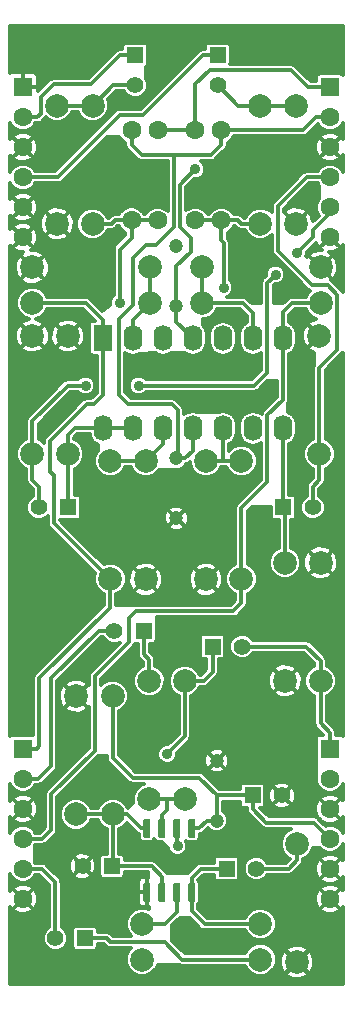
<source format=gbl>
G04 #@! TF.GenerationSoftware,KiCad,Pcbnew,(2016-12-20 revision 2972f6f)-master*
G04 #@! TF.CreationDate,2020-06-24T23:38:58+03:00*
G04 #@! TF.ProjectId,DIYOUT3M,4449594F5554334D2E6B696361645F70,rev?*
G04 #@! TF.FileFunction,Copper,L2,Bot,Signal*
G04 #@! TF.FilePolarity,Positive*
%FSLAX46Y46*%
G04 Gerber Fmt 4.6, Leading zero omitted, Abs format (unit mm)*
G04 Created by KiCad (PCBNEW (2016-12-20 revision 2972f6f)-master) date Wed Jun 24 23:38:58 2020*
%MOMM*%
%LPD*%
G01*
G04 APERTURE LIST*
%ADD10C,0.100000*%
%ADD11C,1.600000*%
%ADD12R,1.600000X1.600000*%
%ADD13R,1.400000X1.400000*%
%ADD14C,1.400000*%
%ADD15C,1.200000*%
%ADD16R,1.600000X2.200000*%
%ADD17O,1.600000X2.200000*%
%ADD18C,0.600000*%
%ADD19C,6.000000*%
%ADD20C,2.000000*%
%ADD21C,0.900000*%
%ADD22C,0.300000*%
G04 APERTURE END LIST*
D10*
D11*
X10700000Y72700000D03*
X10700000Y65100000D03*
X1500000Y63650000D03*
X1500000Y66190000D03*
X1500000Y68730000D03*
X1500000Y71270000D03*
D12*
X1500000Y76350000D03*
D11*
X1500000Y73810000D03*
X1500000Y7650000D03*
X1500000Y10190000D03*
X1500000Y12730000D03*
X1500000Y15270000D03*
D12*
X1500000Y20350000D03*
D11*
X1500000Y17810000D03*
X27500000Y63650000D03*
X27500000Y66190000D03*
X27500000Y68730000D03*
X27500000Y71270000D03*
D12*
X27500000Y76350000D03*
D11*
X27500000Y73810000D03*
X27500000Y7650000D03*
X27500000Y10190000D03*
X27500000Y12730000D03*
X27500000Y15270000D03*
D12*
X27500000Y20350000D03*
D11*
X27500000Y17810000D03*
D13*
X18000000Y79050000D03*
D14*
X18000000Y76550000D03*
D13*
X11000000Y79050000D03*
D14*
X11000000Y76550000D03*
D15*
X14500000Y57860000D03*
X14500000Y62940000D03*
X14500000Y39860000D03*
X14500000Y44940000D03*
D13*
X6750000Y4300000D03*
D14*
X4250000Y4300000D03*
D15*
X17900000Y14260000D03*
X17900000Y19340000D03*
D13*
X9050000Y10400000D03*
D14*
X6550000Y10400000D03*
D13*
X20950000Y16400000D03*
D14*
X23450000Y16400000D03*
D13*
X11750000Y30300000D03*
D14*
X9250000Y30300000D03*
D13*
X5350000Y40800000D03*
D14*
X2850000Y40800000D03*
D13*
X23550000Y40800000D03*
D14*
X26050000Y40800000D03*
D13*
X17550000Y29000000D03*
D14*
X20050000Y29000000D03*
D13*
X18750000Y10200000D03*
D14*
X21250000Y10200000D03*
D16*
X8280000Y55110000D03*
D17*
X10820000Y55110000D03*
X13360000Y55110000D03*
X15900000Y55110000D03*
X18440000Y55110000D03*
X20980000Y55110000D03*
X23520000Y55110000D03*
X23520000Y47490000D03*
X20980000Y47490000D03*
X18440000Y47490000D03*
X15900000Y47490000D03*
X13360000Y47490000D03*
X10820000Y47490000D03*
X8280000Y47490000D03*
D11*
X18300000Y65090000D03*
X18300000Y72710000D03*
X12900000Y72710000D03*
X12900000Y65090000D03*
X16100000Y72710000D03*
X16100000Y65090000D03*
D10*
G36*
X15996762Y8999422D02*
X16008411Y8997694D01*
X16019834Y8994833D01*
X16030922Y8990866D01*
X16041568Y8985831D01*
X16051668Y8979776D01*
X16061127Y8972761D01*
X16069853Y8964853D01*
X16077761Y8956127D01*
X16084776Y8946668D01*
X16090831Y8936568D01*
X16095866Y8925922D01*
X16099833Y8914834D01*
X16102694Y8903411D01*
X16104422Y8891762D01*
X16105000Y8880000D01*
X16105000Y7520000D01*
X16104422Y7508238D01*
X16102694Y7496589D01*
X16099833Y7485166D01*
X16095866Y7474078D01*
X16090831Y7463432D01*
X16084776Y7453332D01*
X16077761Y7443873D01*
X16069853Y7435147D01*
X16061127Y7427239D01*
X16051668Y7420224D01*
X16041568Y7414169D01*
X16030922Y7409134D01*
X16019834Y7405167D01*
X16008411Y7402306D01*
X15996762Y7400578D01*
X15985000Y7400000D01*
X15625000Y7400000D01*
X15613238Y7400578D01*
X15601589Y7402306D01*
X15590166Y7405167D01*
X15579078Y7409134D01*
X15568432Y7414169D01*
X15558332Y7420224D01*
X15548873Y7427239D01*
X15540147Y7435147D01*
X15532239Y7443873D01*
X15525224Y7453332D01*
X15519169Y7463432D01*
X15514134Y7474078D01*
X15510167Y7485166D01*
X15507306Y7496589D01*
X15505578Y7508238D01*
X15505000Y7520000D01*
X15505000Y8880000D01*
X15505578Y8891762D01*
X15507306Y8903411D01*
X15510167Y8914834D01*
X15514134Y8925922D01*
X15519169Y8936568D01*
X15525224Y8946668D01*
X15532239Y8956127D01*
X15540147Y8964853D01*
X15548873Y8972761D01*
X15558332Y8979776D01*
X15568432Y8985831D01*
X15579078Y8990866D01*
X15590166Y8994833D01*
X15601589Y8997694D01*
X15613238Y8999422D01*
X15625000Y9000000D01*
X15985000Y9000000D01*
X15996762Y8999422D01*
X15996762Y8999422D01*
G37*
D18*
X15805000Y8200000D03*
D10*
G36*
X14726762Y8999422D02*
X14738411Y8997694D01*
X14749834Y8994833D01*
X14760922Y8990866D01*
X14771568Y8985831D01*
X14781668Y8979776D01*
X14791127Y8972761D01*
X14799853Y8964853D01*
X14807761Y8956127D01*
X14814776Y8946668D01*
X14820831Y8936568D01*
X14825866Y8925922D01*
X14829833Y8914834D01*
X14832694Y8903411D01*
X14834422Y8891762D01*
X14835000Y8880000D01*
X14835000Y7520000D01*
X14834422Y7508238D01*
X14832694Y7496589D01*
X14829833Y7485166D01*
X14825866Y7474078D01*
X14820831Y7463432D01*
X14814776Y7453332D01*
X14807761Y7443873D01*
X14799853Y7435147D01*
X14791127Y7427239D01*
X14781668Y7420224D01*
X14771568Y7414169D01*
X14760922Y7409134D01*
X14749834Y7405167D01*
X14738411Y7402306D01*
X14726762Y7400578D01*
X14715000Y7400000D01*
X14355000Y7400000D01*
X14343238Y7400578D01*
X14331589Y7402306D01*
X14320166Y7405167D01*
X14309078Y7409134D01*
X14298432Y7414169D01*
X14288332Y7420224D01*
X14278873Y7427239D01*
X14270147Y7435147D01*
X14262239Y7443873D01*
X14255224Y7453332D01*
X14249169Y7463432D01*
X14244134Y7474078D01*
X14240167Y7485166D01*
X14237306Y7496589D01*
X14235578Y7508238D01*
X14235000Y7520000D01*
X14235000Y8880000D01*
X14235578Y8891762D01*
X14237306Y8903411D01*
X14240167Y8914834D01*
X14244134Y8925922D01*
X14249169Y8936568D01*
X14255224Y8946668D01*
X14262239Y8956127D01*
X14270147Y8964853D01*
X14278873Y8972761D01*
X14288332Y8979776D01*
X14298432Y8985831D01*
X14309078Y8990866D01*
X14320166Y8994833D01*
X14331589Y8997694D01*
X14343238Y8999422D01*
X14355000Y9000000D01*
X14715000Y9000000D01*
X14726762Y8999422D01*
X14726762Y8999422D01*
G37*
D18*
X14535000Y8200000D03*
D10*
G36*
X13456762Y8999422D02*
X13468411Y8997694D01*
X13479834Y8994833D01*
X13490922Y8990866D01*
X13501568Y8985831D01*
X13511668Y8979776D01*
X13521127Y8972761D01*
X13529853Y8964853D01*
X13537761Y8956127D01*
X13544776Y8946668D01*
X13550831Y8936568D01*
X13555866Y8925922D01*
X13559833Y8914834D01*
X13562694Y8903411D01*
X13564422Y8891762D01*
X13565000Y8880000D01*
X13565000Y7520000D01*
X13564422Y7508238D01*
X13562694Y7496589D01*
X13559833Y7485166D01*
X13555866Y7474078D01*
X13550831Y7463432D01*
X13544776Y7453332D01*
X13537761Y7443873D01*
X13529853Y7435147D01*
X13521127Y7427239D01*
X13511668Y7420224D01*
X13501568Y7414169D01*
X13490922Y7409134D01*
X13479834Y7405167D01*
X13468411Y7402306D01*
X13456762Y7400578D01*
X13445000Y7400000D01*
X13085000Y7400000D01*
X13073238Y7400578D01*
X13061589Y7402306D01*
X13050166Y7405167D01*
X13039078Y7409134D01*
X13028432Y7414169D01*
X13018332Y7420224D01*
X13008873Y7427239D01*
X13000147Y7435147D01*
X12992239Y7443873D01*
X12985224Y7453332D01*
X12979169Y7463432D01*
X12974134Y7474078D01*
X12970167Y7485166D01*
X12967306Y7496589D01*
X12965578Y7508238D01*
X12965000Y7520000D01*
X12965000Y8880000D01*
X12965578Y8891762D01*
X12967306Y8903411D01*
X12970167Y8914834D01*
X12974134Y8925922D01*
X12979169Y8936568D01*
X12985224Y8946668D01*
X12992239Y8956127D01*
X13000147Y8964853D01*
X13008873Y8972761D01*
X13018332Y8979776D01*
X13028432Y8985831D01*
X13039078Y8990866D01*
X13050166Y8994833D01*
X13061589Y8997694D01*
X13073238Y8999422D01*
X13085000Y9000000D01*
X13445000Y9000000D01*
X13456762Y8999422D01*
X13456762Y8999422D01*
G37*
D18*
X13265000Y8200000D03*
D10*
G36*
X12186762Y8999422D02*
X12198411Y8997694D01*
X12209834Y8994833D01*
X12220922Y8990866D01*
X12231568Y8985831D01*
X12241668Y8979776D01*
X12251127Y8972761D01*
X12259853Y8964853D01*
X12267761Y8956127D01*
X12274776Y8946668D01*
X12280831Y8936568D01*
X12285866Y8925922D01*
X12289833Y8914834D01*
X12292694Y8903411D01*
X12294422Y8891762D01*
X12295000Y8880000D01*
X12295000Y7520000D01*
X12294422Y7508238D01*
X12292694Y7496589D01*
X12289833Y7485166D01*
X12285866Y7474078D01*
X12280831Y7463432D01*
X12274776Y7453332D01*
X12267761Y7443873D01*
X12259853Y7435147D01*
X12251127Y7427239D01*
X12241668Y7420224D01*
X12231568Y7414169D01*
X12220922Y7409134D01*
X12209834Y7405167D01*
X12198411Y7402306D01*
X12186762Y7400578D01*
X12175000Y7400000D01*
X11815000Y7400000D01*
X11803238Y7400578D01*
X11791589Y7402306D01*
X11780166Y7405167D01*
X11769078Y7409134D01*
X11758432Y7414169D01*
X11748332Y7420224D01*
X11738873Y7427239D01*
X11730147Y7435147D01*
X11722239Y7443873D01*
X11715224Y7453332D01*
X11709169Y7463432D01*
X11704134Y7474078D01*
X11700167Y7485166D01*
X11697306Y7496589D01*
X11695578Y7508238D01*
X11695000Y7520000D01*
X11695000Y8880000D01*
X11695578Y8891762D01*
X11697306Y8903411D01*
X11700167Y8914834D01*
X11704134Y8925922D01*
X11709169Y8936568D01*
X11715224Y8946668D01*
X11722239Y8956127D01*
X11730147Y8964853D01*
X11738873Y8972761D01*
X11748332Y8979776D01*
X11758432Y8985831D01*
X11769078Y8990866D01*
X11780166Y8994833D01*
X11791589Y8997694D01*
X11803238Y8999422D01*
X11815000Y9000000D01*
X12175000Y9000000D01*
X12186762Y8999422D01*
X12186762Y8999422D01*
G37*
D18*
X11995000Y8200000D03*
D10*
G36*
X12186762Y14399422D02*
X12198411Y14397694D01*
X12209834Y14394833D01*
X12220922Y14390866D01*
X12231568Y14385831D01*
X12241668Y14379776D01*
X12251127Y14372761D01*
X12259853Y14364853D01*
X12267761Y14356127D01*
X12274776Y14346668D01*
X12280831Y14336568D01*
X12285866Y14325922D01*
X12289833Y14314834D01*
X12292694Y14303411D01*
X12294422Y14291762D01*
X12295000Y14280000D01*
X12295000Y12920000D01*
X12294422Y12908238D01*
X12292694Y12896589D01*
X12289833Y12885166D01*
X12285866Y12874078D01*
X12280831Y12863432D01*
X12274776Y12853332D01*
X12267761Y12843873D01*
X12259853Y12835147D01*
X12251127Y12827239D01*
X12241668Y12820224D01*
X12231568Y12814169D01*
X12220922Y12809134D01*
X12209834Y12805167D01*
X12198411Y12802306D01*
X12186762Y12800578D01*
X12175000Y12800000D01*
X11815000Y12800000D01*
X11803238Y12800578D01*
X11791589Y12802306D01*
X11780166Y12805167D01*
X11769078Y12809134D01*
X11758432Y12814169D01*
X11748332Y12820224D01*
X11738873Y12827239D01*
X11730147Y12835147D01*
X11722239Y12843873D01*
X11715224Y12853332D01*
X11709169Y12863432D01*
X11704134Y12874078D01*
X11700167Y12885166D01*
X11697306Y12896589D01*
X11695578Y12908238D01*
X11695000Y12920000D01*
X11695000Y14280000D01*
X11695578Y14291762D01*
X11697306Y14303411D01*
X11700167Y14314834D01*
X11704134Y14325922D01*
X11709169Y14336568D01*
X11715224Y14346668D01*
X11722239Y14356127D01*
X11730147Y14364853D01*
X11738873Y14372761D01*
X11748332Y14379776D01*
X11758432Y14385831D01*
X11769078Y14390866D01*
X11780166Y14394833D01*
X11791589Y14397694D01*
X11803238Y14399422D01*
X11815000Y14400000D01*
X12175000Y14400000D01*
X12186762Y14399422D01*
X12186762Y14399422D01*
G37*
D18*
X11995000Y13600000D03*
D10*
G36*
X13456762Y14399422D02*
X13468411Y14397694D01*
X13479834Y14394833D01*
X13490922Y14390866D01*
X13501568Y14385831D01*
X13511668Y14379776D01*
X13521127Y14372761D01*
X13529853Y14364853D01*
X13537761Y14356127D01*
X13544776Y14346668D01*
X13550831Y14336568D01*
X13555866Y14325922D01*
X13559833Y14314834D01*
X13562694Y14303411D01*
X13564422Y14291762D01*
X13565000Y14280000D01*
X13565000Y12920000D01*
X13564422Y12908238D01*
X13562694Y12896589D01*
X13559833Y12885166D01*
X13555866Y12874078D01*
X13550831Y12863432D01*
X13544776Y12853332D01*
X13537761Y12843873D01*
X13529853Y12835147D01*
X13521127Y12827239D01*
X13511668Y12820224D01*
X13501568Y12814169D01*
X13490922Y12809134D01*
X13479834Y12805167D01*
X13468411Y12802306D01*
X13456762Y12800578D01*
X13445000Y12800000D01*
X13085000Y12800000D01*
X13073238Y12800578D01*
X13061589Y12802306D01*
X13050166Y12805167D01*
X13039078Y12809134D01*
X13028432Y12814169D01*
X13018332Y12820224D01*
X13008873Y12827239D01*
X13000147Y12835147D01*
X12992239Y12843873D01*
X12985224Y12853332D01*
X12979169Y12863432D01*
X12974134Y12874078D01*
X12970167Y12885166D01*
X12967306Y12896589D01*
X12965578Y12908238D01*
X12965000Y12920000D01*
X12965000Y14280000D01*
X12965578Y14291762D01*
X12967306Y14303411D01*
X12970167Y14314834D01*
X12974134Y14325922D01*
X12979169Y14336568D01*
X12985224Y14346668D01*
X12992239Y14356127D01*
X13000147Y14364853D01*
X13008873Y14372761D01*
X13018332Y14379776D01*
X13028432Y14385831D01*
X13039078Y14390866D01*
X13050166Y14394833D01*
X13061589Y14397694D01*
X13073238Y14399422D01*
X13085000Y14400000D01*
X13445000Y14400000D01*
X13456762Y14399422D01*
X13456762Y14399422D01*
G37*
D18*
X13265000Y13600000D03*
D10*
G36*
X14726762Y14399422D02*
X14738411Y14397694D01*
X14749834Y14394833D01*
X14760922Y14390866D01*
X14771568Y14385831D01*
X14781668Y14379776D01*
X14791127Y14372761D01*
X14799853Y14364853D01*
X14807761Y14356127D01*
X14814776Y14346668D01*
X14820831Y14336568D01*
X14825866Y14325922D01*
X14829833Y14314834D01*
X14832694Y14303411D01*
X14834422Y14291762D01*
X14835000Y14280000D01*
X14835000Y12920000D01*
X14834422Y12908238D01*
X14832694Y12896589D01*
X14829833Y12885166D01*
X14825866Y12874078D01*
X14820831Y12863432D01*
X14814776Y12853332D01*
X14807761Y12843873D01*
X14799853Y12835147D01*
X14791127Y12827239D01*
X14781668Y12820224D01*
X14771568Y12814169D01*
X14760922Y12809134D01*
X14749834Y12805167D01*
X14738411Y12802306D01*
X14726762Y12800578D01*
X14715000Y12800000D01*
X14355000Y12800000D01*
X14343238Y12800578D01*
X14331589Y12802306D01*
X14320166Y12805167D01*
X14309078Y12809134D01*
X14298432Y12814169D01*
X14288332Y12820224D01*
X14278873Y12827239D01*
X14270147Y12835147D01*
X14262239Y12843873D01*
X14255224Y12853332D01*
X14249169Y12863432D01*
X14244134Y12874078D01*
X14240167Y12885166D01*
X14237306Y12896589D01*
X14235578Y12908238D01*
X14235000Y12920000D01*
X14235000Y14280000D01*
X14235578Y14291762D01*
X14237306Y14303411D01*
X14240167Y14314834D01*
X14244134Y14325922D01*
X14249169Y14336568D01*
X14255224Y14346668D01*
X14262239Y14356127D01*
X14270147Y14364853D01*
X14278873Y14372761D01*
X14288332Y14379776D01*
X14298432Y14385831D01*
X14309078Y14390866D01*
X14320166Y14394833D01*
X14331589Y14397694D01*
X14343238Y14399422D01*
X14355000Y14400000D01*
X14715000Y14400000D01*
X14726762Y14399422D01*
X14726762Y14399422D01*
G37*
D18*
X14535000Y13600000D03*
D10*
G36*
X15996762Y14399422D02*
X16008411Y14397694D01*
X16019834Y14394833D01*
X16030922Y14390866D01*
X16041568Y14385831D01*
X16051668Y14379776D01*
X16061127Y14372761D01*
X16069853Y14364853D01*
X16077761Y14356127D01*
X16084776Y14346668D01*
X16090831Y14336568D01*
X16095866Y14325922D01*
X16099833Y14314834D01*
X16102694Y14303411D01*
X16104422Y14291762D01*
X16105000Y14280000D01*
X16105000Y12920000D01*
X16104422Y12908238D01*
X16102694Y12896589D01*
X16099833Y12885166D01*
X16095866Y12874078D01*
X16090831Y12863432D01*
X16084776Y12853332D01*
X16077761Y12843873D01*
X16069853Y12835147D01*
X16061127Y12827239D01*
X16051668Y12820224D01*
X16041568Y12814169D01*
X16030922Y12809134D01*
X16019834Y12805167D01*
X16008411Y12802306D01*
X15996762Y12800578D01*
X15985000Y12800000D01*
X15625000Y12800000D01*
X15613238Y12800578D01*
X15601589Y12802306D01*
X15590166Y12805167D01*
X15579078Y12809134D01*
X15568432Y12814169D01*
X15558332Y12820224D01*
X15548873Y12827239D01*
X15540147Y12835147D01*
X15532239Y12843873D01*
X15525224Y12853332D01*
X15519169Y12863432D01*
X15514134Y12874078D01*
X15510167Y12885166D01*
X15507306Y12896589D01*
X15505578Y12908238D01*
X15505000Y12920000D01*
X15505000Y14280000D01*
X15505578Y14291762D01*
X15507306Y14303411D01*
X15510167Y14314834D01*
X15514134Y14325922D01*
X15519169Y14336568D01*
X15525224Y14346668D01*
X15532239Y14356127D01*
X15540147Y14364853D01*
X15548873Y14372761D01*
X15558332Y14379776D01*
X15568432Y14385831D01*
X15579078Y14390866D01*
X15590166Y14394833D01*
X15601589Y14397694D01*
X15613238Y14399422D01*
X15625000Y14400000D01*
X15985000Y14400000D01*
X15996762Y14399422D01*
X15996762Y14399422D01*
G37*
D18*
X15805000Y13600000D03*
D19*
X3800000Y33500000D03*
D20*
X9100000Y24800000D03*
X9100000Y14800000D03*
X26700000Y58100000D03*
X16700000Y58100000D03*
X6000000Y24800000D03*
X6000000Y14800000D03*
X21600000Y2500000D03*
X11600000Y2500000D03*
X11600000Y5500000D03*
X21600000Y5500000D03*
X12200000Y16100000D03*
X12200000Y26100000D03*
X15200000Y16100000D03*
X15200000Y26100000D03*
X8900000Y44700000D03*
X8900000Y34700000D03*
X20000000Y34700000D03*
X20000000Y44700000D03*
X11900000Y44700000D03*
X11900000Y34700000D03*
X17000000Y34700000D03*
X17000000Y44700000D03*
X26700000Y36100000D03*
X26700000Y26100000D03*
X24700000Y12300000D03*
X24700000Y2300000D03*
X12300000Y61100000D03*
X2300000Y61100000D03*
X16700000Y61100000D03*
X26700000Y61100000D03*
X12300000Y58100000D03*
X2300000Y58100000D03*
X4400000Y64800000D03*
X4400000Y74800000D03*
X24600000Y64800000D03*
X24600000Y74800000D03*
X7400000Y74800000D03*
X7400000Y64800000D03*
X21600000Y64800000D03*
X21600000Y74800000D03*
X5300000Y55300000D03*
X5300000Y45300000D03*
X23700000Y36100000D03*
X23700000Y26100000D03*
X2300000Y45300000D03*
X2300000Y55300000D03*
X26600000Y55300000D03*
X26600000Y45300000D03*
D21*
X16100000Y69400000D03*
X13600000Y1700000D03*
X19900000Y1200000D03*
X14800000Y4700000D03*
X9400000Y2600000D03*
X1000000Y1400000D03*
X24800000Y5800000D03*
X17400000Y8000000D03*
X9400000Y5600000D03*
X22600000Y11900000D03*
X19500000Y15100000D03*
X14700000Y10300000D03*
X10300000Y12500000D03*
X23400000Y20900000D03*
X27900000Y23300000D03*
X19900000Y63100000D03*
X21300000Y58600000D03*
X23400000Y58900000D03*
X8000000Y18700000D03*
X11800000Y19200000D03*
X13800000Y24600000D03*
X10200000Y16400000D03*
X6000000Y20600000D03*
X1700000Y22300000D03*
X10200000Y27200000D03*
X15800000Y28200000D03*
X13500000Y30800000D03*
X18900000Y30900000D03*
X8100000Y28900000D03*
X19200000Y27300000D03*
X20100000Y42800000D03*
X27800000Y28700000D03*
X21900000Y32500000D03*
X21600000Y38200000D03*
X27600000Y42300000D03*
X27800000Y47000000D03*
X27800000Y52100000D03*
X24700000Y42500000D03*
X25200000Y49700000D03*
X22000000Y66600000D03*
X16800000Y66600000D03*
X19900000Y71400000D03*
X23900000Y70200000D03*
X27100000Y78000000D03*
X27800000Y80900000D03*
X20000000Y79500000D03*
X1200000Y42100000D03*
X1100000Y47200000D03*
X7300000Y45700000D03*
X6900000Y39000000D03*
X15600000Y49800000D03*
X22400000Y50700000D03*
X19700000Y56900000D03*
X20800000Y52700000D03*
X11000000Y52700000D03*
X3500000Y47800000D03*
X1500000Y80800000D03*
X7000000Y78100000D03*
X13200000Y80500000D03*
X9500000Y75100000D03*
X8900000Y71600000D03*
X13100000Y69200000D03*
X9100000Y66500000D03*
X8200000Y58400000D03*
X9100000Y63600000D03*
X11300000Y51100000D03*
X6800000Y51100000D03*
X22900000Y60500000D03*
X24700000Y62300000D03*
X13700000Y19900000D03*
X14600000Y12100000D03*
X9700000Y58100000D03*
X18500000Y59400000D03*
D22*
X11000000Y79050000D02*
X9750000Y79050000D01*
X9750000Y79050000D02*
X7300000Y76600000D01*
X7300000Y76600000D02*
X4100000Y76600000D01*
X2710000Y73810000D02*
X1500000Y73810000D01*
X3000000Y74100000D02*
X2710000Y73810000D01*
X3000000Y75500000D02*
X3000000Y74100000D01*
X4100000Y76600000D02*
X3000000Y75500000D01*
X11000000Y76550000D02*
X9150000Y76550000D01*
X9150000Y76550000D02*
X7400000Y74800000D01*
X4400000Y74800000D02*
X7400000Y74800000D01*
X18000000Y79050000D02*
X16750000Y79050000D01*
X16750000Y79050000D02*
X11700000Y74000000D01*
X11700000Y74000000D02*
X9700000Y74000000D01*
X4430000Y68730000D02*
X1500000Y68730000D01*
X9700000Y74000000D02*
X4430000Y68730000D01*
X21600000Y74800000D02*
X24600000Y74800000D01*
X18000000Y76550000D02*
X19750000Y74800000D01*
X19750000Y74800000D02*
X21600000Y74800000D01*
X14500000Y57860000D02*
X14500000Y61200000D01*
X16100000Y69400000D02*
X16100000Y69400000D01*
X14800000Y68100000D02*
X16100000Y69400000D01*
X14800000Y64500000D02*
X14800000Y68100000D01*
X15700000Y63600000D02*
X14800000Y64500000D01*
X15700000Y62400000D02*
X15700000Y63600000D01*
X14500000Y61200000D02*
X15700000Y62400000D01*
X14500000Y57860000D02*
X14500000Y56510000D01*
X14500000Y56510000D02*
X15900000Y55110000D01*
X16100000Y72710000D02*
X16100000Y76600000D01*
X16100000Y76600000D02*
X17300000Y77800000D01*
X24200000Y77800000D02*
X17300000Y77800000D01*
X16100000Y72710000D02*
X12900000Y72710000D01*
X25650000Y76350000D02*
X24200000Y77800000D01*
X27500000Y76350000D02*
X25650000Y76350000D01*
X13600000Y1700000D02*
X14100000Y1200000D01*
X14100000Y1200000D02*
X19900000Y1200000D01*
X8200000Y1400000D02*
X9400000Y2600000D01*
X1000000Y1400000D02*
X8200000Y1400000D01*
X22600000Y8000000D02*
X24800000Y5800000D01*
X17400000Y8000000D02*
X22600000Y8000000D01*
X6550000Y10400000D02*
X9400000Y7550000D01*
X9400000Y7550000D02*
X9400000Y5600000D01*
X22600000Y11900000D02*
X19500000Y15000000D01*
X19500000Y15000000D02*
X19500000Y15100000D01*
X19460000Y20900000D02*
X23400000Y20900000D01*
X17900000Y19340000D02*
X19460000Y20900000D01*
X19900000Y63100000D02*
X19900000Y60000000D01*
X19900000Y60000000D02*
X21300000Y58600000D01*
X8000000Y18700000D02*
X10200000Y16500000D01*
X11800000Y22600000D02*
X11800000Y19200000D01*
X13800000Y24600000D02*
X11800000Y22600000D01*
X10200000Y16500000D02*
X10200000Y16400000D01*
X6000000Y20600000D02*
X5900000Y20500000D01*
X3800000Y33500000D02*
X1700000Y31400000D01*
X1700000Y31400000D02*
X1700000Y22300000D01*
X21900000Y32500000D02*
X20300000Y30900000D01*
X13500000Y30500000D02*
X15800000Y28200000D01*
X13500000Y30800000D02*
X13500000Y30500000D01*
X20300000Y30900000D02*
X18900000Y30900000D01*
X21900000Y37900000D02*
X21900000Y32500000D01*
X21600000Y38200000D02*
X21900000Y37900000D01*
X27600000Y37000000D02*
X26700000Y36100000D01*
X27600000Y42300000D02*
X27600000Y37000000D01*
X27800000Y52100000D02*
X27800000Y47000000D01*
X24700000Y45800000D02*
X24700000Y42500000D01*
X25200000Y46300000D02*
X24700000Y45800000D01*
X25200000Y49700000D02*
X25200000Y46300000D01*
X24600000Y64800000D02*
X23700000Y65700000D01*
X23700000Y65700000D02*
X23700000Y66100000D01*
X16800000Y66600000D02*
X22000000Y66600000D01*
X21100000Y70200000D02*
X19900000Y71400000D01*
X23900000Y70200000D02*
X21100000Y70200000D01*
X13200000Y80500000D02*
X19000000Y80500000D01*
X27100000Y80200000D02*
X27100000Y78000000D01*
X27800000Y80900000D02*
X27100000Y80200000D01*
X19000000Y80500000D02*
X20000000Y79500000D01*
X800000Y42500000D02*
X1200000Y42100000D01*
X800000Y46900000D02*
X800000Y42500000D01*
X1100000Y47200000D02*
X800000Y46900000D01*
X6900000Y45300000D02*
X7300000Y45700000D01*
X6900000Y39000000D02*
X6900000Y45300000D01*
X21500000Y49800000D02*
X15600000Y49800000D01*
X22400000Y50700000D02*
X21500000Y49800000D01*
X11000000Y52700000D02*
X20800000Y52700000D01*
X1500000Y80800000D02*
X4200000Y78100000D01*
X4200000Y78100000D02*
X7000000Y78100000D01*
X13200000Y80500000D02*
X13200000Y76800000D01*
X13200000Y76800000D02*
X11500000Y75100000D01*
X11500000Y75100000D02*
X9500000Y75100000D01*
X8900000Y71600000D02*
X11300000Y69200000D01*
X11300000Y69200000D02*
X13100000Y69200000D01*
X8200000Y62700000D02*
X8200000Y58400000D01*
X9100000Y63600000D02*
X8200000Y62700000D01*
X14600000Y49000000D02*
X14100000Y49500000D01*
X9600000Y50300000D02*
X9600000Y56700000D01*
X10400000Y49500000D02*
X9600000Y50300000D01*
X14100000Y49500000D02*
X10400000Y49500000D01*
X14500000Y44940000D02*
X15240000Y44940000D01*
X15900000Y45600000D02*
X15900000Y47490000D01*
X15240000Y44940000D02*
X15900000Y45600000D01*
X14500000Y44940000D02*
X14600000Y45040000D01*
X14600000Y45040000D02*
X14600000Y49000000D01*
X9600000Y56700000D02*
X10800000Y57900000D01*
X10800000Y57900000D02*
X10800000Y61900000D01*
X10800000Y61900000D02*
X11900000Y63000000D01*
X11900000Y63000000D02*
X12800000Y63000000D01*
X12800000Y63000000D02*
X14299998Y64499998D01*
X14299998Y64499998D02*
X14299998Y70600000D01*
X10700000Y72710000D02*
X10700000Y71500000D01*
X18300000Y71500000D02*
X18300000Y72710000D01*
X17400000Y70600000D02*
X18300000Y71500000D01*
X11600000Y70600000D02*
X14299998Y70600000D01*
X14299998Y70600000D02*
X17400000Y70600000D01*
X10700000Y71500000D02*
X11600000Y70600000D01*
X18300000Y72710000D02*
X25210000Y72710000D01*
X25210000Y72710000D02*
X26310000Y73810000D01*
X26310000Y73810000D02*
X27500000Y73810000D01*
X6750000Y4300000D02*
X8600000Y4300000D01*
X15000000Y2500000D02*
X21600000Y2500000D01*
X13500000Y4000000D02*
X15000000Y2500000D01*
X8900000Y4000000D02*
X13500000Y4000000D01*
X8600000Y4300000D02*
X8900000Y4000000D01*
X9100000Y14800000D02*
X9100000Y10450000D01*
X9100000Y10450000D02*
X9050000Y10400000D01*
X9100000Y14800000D02*
X6000000Y14800000D01*
X11995000Y13600000D02*
X11500000Y13600000D01*
X10300000Y14800000D02*
X9100000Y14800000D01*
X11500000Y13600000D02*
X10300000Y14800000D01*
X13265000Y8200000D02*
X13265000Y9535000D01*
X12400000Y10400000D02*
X9050000Y10400000D01*
X13265000Y9535000D02*
X12400000Y10400000D01*
X11750000Y30300000D02*
X11750000Y28350000D01*
X12200000Y27900000D02*
X12200000Y26100000D01*
X11750000Y28350000D02*
X12200000Y27900000D01*
X5350000Y40800000D02*
X5350000Y45250000D01*
X5350000Y45250000D02*
X5300000Y45300000D01*
X8280000Y47490000D02*
X5890000Y47490000D01*
X5300000Y46900000D02*
X5300000Y45300000D01*
X5890000Y47490000D02*
X5300000Y46900000D01*
X10820000Y47490000D02*
X8280000Y47490000D01*
X2300000Y45300000D02*
X2300000Y48100000D01*
X21100000Y51100000D02*
X22200000Y52200000D01*
X11300000Y51100000D02*
X21100000Y51100000D01*
X5300000Y51100000D02*
X6800000Y51100000D01*
X2300000Y48100000D02*
X5300000Y51100000D01*
X22200000Y59800000D02*
X22200000Y52200000D01*
X22900000Y60500000D02*
X22200000Y59800000D01*
X2850000Y40800000D02*
X2850000Y42550000D01*
X2300000Y43100000D02*
X2300000Y45300000D01*
X2850000Y42550000D02*
X2300000Y43100000D01*
X27500000Y66190000D02*
X27500000Y65700000D01*
X27500000Y65700000D02*
X26100000Y64300000D01*
X26100000Y63700000D02*
X24700000Y62300000D01*
X26100000Y64300000D02*
X26100000Y63700000D01*
X23550000Y40800000D02*
X23700000Y40650000D01*
X23700000Y40650000D02*
X23700000Y36100000D01*
X23520000Y47490000D02*
X23520000Y40830000D01*
X23520000Y40830000D02*
X23550000Y40800000D01*
X26600000Y45300000D02*
X26600000Y52600000D01*
X26600000Y52600000D02*
X28100000Y54100000D01*
X26050000Y40800000D02*
X26050000Y42550000D01*
X26600000Y43100000D02*
X26600000Y45300000D01*
X26050000Y42550000D02*
X26600000Y43100000D01*
X28100000Y54100000D02*
X28100000Y58800000D01*
X25530000Y68730000D02*
X27500000Y68730000D01*
X23100000Y66300000D02*
X25530000Y68730000D01*
X23100000Y62500000D02*
X23100000Y66300000D01*
X26000000Y59600000D02*
X23100000Y62500000D01*
X27300000Y59600000D02*
X26000000Y59600000D01*
X28100000Y58800000D02*
X27300000Y59600000D01*
X14535000Y13600000D02*
X14535000Y12165000D01*
X15200000Y21400000D02*
X15200000Y26100000D01*
X13700000Y19900000D02*
X15200000Y21400000D01*
X14535000Y12165000D02*
X14600000Y12100000D01*
X17550000Y29000000D02*
X17550000Y26850000D01*
X16800000Y26100000D02*
X15200000Y26100000D01*
X17550000Y26850000D02*
X16800000Y26100000D01*
X26700000Y22500000D02*
X26700000Y26100000D01*
X20050000Y29000000D02*
X25500000Y29000000D01*
X26700000Y27800000D02*
X26700000Y26100000D01*
X25500000Y29000000D02*
X26700000Y27800000D01*
X27500000Y21700000D02*
X26700000Y22500000D01*
X27500000Y20350000D02*
X27500000Y21700000D01*
X18750000Y10200000D02*
X16600000Y10200000D01*
X15805000Y9405000D02*
X15805000Y8200000D01*
X16600000Y10200000D02*
X15805000Y9405000D01*
X15805000Y8200000D02*
X15805000Y6595000D01*
X16900000Y5500000D02*
X21600000Y5500000D01*
X15805000Y6595000D02*
X16900000Y5500000D01*
X21250000Y10200000D02*
X24000000Y10200000D01*
X24700000Y10900000D02*
X24700000Y12300000D01*
X24000000Y10200000D02*
X24700000Y10900000D01*
X12300000Y58100000D02*
X10820000Y56620000D01*
X10820000Y56620000D02*
X10820000Y55110000D01*
X12300000Y61100000D02*
X12300000Y58100000D01*
X9700000Y58100000D02*
X9700000Y62600000D01*
X9700000Y62600000D02*
X10700000Y63600000D01*
X10700000Y63600000D02*
X10700000Y65090000D01*
X7400000Y64800000D02*
X9000000Y64800000D01*
X9290000Y65090000D02*
X10700000Y65090000D01*
X9000000Y64800000D02*
X9290000Y65090000D01*
X12900000Y65090000D02*
X10700000Y65090000D01*
X18300000Y63400000D02*
X18300000Y65090000D01*
X18500000Y63200000D02*
X18300000Y63400000D01*
X18500000Y59400000D02*
X18500000Y63200000D01*
X21600000Y64800000D02*
X20000000Y64800000D01*
X19710000Y65090000D02*
X18300000Y65090000D01*
X20000000Y64800000D02*
X19710000Y65090000D01*
X16100000Y65090000D02*
X18300000Y65090000D01*
X18440000Y47490000D02*
X18440000Y44700000D01*
X17000000Y44700000D02*
X18440000Y44700000D01*
X18440000Y44700000D02*
X20000000Y44700000D01*
X11900000Y44700000D02*
X8900000Y44700000D01*
X13360000Y47490000D02*
X13360000Y46160000D01*
X13360000Y46160000D02*
X11900000Y44700000D01*
X4250000Y9030000D02*
X4250000Y4300000D01*
X3090000Y10190000D02*
X4250000Y9030000D01*
X1500000Y10190000D02*
X3090000Y10190000D01*
X27500000Y12730000D02*
X26130000Y14100000D01*
X26130000Y14100000D02*
X22100000Y14100000D01*
X22100000Y14100000D02*
X20950000Y15250000D01*
X20950000Y15250000D02*
X20950000Y16400000D01*
X17900000Y14260000D02*
X17900000Y16400000D01*
X9100000Y24800000D02*
X9100000Y19600000D01*
X9100000Y19600000D02*
X10800000Y17900000D01*
X10800000Y17900000D02*
X16400000Y17900000D01*
X16400000Y17900000D02*
X17900000Y16400000D01*
X17900000Y16400000D02*
X20950000Y16400000D01*
X15805000Y13600000D02*
X16400000Y13600000D01*
X17060000Y14260000D02*
X17900000Y14260000D01*
X16400000Y13600000D02*
X17060000Y14260000D01*
X2810000Y17810000D02*
X1500000Y17810000D01*
X3900000Y18900000D02*
X2810000Y17810000D01*
X3900000Y26300000D02*
X3900000Y18900000D01*
X7900000Y30300000D02*
X3900000Y26300000D01*
X9250000Y30300000D02*
X7900000Y30300000D01*
X13265000Y13600000D02*
X13265000Y14765000D01*
X13700000Y15200000D02*
X13700000Y16100000D01*
X13265000Y14765000D02*
X13700000Y15200000D01*
X12200000Y16100000D02*
X13700000Y16100000D01*
X13700000Y16100000D02*
X15200000Y16100000D01*
X11600000Y5500000D02*
X13500000Y5500000D01*
X14535000Y6535000D02*
X14535000Y8200000D01*
X13500000Y5500000D02*
X14535000Y6535000D01*
X8900000Y34700000D02*
X8900000Y32300000D01*
X8900000Y32300000D02*
X2900000Y26300000D01*
X8280000Y55110000D02*
X8280000Y50280000D01*
X6900000Y49500000D02*
X3800000Y46400000D01*
X7500000Y49500000D02*
X6900000Y49500000D01*
X8280000Y50280000D02*
X7500000Y49500000D01*
X4100000Y39500000D02*
X8900000Y34700000D01*
X3800000Y46400000D02*
X3800000Y43800000D01*
X3800000Y43800000D02*
X4100000Y43500000D01*
X4100000Y43500000D02*
X4100000Y39500000D01*
X2300000Y58100000D02*
X6800000Y58100000D01*
X8280000Y56620000D02*
X8280000Y55110000D01*
X6800000Y58100000D02*
X8280000Y56620000D01*
X2900000Y26300000D02*
X2900000Y20600000D01*
X2650000Y20350000D02*
X1500000Y20350000D01*
X2900000Y20600000D02*
X2650000Y20350000D01*
X20000000Y34700000D02*
X20000000Y32700000D01*
X20000000Y32700000D02*
X19300000Y32000000D01*
X20000000Y34700000D02*
X20000000Y40700000D01*
X23520000Y49920000D02*
X23520000Y55110000D01*
X22200000Y48600000D02*
X23520000Y49920000D01*
X22200000Y42900000D02*
X22200000Y48600000D01*
X20000000Y40700000D02*
X22200000Y42900000D01*
X26700000Y58100000D02*
X24300000Y58100000D01*
X23520000Y57320000D02*
X23520000Y55110000D01*
X24300000Y58100000D02*
X23520000Y57320000D01*
X19300000Y32000000D02*
X11100000Y32000000D01*
X3130000Y12730000D02*
X1500000Y12730000D01*
X3900000Y13500000D02*
X3130000Y12730000D01*
X3900000Y16500000D02*
X3900000Y13500000D01*
X7600000Y20200000D02*
X3900000Y16500000D01*
X7600000Y26500000D02*
X7600000Y20200000D01*
X10500000Y29400000D02*
X7600000Y26500000D01*
X10500000Y31400000D02*
X10500000Y29400000D01*
X11100000Y32000000D02*
X10500000Y31400000D01*
X16700000Y58100000D02*
X20100000Y58100000D01*
X20980000Y57220000D02*
X20980000Y55110000D01*
X20100000Y58100000D02*
X20980000Y57220000D01*
X16700000Y61100000D02*
X16700000Y58100000D01*
G36*
X8580000Y19600005D02*
X8579999Y19600000D01*
X8619583Y19401005D01*
X8732304Y19232304D01*
X10432302Y17532307D01*
X10432304Y17532304D01*
X10567000Y17442304D01*
X10601005Y17419583D01*
X10800000Y17379999D01*
X10800005Y17380000D01*
X11710295Y17380000D01*
X11424971Y17262107D01*
X11039248Y16877056D01*
X10830238Y16373705D01*
X10829763Y15828686D01*
X10855139Y15767271D01*
X10389972Y15302104D01*
X10373525Y15305375D01*
X10262107Y15575029D01*
X9877056Y15960752D01*
X9373705Y16169762D01*
X8828686Y16170237D01*
X8324971Y15962107D01*
X7939248Y15577056D01*
X7832509Y15320000D01*
X7267482Y15320000D01*
X7162107Y15575029D01*
X6777056Y15960752D01*
X6273705Y16169762D01*
X5728686Y16170237D01*
X5224971Y15962107D01*
X4839248Y15577056D01*
X4630238Y15073705D01*
X4629763Y14528686D01*
X4837893Y14024971D01*
X5222944Y13639248D01*
X5726295Y13430238D01*
X6271314Y13429763D01*
X6775029Y13637893D01*
X7160752Y14022944D01*
X7267491Y14280000D01*
X7832518Y14280000D01*
X7937893Y14024971D01*
X8322944Y13639248D01*
X8580000Y13532509D01*
X8580000Y11477248D01*
X8350000Y11477248D01*
X8205633Y11448532D01*
X8083245Y11366755D01*
X8001468Y11244367D01*
X7972752Y11100000D01*
X7972752Y9700000D01*
X8001468Y9555633D01*
X8083245Y9433245D01*
X8205633Y9351468D01*
X8350000Y9322752D01*
X9750000Y9322752D01*
X9894367Y9351468D01*
X10016755Y9433245D01*
X10098532Y9555633D01*
X10127248Y9700000D01*
X10127248Y9880000D01*
X12050000Y9880000D01*
X12050000Y9397000D01*
X12004000Y9351000D01*
X12004000Y8209000D01*
X12024000Y8209000D01*
X12024000Y8191000D01*
X12004000Y8191000D01*
X12004000Y7049000D01*
X12121000Y6932000D01*
X12150000Y6932000D01*
X12150000Y6755034D01*
X11873705Y6869762D01*
X11328686Y6870237D01*
X10824971Y6662107D01*
X10439248Y6277056D01*
X10230238Y5773705D01*
X10229763Y5228686D01*
X10437893Y4724971D01*
X10642507Y4520000D01*
X9115392Y4520000D01*
X8967696Y4667696D01*
X8798995Y4780417D01*
X8600000Y4820001D01*
X8599995Y4820000D01*
X7827248Y4820000D01*
X7827248Y5000000D01*
X7798532Y5144367D01*
X7716755Y5266755D01*
X7594367Y5348532D01*
X7450000Y5377248D01*
X6050000Y5377248D01*
X5905633Y5348532D01*
X5783245Y5266755D01*
X5701468Y5144367D01*
X5672752Y5000000D01*
X5672752Y3600000D01*
X5701468Y3455633D01*
X5783245Y3333245D01*
X5905633Y3251468D01*
X6050000Y3222752D01*
X7450000Y3222752D01*
X7594367Y3251468D01*
X7716755Y3333245D01*
X7798532Y3455633D01*
X7827248Y3600000D01*
X7827248Y3780000D01*
X8384609Y3780000D01*
X8532302Y3632307D01*
X8532304Y3632304D01*
X8701005Y3519583D01*
X8900000Y3479999D01*
X8900005Y3480000D01*
X10642546Y3480000D01*
X10439248Y3277056D01*
X10230238Y2773705D01*
X10229763Y2228686D01*
X10437893Y1724971D01*
X10822944Y1339248D01*
X11326295Y1130238D01*
X11871314Y1129763D01*
X12375029Y1337893D01*
X12760752Y1722944D01*
X12896558Y2050000D01*
X14700000Y2050000D01*
X14742755Y2058504D01*
X14801004Y2019583D01*
X15000000Y1980000D01*
X20332518Y1980000D01*
X20437893Y1724971D01*
X20822944Y1339248D01*
X21326295Y1130238D01*
X21871314Y1129763D01*
X22326930Y1318019D01*
X23730747Y1318019D01*
X23827524Y1083827D01*
X24359346Y842521D01*
X24943030Y823102D01*
X25489715Y1028529D01*
X25572476Y1083827D01*
X25669253Y1318019D01*
X24700000Y2287272D01*
X23730747Y1318019D01*
X22326930Y1318019D01*
X22375029Y1337893D01*
X22760752Y1722944D01*
X22899451Y2056970D01*
X23223102Y2056970D01*
X23428529Y1510285D01*
X23483827Y1427524D01*
X23718019Y1330747D01*
X24687272Y2300000D01*
X24712728Y2300000D01*
X25681981Y1330747D01*
X25916173Y1427524D01*
X26157479Y1959346D01*
X26176898Y2543030D01*
X25971471Y3089715D01*
X25916173Y3172476D01*
X25681981Y3269253D01*
X24712728Y2300000D01*
X24687272Y2300000D01*
X23718019Y3269253D01*
X23483827Y3172476D01*
X23242521Y2640654D01*
X23223102Y2056970D01*
X22899451Y2056970D01*
X22969762Y2226295D01*
X22970237Y2771314D01*
X22762107Y3275029D01*
X22755168Y3281981D01*
X23730747Y3281981D01*
X24700000Y2312728D01*
X25669253Y3281981D01*
X25572476Y3516173D01*
X25040654Y3757479D01*
X24456970Y3776898D01*
X23910285Y3571471D01*
X23827524Y3516173D01*
X23730747Y3281981D01*
X22755168Y3281981D01*
X22377056Y3660752D01*
X21873705Y3869762D01*
X21328686Y3870237D01*
X20824971Y3662107D01*
X20439248Y3277056D01*
X20332509Y3020000D01*
X15215391Y3020000D01*
X14150000Y4085392D01*
X14150000Y5414608D01*
X14785392Y6050000D01*
X15614608Y6050000D01*
X16532302Y5132307D01*
X16532304Y5132304D01*
X16701005Y5019583D01*
X16900000Y4979999D01*
X16900005Y4980000D01*
X20332518Y4980000D01*
X20437893Y4724971D01*
X20822944Y4339248D01*
X21326295Y4130238D01*
X21871314Y4129763D01*
X22375029Y4337893D01*
X22760752Y4722944D01*
X22969762Y5226295D01*
X22970237Y5771314D01*
X22762107Y6275029D01*
X22377056Y6660752D01*
X22012296Y6812214D01*
X26674942Y6812214D01*
X26747386Y6598804D01*
X27206950Y6390809D01*
X27711129Y6374514D01*
X28183164Y6552401D01*
X28252614Y6598804D01*
X28325058Y6812214D01*
X27500000Y7637272D01*
X26674942Y6812214D01*
X22012296Y6812214D01*
X21873705Y6869762D01*
X21328686Y6870237D01*
X20824971Y6662107D01*
X20439248Y6277056D01*
X20332509Y6020000D01*
X17115391Y6020000D01*
X16325000Y6810392D01*
X16325000Y7160637D01*
X16336607Y7168393D01*
X16444397Y7329711D01*
X16466110Y7438871D01*
X26224514Y7438871D01*
X26402401Y6966836D01*
X26448804Y6897386D01*
X26662214Y6824942D01*
X27487272Y7650000D01*
X26662214Y8475058D01*
X26448804Y8402614D01*
X26240809Y7943050D01*
X26224514Y7438871D01*
X16466110Y7438871D01*
X16482248Y7520000D01*
X16482248Y8487786D01*
X26674942Y8487786D01*
X27500000Y7662728D01*
X28325058Y8487786D01*
X28252614Y8701196D01*
X27793050Y8909191D01*
X27288871Y8925486D01*
X26816836Y8747599D01*
X26747386Y8701196D01*
X26674942Y8487786D01*
X16482248Y8487786D01*
X16482248Y8880000D01*
X16444397Y9070289D01*
X16348780Y9213389D01*
X16815391Y9680000D01*
X17672752Y9680000D01*
X17672752Y9500000D01*
X17701468Y9355633D01*
X17783245Y9233245D01*
X17905633Y9151468D01*
X18050000Y9122752D01*
X19450000Y9122752D01*
X19594367Y9151468D01*
X19716755Y9233245D01*
X19798532Y9355633D01*
X19827248Y9500000D01*
X19827248Y10900000D01*
X19798532Y11044367D01*
X19716755Y11166755D01*
X19594367Y11248532D01*
X19450000Y11277248D01*
X18050000Y11277248D01*
X17905633Y11248532D01*
X17783245Y11166755D01*
X17701468Y11044367D01*
X17672752Y10900000D01*
X17672752Y10720000D01*
X16600005Y10720000D01*
X16600000Y10720001D01*
X16401005Y10680417D01*
X16232304Y10567696D01*
X16232302Y10567693D01*
X15514608Y9850000D01*
X13667906Y9850000D01*
X13632696Y9902696D01*
X13632693Y9902698D01*
X12767696Y10767696D01*
X12598995Y10880417D01*
X12400000Y10920001D01*
X12399995Y10920000D01*
X10127248Y10920000D01*
X10127248Y11100000D01*
X10098532Y11244367D01*
X10016755Y11366755D01*
X9894367Y11448532D01*
X9750000Y11477248D01*
X9620000Y11477248D01*
X9620000Y13532518D01*
X9875029Y13637893D01*
X10260752Y14022944D01*
X10284492Y14080116D01*
X11132302Y13232307D01*
X11132304Y13232304D01*
X11233433Y13164733D01*
X11301004Y13119583D01*
X11317752Y13116252D01*
X11317752Y12920000D01*
X11355603Y12729711D01*
X11463393Y12568393D01*
X11624711Y12460603D01*
X11815000Y12422752D01*
X12175000Y12422752D01*
X12365289Y12460603D01*
X12526607Y12568393D01*
X12630000Y12723130D01*
X12733393Y12568393D01*
X12894711Y12460603D01*
X13085000Y12422752D01*
X13276301Y12422752D01*
X13779905Y11991092D01*
X13779858Y11937607D01*
X13904432Y11636114D01*
X14134901Y11405243D01*
X14436176Y11280142D01*
X14762393Y11279858D01*
X15063886Y11404432D01*
X15294757Y11634901D01*
X15419858Y11936176D01*
X15420142Y12262393D01*
X15301453Y12549644D01*
X15434711Y12460603D01*
X15625000Y12422752D01*
X15985000Y12422752D01*
X16175289Y12460603D01*
X16336607Y12568393D01*
X16444397Y12729711D01*
X16482248Y12920000D01*
X16482248Y13096360D01*
X16598995Y13119583D01*
X16767696Y13232304D01*
X17161848Y13626456D01*
X17349822Y13438154D01*
X17706209Y13290169D01*
X18092098Y13289832D01*
X18448743Y13437195D01*
X18721846Y13709822D01*
X18869831Y14066209D01*
X18870168Y14452098D01*
X18722805Y14808743D01*
X18450178Y15081846D01*
X18420000Y15094377D01*
X18420000Y15880000D01*
X19872752Y15880000D01*
X19872752Y15700000D01*
X19901468Y15555633D01*
X19983245Y15433245D01*
X20105633Y15351468D01*
X20250000Y15322752D01*
X20430000Y15322752D01*
X20430000Y15250005D01*
X20429999Y15250000D01*
X20469583Y15051005D01*
X20582304Y14882304D01*
X21732302Y13732307D01*
X21732304Y13732304D01*
X21825195Y13670237D01*
X21901005Y13619583D01*
X22100000Y13579999D01*
X22100005Y13580000D01*
X24210295Y13580000D01*
X23924971Y13462107D01*
X23539248Y13077056D01*
X23330238Y12573705D01*
X23329763Y12028686D01*
X23537893Y11524971D01*
X23922944Y11139248D01*
X24121436Y11056827D01*
X23784608Y10720000D01*
X22192882Y10720000D01*
X22157631Y10805315D01*
X21856898Y11106573D01*
X21463770Y11269814D01*
X21038098Y11270186D01*
X20644685Y11107631D01*
X20343427Y10806898D01*
X20180186Y10413770D01*
X20179814Y9988098D01*
X20342369Y9594685D01*
X20643102Y9293427D01*
X21036230Y9130186D01*
X21461902Y9129814D01*
X21855315Y9292369D01*
X21915264Y9352214D01*
X26674942Y9352214D01*
X26747386Y9138804D01*
X27206950Y8930809D01*
X27711129Y8914514D01*
X28183164Y9092401D01*
X28252614Y9138804D01*
X28325058Y9352214D01*
X27500000Y10177272D01*
X26674942Y9352214D01*
X21915264Y9352214D01*
X22156573Y9593102D01*
X22192656Y9680000D01*
X23999995Y9680000D01*
X24000000Y9679999D01*
X24198995Y9719583D01*
X24367696Y9832304D01*
X24514262Y9978871D01*
X26224514Y9978871D01*
X26402401Y9506836D01*
X26448804Y9437386D01*
X26662214Y9364942D01*
X27487272Y10190000D01*
X26662214Y11015058D01*
X26448804Y10942614D01*
X26240809Y10483050D01*
X26224514Y9978871D01*
X24514262Y9978871D01*
X25067693Y10532302D01*
X25067696Y10532304D01*
X25180417Y10701005D01*
X25220000Y10900000D01*
X25220000Y11027786D01*
X26674942Y11027786D01*
X27500000Y10202728D01*
X28325058Y11027786D01*
X28252614Y11241196D01*
X27793050Y11449191D01*
X27288871Y11465486D01*
X26816836Y11287599D01*
X26747386Y11241196D01*
X26674942Y11027786D01*
X25220000Y11027786D01*
X25220000Y11032518D01*
X25475029Y11137893D01*
X25860752Y11522944D01*
X26038081Y11950000D01*
X26625452Y11950000D01*
X26836383Y11738700D01*
X27266252Y11560203D01*
X27731706Y11559797D01*
X28161886Y11737544D01*
X28491300Y12066383D01*
X28580000Y12279997D01*
X28580000Y10899504D01*
X28551196Y10942614D01*
X28337786Y11015058D01*
X27512728Y10190000D01*
X28337786Y9364942D01*
X28551196Y9437386D01*
X28580000Y9501028D01*
X28580000Y8359504D01*
X28551196Y8402614D01*
X28337786Y8475058D01*
X27512728Y7650000D01*
X28337786Y6824942D01*
X28551196Y6897386D01*
X28580000Y6961028D01*
X28580000Y420000D01*
X420000Y420000D01*
X420000Y6812214D01*
X674942Y6812214D01*
X747386Y6598804D01*
X1206950Y6390809D01*
X1711129Y6374514D01*
X2183164Y6552401D01*
X2252614Y6598804D01*
X2325058Y6812214D01*
X1500000Y7637272D01*
X674942Y6812214D01*
X420000Y6812214D01*
X420000Y6940496D01*
X448804Y6897386D01*
X662214Y6824942D01*
X1487272Y7650000D01*
X1512728Y7650000D01*
X2337786Y6824942D01*
X2551196Y6897386D01*
X2759191Y7356950D01*
X2775486Y7861129D01*
X2597599Y8333164D01*
X2551196Y8402614D01*
X2337786Y8475058D01*
X1512728Y7650000D01*
X1487272Y7650000D01*
X662214Y8475058D01*
X448804Y8402614D01*
X420000Y8338972D01*
X420000Y8487786D01*
X674942Y8487786D01*
X1500000Y7662728D01*
X2325058Y8487786D01*
X2252614Y8701196D01*
X1793050Y8909191D01*
X1288871Y8925486D01*
X816836Y8747599D01*
X747386Y8701196D01*
X674942Y8487786D01*
X420000Y8487786D01*
X420000Y9739986D01*
X507544Y9528114D01*
X836383Y9198700D01*
X1266252Y9020203D01*
X1731706Y9019797D01*
X2161886Y9197544D01*
X2491300Y9526383D01*
X2550935Y9670000D01*
X2874608Y9670000D01*
X3730000Y8814609D01*
X3730000Y5242882D01*
X3644685Y5207631D01*
X3343427Y4906898D01*
X3180186Y4513770D01*
X3179814Y4088098D01*
X3342369Y3694685D01*
X3643102Y3393427D01*
X4036230Y3230186D01*
X4461902Y3229814D01*
X4855315Y3392369D01*
X5156573Y3693102D01*
X5319814Y4086230D01*
X5320186Y4511902D01*
X5157631Y4905315D01*
X4856898Y5206573D01*
X4770000Y5242656D01*
X4770000Y8074000D01*
X11227000Y8074000D01*
X11227000Y7306909D01*
X11298249Y7134899D01*
X11429899Y7003249D01*
X11601909Y6932000D01*
X11869000Y6932000D01*
X11986000Y7049000D01*
X11986000Y8191000D01*
X11344000Y8191000D01*
X11227000Y8074000D01*
X4770000Y8074000D01*
X4770000Y9029995D01*
X4770001Y9030000D01*
X4757451Y9093091D01*
X11227000Y9093091D01*
X11227000Y8326000D01*
X11344000Y8209000D01*
X11986000Y8209000D01*
X11986000Y9351000D01*
X11869000Y9468000D01*
X11601909Y9468000D01*
X11429899Y9396751D01*
X11298249Y9265101D01*
X11227000Y9093091D01*
X4757451Y9093091D01*
X4730417Y9228995D01*
X4727577Y9233245D01*
X4617696Y9397696D01*
X4617693Y9397698D01*
X4381078Y9634314D01*
X5797042Y9634314D01*
X5857318Y9431293D01*
X6280753Y9239954D01*
X6745178Y9225221D01*
X7179890Y9389337D01*
X7242682Y9431293D01*
X7302958Y9634314D01*
X6550000Y10387272D01*
X5797042Y9634314D01*
X4381078Y9634314D01*
X3810570Y10204822D01*
X5375221Y10204822D01*
X5539337Y9770110D01*
X5581293Y9707318D01*
X5784314Y9647042D01*
X6537272Y10400000D01*
X6562728Y10400000D01*
X7315686Y9647042D01*
X7518707Y9707318D01*
X7710046Y10130753D01*
X7724779Y10595178D01*
X7560663Y11029890D01*
X7518707Y11092682D01*
X7315686Y11152958D01*
X6562728Y10400000D01*
X6537272Y10400000D01*
X5784314Y11152958D01*
X5581293Y11092682D01*
X5389954Y10669247D01*
X5375221Y10204822D01*
X3810570Y10204822D01*
X3457696Y10557696D01*
X3288995Y10670417D01*
X3090000Y10710001D01*
X3089995Y10710000D01*
X2551082Y10710000D01*
X2550000Y10712619D01*
X2550000Y11165686D01*
X5797042Y11165686D01*
X6550000Y10412728D01*
X7302958Y11165686D01*
X7242682Y11368707D01*
X6819247Y11560046D01*
X6354822Y11574779D01*
X5920110Y11410663D01*
X5857318Y11368707D01*
X5797042Y11165686D01*
X2550000Y11165686D01*
X2550000Y12207748D01*
X2550935Y12210000D01*
X3129995Y12210000D01*
X3130000Y12209999D01*
X3328995Y12249583D01*
X3497696Y12362304D01*
X4267693Y13132302D01*
X4267696Y13132304D01*
X4373177Y13290169D01*
X4380417Y13301004D01*
X4420000Y13500000D01*
X4420000Y16284608D01*
X7885391Y19750000D01*
X8580000Y19750000D01*
X8580000Y19600005D01*
X8580000Y19600005D01*
G37*
X8580000Y19600005D02*
X8579999Y19600000D01*
X8619583Y19401005D01*
X8732304Y19232304D01*
X10432302Y17532307D01*
X10432304Y17532304D01*
X10567000Y17442304D01*
X10601005Y17419583D01*
X10800000Y17379999D01*
X10800005Y17380000D01*
X11710295Y17380000D01*
X11424971Y17262107D01*
X11039248Y16877056D01*
X10830238Y16373705D01*
X10829763Y15828686D01*
X10855139Y15767271D01*
X10389972Y15302104D01*
X10373525Y15305375D01*
X10262107Y15575029D01*
X9877056Y15960752D01*
X9373705Y16169762D01*
X8828686Y16170237D01*
X8324971Y15962107D01*
X7939248Y15577056D01*
X7832509Y15320000D01*
X7267482Y15320000D01*
X7162107Y15575029D01*
X6777056Y15960752D01*
X6273705Y16169762D01*
X5728686Y16170237D01*
X5224971Y15962107D01*
X4839248Y15577056D01*
X4630238Y15073705D01*
X4629763Y14528686D01*
X4837893Y14024971D01*
X5222944Y13639248D01*
X5726295Y13430238D01*
X6271314Y13429763D01*
X6775029Y13637893D01*
X7160752Y14022944D01*
X7267491Y14280000D01*
X7832518Y14280000D01*
X7937893Y14024971D01*
X8322944Y13639248D01*
X8580000Y13532509D01*
X8580000Y11477248D01*
X8350000Y11477248D01*
X8205633Y11448532D01*
X8083245Y11366755D01*
X8001468Y11244367D01*
X7972752Y11100000D01*
X7972752Y9700000D01*
X8001468Y9555633D01*
X8083245Y9433245D01*
X8205633Y9351468D01*
X8350000Y9322752D01*
X9750000Y9322752D01*
X9894367Y9351468D01*
X10016755Y9433245D01*
X10098532Y9555633D01*
X10127248Y9700000D01*
X10127248Y9880000D01*
X12050000Y9880000D01*
X12050000Y9397000D01*
X12004000Y9351000D01*
X12004000Y8209000D01*
X12024000Y8209000D01*
X12024000Y8191000D01*
X12004000Y8191000D01*
X12004000Y7049000D01*
X12121000Y6932000D01*
X12150000Y6932000D01*
X12150000Y6755034D01*
X11873705Y6869762D01*
X11328686Y6870237D01*
X10824971Y6662107D01*
X10439248Y6277056D01*
X10230238Y5773705D01*
X10229763Y5228686D01*
X10437893Y4724971D01*
X10642507Y4520000D01*
X9115392Y4520000D01*
X8967696Y4667696D01*
X8798995Y4780417D01*
X8600000Y4820001D01*
X8599995Y4820000D01*
X7827248Y4820000D01*
X7827248Y5000000D01*
X7798532Y5144367D01*
X7716755Y5266755D01*
X7594367Y5348532D01*
X7450000Y5377248D01*
X6050000Y5377248D01*
X5905633Y5348532D01*
X5783245Y5266755D01*
X5701468Y5144367D01*
X5672752Y5000000D01*
X5672752Y3600000D01*
X5701468Y3455633D01*
X5783245Y3333245D01*
X5905633Y3251468D01*
X6050000Y3222752D01*
X7450000Y3222752D01*
X7594367Y3251468D01*
X7716755Y3333245D01*
X7798532Y3455633D01*
X7827248Y3600000D01*
X7827248Y3780000D01*
X8384609Y3780000D01*
X8532302Y3632307D01*
X8532304Y3632304D01*
X8701005Y3519583D01*
X8900000Y3479999D01*
X8900005Y3480000D01*
X10642546Y3480000D01*
X10439248Y3277056D01*
X10230238Y2773705D01*
X10229763Y2228686D01*
X10437893Y1724971D01*
X10822944Y1339248D01*
X11326295Y1130238D01*
X11871314Y1129763D01*
X12375029Y1337893D01*
X12760752Y1722944D01*
X12896558Y2050000D01*
X14700000Y2050000D01*
X14742755Y2058504D01*
X14801004Y2019583D01*
X15000000Y1980000D01*
X20332518Y1980000D01*
X20437893Y1724971D01*
X20822944Y1339248D01*
X21326295Y1130238D01*
X21871314Y1129763D01*
X22326930Y1318019D01*
X23730747Y1318019D01*
X23827524Y1083827D01*
X24359346Y842521D01*
X24943030Y823102D01*
X25489715Y1028529D01*
X25572476Y1083827D01*
X25669253Y1318019D01*
X24700000Y2287272D01*
X23730747Y1318019D01*
X22326930Y1318019D01*
X22375029Y1337893D01*
X22760752Y1722944D01*
X22899451Y2056970D01*
X23223102Y2056970D01*
X23428529Y1510285D01*
X23483827Y1427524D01*
X23718019Y1330747D01*
X24687272Y2300000D01*
X24712728Y2300000D01*
X25681981Y1330747D01*
X25916173Y1427524D01*
X26157479Y1959346D01*
X26176898Y2543030D01*
X25971471Y3089715D01*
X25916173Y3172476D01*
X25681981Y3269253D01*
X24712728Y2300000D01*
X24687272Y2300000D01*
X23718019Y3269253D01*
X23483827Y3172476D01*
X23242521Y2640654D01*
X23223102Y2056970D01*
X22899451Y2056970D01*
X22969762Y2226295D01*
X22970237Y2771314D01*
X22762107Y3275029D01*
X22755168Y3281981D01*
X23730747Y3281981D01*
X24700000Y2312728D01*
X25669253Y3281981D01*
X25572476Y3516173D01*
X25040654Y3757479D01*
X24456970Y3776898D01*
X23910285Y3571471D01*
X23827524Y3516173D01*
X23730747Y3281981D01*
X22755168Y3281981D01*
X22377056Y3660752D01*
X21873705Y3869762D01*
X21328686Y3870237D01*
X20824971Y3662107D01*
X20439248Y3277056D01*
X20332509Y3020000D01*
X15215391Y3020000D01*
X14150000Y4085392D01*
X14150000Y5414608D01*
X14785392Y6050000D01*
X15614608Y6050000D01*
X16532302Y5132307D01*
X16532304Y5132304D01*
X16701005Y5019583D01*
X16900000Y4979999D01*
X16900005Y4980000D01*
X20332518Y4980000D01*
X20437893Y4724971D01*
X20822944Y4339248D01*
X21326295Y4130238D01*
X21871314Y4129763D01*
X22375029Y4337893D01*
X22760752Y4722944D01*
X22969762Y5226295D01*
X22970237Y5771314D01*
X22762107Y6275029D01*
X22377056Y6660752D01*
X22012296Y6812214D01*
X26674942Y6812214D01*
X26747386Y6598804D01*
X27206950Y6390809D01*
X27711129Y6374514D01*
X28183164Y6552401D01*
X28252614Y6598804D01*
X28325058Y6812214D01*
X27500000Y7637272D01*
X26674942Y6812214D01*
X22012296Y6812214D01*
X21873705Y6869762D01*
X21328686Y6870237D01*
X20824971Y6662107D01*
X20439248Y6277056D01*
X20332509Y6020000D01*
X17115391Y6020000D01*
X16325000Y6810392D01*
X16325000Y7160637D01*
X16336607Y7168393D01*
X16444397Y7329711D01*
X16466110Y7438871D01*
X26224514Y7438871D01*
X26402401Y6966836D01*
X26448804Y6897386D01*
X26662214Y6824942D01*
X27487272Y7650000D01*
X26662214Y8475058D01*
X26448804Y8402614D01*
X26240809Y7943050D01*
X26224514Y7438871D01*
X16466110Y7438871D01*
X16482248Y7520000D01*
X16482248Y8487786D01*
X26674942Y8487786D01*
X27500000Y7662728D01*
X28325058Y8487786D01*
X28252614Y8701196D01*
X27793050Y8909191D01*
X27288871Y8925486D01*
X26816836Y8747599D01*
X26747386Y8701196D01*
X26674942Y8487786D01*
X16482248Y8487786D01*
X16482248Y8880000D01*
X16444397Y9070289D01*
X16348780Y9213389D01*
X16815391Y9680000D01*
X17672752Y9680000D01*
X17672752Y9500000D01*
X17701468Y9355633D01*
X17783245Y9233245D01*
X17905633Y9151468D01*
X18050000Y9122752D01*
X19450000Y9122752D01*
X19594367Y9151468D01*
X19716755Y9233245D01*
X19798532Y9355633D01*
X19827248Y9500000D01*
X19827248Y10900000D01*
X19798532Y11044367D01*
X19716755Y11166755D01*
X19594367Y11248532D01*
X19450000Y11277248D01*
X18050000Y11277248D01*
X17905633Y11248532D01*
X17783245Y11166755D01*
X17701468Y11044367D01*
X17672752Y10900000D01*
X17672752Y10720000D01*
X16600005Y10720000D01*
X16600000Y10720001D01*
X16401005Y10680417D01*
X16232304Y10567696D01*
X16232302Y10567693D01*
X15514608Y9850000D01*
X13667906Y9850000D01*
X13632696Y9902696D01*
X13632693Y9902698D01*
X12767696Y10767696D01*
X12598995Y10880417D01*
X12400000Y10920001D01*
X12399995Y10920000D01*
X10127248Y10920000D01*
X10127248Y11100000D01*
X10098532Y11244367D01*
X10016755Y11366755D01*
X9894367Y11448532D01*
X9750000Y11477248D01*
X9620000Y11477248D01*
X9620000Y13532518D01*
X9875029Y13637893D01*
X10260752Y14022944D01*
X10284492Y14080116D01*
X11132302Y13232307D01*
X11132304Y13232304D01*
X11233433Y13164733D01*
X11301004Y13119583D01*
X11317752Y13116252D01*
X11317752Y12920000D01*
X11355603Y12729711D01*
X11463393Y12568393D01*
X11624711Y12460603D01*
X11815000Y12422752D01*
X12175000Y12422752D01*
X12365289Y12460603D01*
X12526607Y12568393D01*
X12630000Y12723130D01*
X12733393Y12568393D01*
X12894711Y12460603D01*
X13085000Y12422752D01*
X13276301Y12422752D01*
X13779905Y11991092D01*
X13779858Y11937607D01*
X13904432Y11636114D01*
X14134901Y11405243D01*
X14436176Y11280142D01*
X14762393Y11279858D01*
X15063886Y11404432D01*
X15294757Y11634901D01*
X15419858Y11936176D01*
X15420142Y12262393D01*
X15301453Y12549644D01*
X15434711Y12460603D01*
X15625000Y12422752D01*
X15985000Y12422752D01*
X16175289Y12460603D01*
X16336607Y12568393D01*
X16444397Y12729711D01*
X16482248Y12920000D01*
X16482248Y13096360D01*
X16598995Y13119583D01*
X16767696Y13232304D01*
X17161848Y13626456D01*
X17349822Y13438154D01*
X17706209Y13290169D01*
X18092098Y13289832D01*
X18448743Y13437195D01*
X18721846Y13709822D01*
X18869831Y14066209D01*
X18870168Y14452098D01*
X18722805Y14808743D01*
X18450178Y15081846D01*
X18420000Y15094377D01*
X18420000Y15880000D01*
X19872752Y15880000D01*
X19872752Y15700000D01*
X19901468Y15555633D01*
X19983245Y15433245D01*
X20105633Y15351468D01*
X20250000Y15322752D01*
X20430000Y15322752D01*
X20430000Y15250005D01*
X20429999Y15250000D01*
X20469583Y15051005D01*
X20582304Y14882304D01*
X21732302Y13732307D01*
X21732304Y13732304D01*
X21825195Y13670237D01*
X21901005Y13619583D01*
X22100000Y13579999D01*
X22100005Y13580000D01*
X24210295Y13580000D01*
X23924971Y13462107D01*
X23539248Y13077056D01*
X23330238Y12573705D01*
X23329763Y12028686D01*
X23537893Y11524971D01*
X23922944Y11139248D01*
X24121436Y11056827D01*
X23784608Y10720000D01*
X22192882Y10720000D01*
X22157631Y10805315D01*
X21856898Y11106573D01*
X21463770Y11269814D01*
X21038098Y11270186D01*
X20644685Y11107631D01*
X20343427Y10806898D01*
X20180186Y10413770D01*
X20179814Y9988098D01*
X20342369Y9594685D01*
X20643102Y9293427D01*
X21036230Y9130186D01*
X21461902Y9129814D01*
X21855315Y9292369D01*
X21915264Y9352214D01*
X26674942Y9352214D01*
X26747386Y9138804D01*
X27206950Y8930809D01*
X27711129Y8914514D01*
X28183164Y9092401D01*
X28252614Y9138804D01*
X28325058Y9352214D01*
X27500000Y10177272D01*
X26674942Y9352214D01*
X21915264Y9352214D01*
X22156573Y9593102D01*
X22192656Y9680000D01*
X23999995Y9680000D01*
X24000000Y9679999D01*
X24198995Y9719583D01*
X24367696Y9832304D01*
X24514262Y9978871D01*
X26224514Y9978871D01*
X26402401Y9506836D01*
X26448804Y9437386D01*
X26662214Y9364942D01*
X27487272Y10190000D01*
X26662214Y11015058D01*
X26448804Y10942614D01*
X26240809Y10483050D01*
X26224514Y9978871D01*
X24514262Y9978871D01*
X25067693Y10532302D01*
X25067696Y10532304D01*
X25180417Y10701005D01*
X25220000Y10900000D01*
X25220000Y11027786D01*
X26674942Y11027786D01*
X27500000Y10202728D01*
X28325058Y11027786D01*
X28252614Y11241196D01*
X27793050Y11449191D01*
X27288871Y11465486D01*
X26816836Y11287599D01*
X26747386Y11241196D01*
X26674942Y11027786D01*
X25220000Y11027786D01*
X25220000Y11032518D01*
X25475029Y11137893D01*
X25860752Y11522944D01*
X26038081Y11950000D01*
X26625452Y11950000D01*
X26836383Y11738700D01*
X27266252Y11560203D01*
X27731706Y11559797D01*
X28161886Y11737544D01*
X28491300Y12066383D01*
X28580000Y12279997D01*
X28580000Y10899504D01*
X28551196Y10942614D01*
X28337786Y11015058D01*
X27512728Y10190000D01*
X28337786Y9364942D01*
X28551196Y9437386D01*
X28580000Y9501028D01*
X28580000Y8359504D01*
X28551196Y8402614D01*
X28337786Y8475058D01*
X27512728Y7650000D01*
X28337786Y6824942D01*
X28551196Y6897386D01*
X28580000Y6961028D01*
X28580000Y420000D01*
X420000Y420000D01*
X420000Y6812214D01*
X674942Y6812214D01*
X747386Y6598804D01*
X1206950Y6390809D01*
X1711129Y6374514D01*
X2183164Y6552401D01*
X2252614Y6598804D01*
X2325058Y6812214D01*
X1500000Y7637272D01*
X674942Y6812214D01*
X420000Y6812214D01*
X420000Y6940496D01*
X448804Y6897386D01*
X662214Y6824942D01*
X1487272Y7650000D01*
X1512728Y7650000D01*
X2337786Y6824942D01*
X2551196Y6897386D01*
X2759191Y7356950D01*
X2775486Y7861129D01*
X2597599Y8333164D01*
X2551196Y8402614D01*
X2337786Y8475058D01*
X1512728Y7650000D01*
X1487272Y7650000D01*
X662214Y8475058D01*
X448804Y8402614D01*
X420000Y8338972D01*
X420000Y8487786D01*
X674942Y8487786D01*
X1500000Y7662728D01*
X2325058Y8487786D01*
X2252614Y8701196D01*
X1793050Y8909191D01*
X1288871Y8925486D01*
X816836Y8747599D01*
X747386Y8701196D01*
X674942Y8487786D01*
X420000Y8487786D01*
X420000Y9739986D01*
X507544Y9528114D01*
X836383Y9198700D01*
X1266252Y9020203D01*
X1731706Y9019797D01*
X2161886Y9197544D01*
X2491300Y9526383D01*
X2550935Y9670000D01*
X2874608Y9670000D01*
X3730000Y8814609D01*
X3730000Y5242882D01*
X3644685Y5207631D01*
X3343427Y4906898D01*
X3180186Y4513770D01*
X3179814Y4088098D01*
X3342369Y3694685D01*
X3643102Y3393427D01*
X4036230Y3230186D01*
X4461902Y3229814D01*
X4855315Y3392369D01*
X5156573Y3693102D01*
X5319814Y4086230D01*
X5320186Y4511902D01*
X5157631Y4905315D01*
X4856898Y5206573D01*
X4770000Y5242656D01*
X4770000Y8074000D01*
X11227000Y8074000D01*
X11227000Y7306909D01*
X11298249Y7134899D01*
X11429899Y7003249D01*
X11601909Y6932000D01*
X11869000Y6932000D01*
X11986000Y7049000D01*
X11986000Y8191000D01*
X11344000Y8191000D01*
X11227000Y8074000D01*
X4770000Y8074000D01*
X4770000Y9029995D01*
X4770001Y9030000D01*
X4757451Y9093091D01*
X11227000Y9093091D01*
X11227000Y8326000D01*
X11344000Y8209000D01*
X11986000Y8209000D01*
X11986000Y9351000D01*
X11869000Y9468000D01*
X11601909Y9468000D01*
X11429899Y9396751D01*
X11298249Y9265101D01*
X11227000Y9093091D01*
X4757451Y9093091D01*
X4730417Y9228995D01*
X4727577Y9233245D01*
X4617696Y9397696D01*
X4617693Y9397698D01*
X4381078Y9634314D01*
X5797042Y9634314D01*
X5857318Y9431293D01*
X6280753Y9239954D01*
X6745178Y9225221D01*
X7179890Y9389337D01*
X7242682Y9431293D01*
X7302958Y9634314D01*
X6550000Y10387272D01*
X5797042Y9634314D01*
X4381078Y9634314D01*
X3810570Y10204822D01*
X5375221Y10204822D01*
X5539337Y9770110D01*
X5581293Y9707318D01*
X5784314Y9647042D01*
X6537272Y10400000D01*
X6562728Y10400000D01*
X7315686Y9647042D01*
X7518707Y9707318D01*
X7710046Y10130753D01*
X7724779Y10595178D01*
X7560663Y11029890D01*
X7518707Y11092682D01*
X7315686Y11152958D01*
X6562728Y10400000D01*
X6537272Y10400000D01*
X5784314Y11152958D01*
X5581293Y11092682D01*
X5389954Y10669247D01*
X5375221Y10204822D01*
X3810570Y10204822D01*
X3457696Y10557696D01*
X3288995Y10670417D01*
X3090000Y10710001D01*
X3089995Y10710000D01*
X2551082Y10710000D01*
X2550000Y10712619D01*
X2550000Y11165686D01*
X5797042Y11165686D01*
X6550000Y10412728D01*
X7302958Y11165686D01*
X7242682Y11368707D01*
X6819247Y11560046D01*
X6354822Y11574779D01*
X5920110Y11410663D01*
X5857318Y11368707D01*
X5797042Y11165686D01*
X2550000Y11165686D01*
X2550000Y12207748D01*
X2550935Y12210000D01*
X3129995Y12210000D01*
X3130000Y12209999D01*
X3328995Y12249583D01*
X3497696Y12362304D01*
X4267693Y13132302D01*
X4267696Y13132304D01*
X4373177Y13290169D01*
X4380417Y13301004D01*
X4420000Y13500000D01*
X4420000Y16284608D01*
X7885391Y19750000D01*
X8580000Y19750000D01*
X8580000Y19600005D01*
G36*
X8342369Y29694685D02*
X8643102Y29393427D01*
X9036230Y29230186D01*
X9461902Y29229814D01*
X9687735Y29323126D01*
X7232304Y26867696D01*
X7119583Y26698995D01*
X7079999Y26500000D01*
X7080000Y26499995D01*
X7080000Y25728748D01*
X6981981Y25769253D01*
X6012728Y24800000D01*
X6981981Y23830747D01*
X7080000Y23871252D01*
X7080000Y20415391D01*
X3532304Y16867696D01*
X3419583Y16698995D01*
X3379999Y16500000D01*
X3380000Y16499995D01*
X3380000Y13715391D01*
X2914608Y13250000D01*
X2551082Y13250000D01*
X2492456Y13391886D01*
X2163617Y13721300D01*
X1733748Y13899797D01*
X1268294Y13900203D01*
X838114Y13722456D01*
X508700Y13393617D01*
X420000Y13180003D01*
X420000Y14432214D01*
X674942Y14432214D01*
X747386Y14218804D01*
X1206950Y14010809D01*
X1711129Y13994514D01*
X2183164Y14172401D01*
X2252614Y14218804D01*
X2325058Y14432214D01*
X1500000Y15257272D01*
X674942Y14432214D01*
X420000Y14432214D01*
X420000Y14560496D01*
X448804Y14517386D01*
X662214Y14444942D01*
X1487272Y15270000D01*
X1512728Y15270000D01*
X2337786Y14444942D01*
X2551196Y14517386D01*
X2759191Y14976950D01*
X2775486Y15481129D01*
X2597599Y15953164D01*
X2551196Y16022614D01*
X2337786Y16095058D01*
X1512728Y15270000D01*
X1487272Y15270000D01*
X662214Y16095058D01*
X448804Y16022614D01*
X420000Y15958972D01*
X420000Y16107786D01*
X674942Y16107786D01*
X1500000Y15282728D01*
X2325058Y16107786D01*
X2252614Y16321196D01*
X1793050Y16529191D01*
X1288871Y16545486D01*
X816836Y16367599D01*
X747386Y16321196D01*
X674942Y16107786D01*
X420000Y16107786D01*
X420000Y17359986D01*
X507544Y17148114D01*
X836383Y16818700D01*
X1266252Y16640203D01*
X1731706Y16639797D01*
X2161886Y16817544D01*
X2491300Y17146383D01*
X2550935Y17290000D01*
X2809995Y17290000D01*
X2810000Y17289999D01*
X3008995Y17329583D01*
X3177696Y17442304D01*
X4267693Y18532302D01*
X4267696Y18532304D01*
X4380417Y18701005D01*
X4381659Y18707250D01*
X4420001Y18900000D01*
X4420000Y18900005D01*
X4420000Y23818019D01*
X5030747Y23818019D01*
X5127524Y23583827D01*
X5659346Y23342521D01*
X6243030Y23323102D01*
X6789715Y23528529D01*
X6872476Y23583827D01*
X6969253Y23818019D01*
X6000000Y24787272D01*
X5030747Y23818019D01*
X4420000Y23818019D01*
X4420000Y24556970D01*
X4523102Y24556970D01*
X4728529Y24010285D01*
X4783827Y23927524D01*
X5018019Y23830747D01*
X5987272Y24800000D01*
X5018019Y25769253D01*
X4783827Y25672476D01*
X4542521Y25140654D01*
X4523102Y24556970D01*
X4420000Y24556970D01*
X4420000Y25781981D01*
X5030747Y25781981D01*
X6000000Y24812728D01*
X6969253Y25781981D01*
X6872476Y26016173D01*
X6340654Y26257479D01*
X5756970Y26276898D01*
X5210285Y26071471D01*
X5127524Y26016173D01*
X5030747Y25781981D01*
X4420000Y25781981D01*
X4420000Y26084608D01*
X8115391Y29780000D01*
X8307118Y29780000D01*
X8342369Y29694685D01*
X8342369Y29694685D01*
G37*
X8342369Y29694685D02*
X8643102Y29393427D01*
X9036230Y29230186D01*
X9461902Y29229814D01*
X9687735Y29323126D01*
X7232304Y26867696D01*
X7119583Y26698995D01*
X7079999Y26500000D01*
X7080000Y26499995D01*
X7080000Y25728748D01*
X6981981Y25769253D01*
X6012728Y24800000D01*
X6981981Y23830747D01*
X7080000Y23871252D01*
X7080000Y20415391D01*
X3532304Y16867696D01*
X3419583Y16698995D01*
X3379999Y16500000D01*
X3380000Y16499995D01*
X3380000Y13715391D01*
X2914608Y13250000D01*
X2551082Y13250000D01*
X2492456Y13391886D01*
X2163617Y13721300D01*
X1733748Y13899797D01*
X1268294Y13900203D01*
X838114Y13722456D01*
X508700Y13393617D01*
X420000Y13180003D01*
X420000Y14432214D01*
X674942Y14432214D01*
X747386Y14218804D01*
X1206950Y14010809D01*
X1711129Y13994514D01*
X2183164Y14172401D01*
X2252614Y14218804D01*
X2325058Y14432214D01*
X1500000Y15257272D01*
X674942Y14432214D01*
X420000Y14432214D01*
X420000Y14560496D01*
X448804Y14517386D01*
X662214Y14444942D01*
X1487272Y15270000D01*
X1512728Y15270000D01*
X2337786Y14444942D01*
X2551196Y14517386D01*
X2759191Y14976950D01*
X2775486Y15481129D01*
X2597599Y15953164D01*
X2551196Y16022614D01*
X2337786Y16095058D01*
X1512728Y15270000D01*
X1487272Y15270000D01*
X662214Y16095058D01*
X448804Y16022614D01*
X420000Y15958972D01*
X420000Y16107786D01*
X674942Y16107786D01*
X1500000Y15282728D01*
X2325058Y16107786D01*
X2252614Y16321196D01*
X1793050Y16529191D01*
X1288871Y16545486D01*
X816836Y16367599D01*
X747386Y16321196D01*
X674942Y16107786D01*
X420000Y16107786D01*
X420000Y17359986D01*
X507544Y17148114D01*
X836383Y16818700D01*
X1266252Y16640203D01*
X1731706Y16639797D01*
X2161886Y16817544D01*
X2491300Y17146383D01*
X2550935Y17290000D01*
X2809995Y17290000D01*
X2810000Y17289999D01*
X3008995Y17329583D01*
X3177696Y17442304D01*
X4267693Y18532302D01*
X4267696Y18532304D01*
X4380417Y18701005D01*
X4381659Y18707250D01*
X4420001Y18900000D01*
X4420000Y18900005D01*
X4420000Y23818019D01*
X5030747Y23818019D01*
X5127524Y23583827D01*
X5659346Y23342521D01*
X6243030Y23323102D01*
X6789715Y23528529D01*
X6872476Y23583827D01*
X6969253Y23818019D01*
X6000000Y24787272D01*
X5030747Y23818019D01*
X4420000Y23818019D01*
X4420000Y24556970D01*
X4523102Y24556970D01*
X4728529Y24010285D01*
X4783827Y23927524D01*
X5018019Y23830747D01*
X5987272Y24800000D01*
X5018019Y25769253D01*
X4783827Y25672476D01*
X4542521Y25140654D01*
X4523102Y24556970D01*
X4420000Y24556970D01*
X4420000Y25781981D01*
X5030747Y25781981D01*
X6000000Y24812728D01*
X6969253Y25781981D01*
X6872476Y26016173D01*
X6340654Y26257479D01*
X5756970Y26276898D01*
X5210285Y26071471D01*
X5127524Y26016173D01*
X5030747Y25781981D01*
X4420000Y25781981D01*
X4420000Y26084608D01*
X8115391Y29780000D01*
X8307118Y29780000D01*
X8342369Y29694685D01*
G36*
X25537893Y57324971D02*
X25922944Y56939248D01*
X26334374Y56768407D01*
X25810285Y56571471D01*
X25727524Y56516173D01*
X25630747Y56281981D01*
X26600000Y55312728D01*
X26614142Y55326870D01*
X26626870Y55314142D01*
X26612728Y55300000D01*
X26626870Y55285858D01*
X26614142Y55273130D01*
X26600000Y55287272D01*
X25630747Y54318019D01*
X25727524Y54083827D01*
X26150000Y53892135D01*
X26150000Y52844518D01*
X26119583Y52798995D01*
X26079999Y52600000D01*
X26080000Y52599995D01*
X26080000Y46567482D01*
X25824971Y46462107D01*
X25439248Y46077056D01*
X25230238Y45573705D01*
X25229763Y45028686D01*
X25437893Y44524971D01*
X25822944Y44139248D01*
X26080000Y44032509D01*
X26080000Y43315391D01*
X25682304Y42917696D01*
X25569583Y42748995D01*
X25529999Y42550000D01*
X25530000Y42549995D01*
X25530000Y41742882D01*
X25444685Y41707631D01*
X25143427Y41406898D01*
X24980186Y41013770D01*
X24979814Y40588098D01*
X25142369Y40194685D01*
X25443102Y39893427D01*
X25836230Y39730186D01*
X26261902Y39729814D01*
X26655315Y39892369D01*
X26956573Y40193102D01*
X27119814Y40586230D01*
X27120186Y41011902D01*
X26957631Y41405315D01*
X26656898Y41706573D01*
X26570000Y41742656D01*
X26570000Y42334608D01*
X26967693Y42732302D01*
X26967696Y42732304D01*
X27035267Y42833433D01*
X27080417Y42901004D01*
X27120000Y43100000D01*
X27120000Y44032518D01*
X27375029Y44137893D01*
X27760752Y44522944D01*
X27969762Y45026295D01*
X27970237Y45571314D01*
X27762107Y46075029D01*
X27377056Y46460752D01*
X27120000Y46567491D01*
X27120000Y52384608D01*
X28467693Y53732302D01*
X28467696Y53732304D01*
X28541340Y53842521D01*
X28580000Y53900380D01*
X28580000Y21396932D01*
X28566755Y21416755D01*
X28444367Y21498532D01*
X28300000Y21527248D01*
X28020000Y21527248D01*
X28020000Y21699995D01*
X28020001Y21700000D01*
X27980417Y21898995D01*
X27926292Y21980000D01*
X27867696Y22067696D01*
X27867693Y22067698D01*
X27220000Y22715392D01*
X27220000Y24832518D01*
X27475029Y24937893D01*
X27860752Y25322944D01*
X28069762Y25826295D01*
X28070237Y26371314D01*
X27862107Y26875029D01*
X27477056Y27260752D01*
X27220000Y27367491D01*
X27220000Y27800000D01*
X27180417Y27998995D01*
X27180417Y27998996D01*
X27078848Y28151005D01*
X27067696Y28167696D01*
X27067693Y28167698D01*
X25867696Y29367696D01*
X25698995Y29480417D01*
X25500000Y29520001D01*
X25499995Y29520000D01*
X20992882Y29520000D01*
X20957631Y29605315D01*
X20656898Y29906573D01*
X20263770Y30069814D01*
X19838098Y30070186D01*
X19444685Y29907631D01*
X19143427Y29606898D01*
X18980186Y29213770D01*
X18979814Y28788098D01*
X19142369Y28394685D01*
X19443102Y28093427D01*
X19836230Y27930186D01*
X20261902Y27929814D01*
X20655315Y28092369D01*
X20956573Y28393102D01*
X20992656Y28480000D01*
X25284608Y28480000D01*
X26180000Y27584609D01*
X26180000Y27367482D01*
X25924971Y27262107D01*
X25539248Y26877056D01*
X25330238Y26373705D01*
X25329763Y25828686D01*
X25537893Y25324971D01*
X25922944Y24939248D01*
X26180000Y24832509D01*
X26180000Y22500005D01*
X26179999Y22500000D01*
X26219583Y22301005D01*
X26332304Y22132304D01*
X26937361Y21527248D01*
X26700000Y21527248D01*
X26555633Y21498532D01*
X26433245Y21416755D01*
X26351468Y21294367D01*
X26322752Y21150000D01*
X26322752Y19550000D01*
X26350000Y19413013D01*
X26350000Y18091425D01*
X26330203Y18043748D01*
X26329797Y17578294D01*
X26507544Y17148114D01*
X26836383Y16818700D01*
X27266252Y16640203D01*
X27731706Y16639797D01*
X28161886Y16817544D01*
X28491300Y17146383D01*
X28580000Y17359997D01*
X28580000Y15979504D01*
X28551196Y16022614D01*
X28337786Y16095058D01*
X27512728Y15270000D01*
X28337786Y14444942D01*
X28551196Y14517386D01*
X28580000Y14581028D01*
X28580000Y13180014D01*
X28492456Y13391886D01*
X28163617Y13721300D01*
X27733748Y13899797D01*
X27268294Y13900203D01*
X27124573Y13840819D01*
X26604061Y14361331D01*
X26674943Y14432212D01*
X26747386Y14218804D01*
X27206950Y14010809D01*
X27711129Y13994514D01*
X28183164Y14172401D01*
X28252614Y14218804D01*
X28325058Y14432214D01*
X27500000Y15257272D01*
X27485858Y15243130D01*
X27473130Y15255858D01*
X27487272Y15270000D01*
X26662214Y16095058D01*
X26448804Y16022614D01*
X26240809Y15563050D01*
X26224514Y15058871D01*
X26402401Y14586836D01*
X26448804Y14517386D01*
X26662212Y14444943D01*
X26591331Y14374061D01*
X26497696Y14467696D01*
X26328995Y14580417D01*
X26130000Y14620001D01*
X26129995Y14620000D01*
X22315391Y14620000D01*
X21612640Y15322752D01*
X21650000Y15322752D01*
X21794367Y15351468D01*
X21916755Y15433245D01*
X21998532Y15555633D01*
X22014182Y15634314D01*
X22697042Y15634314D01*
X22757318Y15431293D01*
X23180753Y15239954D01*
X23645178Y15225221D01*
X24079890Y15389337D01*
X24142682Y15431293D01*
X24202958Y15634314D01*
X23450000Y16387272D01*
X22697042Y15634314D01*
X22014182Y15634314D01*
X22027248Y15700000D01*
X22027248Y16204822D01*
X22275221Y16204822D01*
X22439337Y15770110D01*
X22481293Y15707318D01*
X22684314Y15647042D01*
X23437272Y16400000D01*
X23462728Y16400000D01*
X24215686Y15647042D01*
X24418707Y15707318D01*
X24599667Y16107786D01*
X26674942Y16107786D01*
X27500000Y15282728D01*
X28325058Y16107786D01*
X28252614Y16321196D01*
X27793050Y16529191D01*
X27288871Y16545486D01*
X26816836Y16367599D01*
X26747386Y16321196D01*
X26674942Y16107786D01*
X24599667Y16107786D01*
X24610046Y16130753D01*
X24624779Y16595178D01*
X24460663Y17029890D01*
X24418707Y17092682D01*
X24215686Y17152958D01*
X23462728Y16400000D01*
X23437272Y16400000D01*
X22684314Y17152958D01*
X22481293Y17092682D01*
X22289954Y16669247D01*
X22275221Y16204822D01*
X22027248Y16204822D01*
X22027248Y17100000D01*
X22014183Y17165686D01*
X22697042Y17165686D01*
X23450000Y16412728D01*
X24202958Y17165686D01*
X24142682Y17368707D01*
X23719247Y17560046D01*
X23254822Y17574779D01*
X22820110Y17410663D01*
X22757318Y17368707D01*
X22697042Y17165686D01*
X22014183Y17165686D01*
X21998532Y17244367D01*
X21916755Y17366755D01*
X21794367Y17448532D01*
X21650000Y17477248D01*
X20250000Y17477248D01*
X20105633Y17448532D01*
X19983245Y17366755D01*
X19901468Y17244367D01*
X19872752Y17100000D01*
X19872752Y16920000D01*
X18115391Y16920000D01*
X16767696Y18267696D01*
X16598995Y18380417D01*
X16400000Y18420001D01*
X16399995Y18420000D01*
X11015391Y18420000D01*
X10788980Y18646412D01*
X17219140Y18646412D01*
X17267250Y18453783D01*
X17654555Y18279099D01*
X18079228Y18265927D01*
X18476614Y18416274D01*
X18532750Y18453783D01*
X18580860Y18646412D01*
X17900000Y19327272D01*
X17219140Y18646412D01*
X10788980Y18646412D01*
X9697785Y19737607D01*
X12879858Y19737607D01*
X13004432Y19436114D01*
X13234901Y19205243D01*
X13536176Y19080142D01*
X13862393Y19079858D01*
X14058220Y19160772D01*
X16825927Y19160772D01*
X16976274Y18763386D01*
X17013783Y18707250D01*
X17206412Y18659140D01*
X17887272Y19340000D01*
X17912728Y19340000D01*
X18593588Y18659140D01*
X18786217Y18707250D01*
X18960901Y19094555D01*
X18974073Y19519228D01*
X18823726Y19916614D01*
X18786217Y19972750D01*
X18593588Y20020860D01*
X17912728Y19340000D01*
X17887272Y19340000D01*
X17206412Y20020860D01*
X17013783Y19972750D01*
X16839099Y19585445D01*
X16825927Y19160772D01*
X14058220Y19160772D01*
X14163886Y19204432D01*
X14394757Y19434901D01*
X14519858Y19736176D01*
X14520074Y19984683D01*
X14568979Y20033588D01*
X17219140Y20033588D01*
X17900000Y19352728D01*
X18580860Y20033588D01*
X18532750Y20226217D01*
X18145445Y20400901D01*
X17720772Y20414073D01*
X17323386Y20263726D01*
X17267250Y20226217D01*
X17219140Y20033588D01*
X14568979Y20033588D01*
X15567693Y21032302D01*
X15567696Y21032304D01*
X15646337Y21150000D01*
X15680417Y21201004D01*
X15720000Y21400000D01*
X15720000Y24832518D01*
X15975029Y24937893D01*
X16155469Y25118019D01*
X22730747Y25118019D01*
X22827524Y24883827D01*
X23359346Y24642521D01*
X23943030Y24623102D01*
X24489715Y24828529D01*
X24572476Y24883827D01*
X24669253Y25118019D01*
X23700000Y26087272D01*
X22730747Y25118019D01*
X16155469Y25118019D01*
X16360752Y25322944D01*
X16467491Y25580000D01*
X16799995Y25580000D01*
X16800000Y25579999D01*
X16998995Y25619583D01*
X17167696Y25732304D01*
X17292361Y25856970D01*
X22223102Y25856970D01*
X22428529Y25310285D01*
X22483827Y25227524D01*
X22718019Y25130747D01*
X23687272Y26100000D01*
X23712728Y26100000D01*
X24681981Y25130747D01*
X24916173Y25227524D01*
X25157479Y25759346D01*
X25176898Y26343030D01*
X24971471Y26889715D01*
X24916173Y26972476D01*
X24681981Y27069253D01*
X23712728Y26100000D01*
X23687272Y26100000D01*
X22718019Y27069253D01*
X22483827Y26972476D01*
X22242521Y26440654D01*
X22223102Y25856970D01*
X17292361Y25856970D01*
X17917693Y26482302D01*
X17917696Y26482304D01*
X17985267Y26583433D01*
X18030417Y26651004D01*
X18070001Y26850000D01*
X18070000Y26850005D01*
X18070000Y27081981D01*
X22730747Y27081981D01*
X23700000Y26112728D01*
X24669253Y27081981D01*
X24572476Y27316173D01*
X24040654Y27557479D01*
X23456970Y27576898D01*
X22910285Y27371471D01*
X22827524Y27316173D01*
X22730747Y27081981D01*
X18070000Y27081981D01*
X18070000Y27922752D01*
X18250000Y27922752D01*
X18394367Y27951468D01*
X18516755Y28033245D01*
X18598532Y28155633D01*
X18627248Y28300000D01*
X18627248Y29700000D01*
X18598532Y29844367D01*
X18516755Y29966755D01*
X18394367Y30048532D01*
X18250000Y30077248D01*
X16850000Y30077248D01*
X16705633Y30048532D01*
X16583245Y29966755D01*
X16501468Y29844367D01*
X16472752Y29700000D01*
X16472752Y28300000D01*
X16501468Y28155633D01*
X16583245Y28033245D01*
X16705633Y27951468D01*
X16850000Y27922752D01*
X17030000Y27922752D01*
X17030000Y27065391D01*
X16584608Y26620000D01*
X16467482Y26620000D01*
X16362107Y26875029D01*
X15977056Y27260752D01*
X15473705Y27469762D01*
X14928686Y27470237D01*
X14424971Y27262107D01*
X14039248Y26877056D01*
X13830238Y26373705D01*
X13829763Y25828686D01*
X14037893Y25324971D01*
X14422944Y24939248D01*
X14680000Y24832509D01*
X14680000Y21615391D01*
X13784535Y20719927D01*
X13537607Y20720142D01*
X13236114Y20595568D01*
X13005243Y20365099D01*
X12880142Y20063824D01*
X12879858Y19737607D01*
X9697785Y19737607D01*
X9620000Y19815392D01*
X9620000Y23532518D01*
X9875029Y23637893D01*
X10260752Y24022944D01*
X10469762Y24526295D01*
X10470237Y25071314D01*
X10262107Y25575029D01*
X9877056Y25960752D01*
X9373705Y26169762D01*
X8828686Y26170237D01*
X8324971Y25962107D01*
X8120000Y25757493D01*
X8120000Y26284608D01*
X10867693Y29032302D01*
X10867696Y29032304D01*
X10935267Y29133433D01*
X10980417Y29201004D01*
X10987227Y29235238D01*
X11050000Y29222752D01*
X11230000Y29222752D01*
X11230000Y28350005D01*
X11229999Y28350000D01*
X11269583Y28151005D01*
X11382304Y27982304D01*
X11680000Y27684609D01*
X11680000Y27367482D01*
X11424971Y27262107D01*
X11039248Y26877056D01*
X10830238Y26373705D01*
X10829763Y25828686D01*
X11037893Y25324971D01*
X11422944Y24939248D01*
X11926295Y24730238D01*
X12471314Y24729763D01*
X12975029Y24937893D01*
X13360752Y25322944D01*
X13569762Y25826295D01*
X13570237Y26371314D01*
X13362107Y26875029D01*
X12977056Y27260752D01*
X12720000Y27367491D01*
X12720000Y27899995D01*
X12720001Y27900000D01*
X12680417Y28098995D01*
X12634513Y28167696D01*
X12567696Y28267696D01*
X12567693Y28267698D01*
X12270000Y28565392D01*
X12270000Y29222752D01*
X12450000Y29222752D01*
X12594367Y29251468D01*
X12716755Y29333245D01*
X12798532Y29455633D01*
X12827248Y29600000D01*
X12827248Y30723045D01*
X12832071Y30728885D01*
X12850000Y30800000D01*
X12850000Y31480000D01*
X19299995Y31480000D01*
X19300000Y31479999D01*
X19498995Y31519583D01*
X19667696Y31632304D01*
X20367693Y32332302D01*
X20367696Y32332304D01*
X20480417Y32501005D01*
X20520000Y32700000D01*
X20520000Y33432518D01*
X20775029Y33537893D01*
X21160752Y33922944D01*
X21369762Y34426295D01*
X21370237Y34971314D01*
X21162107Y35475029D01*
X20777056Y35860752D01*
X20520000Y35967491D01*
X20520000Y40484608D01*
X20885392Y40850000D01*
X22472752Y40850000D01*
X22472752Y40100000D01*
X22501468Y39955633D01*
X22583245Y39833245D01*
X22705633Y39751468D01*
X22850000Y39722752D01*
X23180000Y39722752D01*
X23180000Y37367482D01*
X22924971Y37262107D01*
X22539248Y36877056D01*
X22330238Y36373705D01*
X22329763Y35828686D01*
X22537893Y35324971D01*
X22922944Y34939248D01*
X23426295Y34730238D01*
X23971314Y34729763D01*
X24475029Y34937893D01*
X24655469Y35118019D01*
X25730747Y35118019D01*
X25827524Y34883827D01*
X26359346Y34642521D01*
X26943030Y34623102D01*
X27489715Y34828529D01*
X27572476Y34883827D01*
X27669253Y35118019D01*
X26700000Y36087272D01*
X25730747Y35118019D01*
X24655469Y35118019D01*
X24860752Y35322944D01*
X25069762Y35826295D01*
X25069788Y35856970D01*
X25223102Y35856970D01*
X25428529Y35310285D01*
X25483827Y35227524D01*
X25718019Y35130747D01*
X26687272Y36100000D01*
X26712728Y36100000D01*
X27681981Y35130747D01*
X27916173Y35227524D01*
X28157479Y35759346D01*
X28176898Y36343030D01*
X27971471Y36889715D01*
X27916173Y36972476D01*
X27681981Y37069253D01*
X26712728Y36100000D01*
X26687272Y36100000D01*
X25718019Y37069253D01*
X25483827Y36972476D01*
X25242521Y36440654D01*
X25223102Y35856970D01*
X25069788Y35856970D01*
X25070237Y36371314D01*
X24862107Y36875029D01*
X24655516Y37081981D01*
X25730747Y37081981D01*
X26700000Y36112728D01*
X27669253Y37081981D01*
X27572476Y37316173D01*
X27040654Y37557479D01*
X26456970Y37576898D01*
X25910285Y37371471D01*
X25827524Y37316173D01*
X25730747Y37081981D01*
X24655516Y37081981D01*
X24477056Y37260752D01*
X24220000Y37367491D01*
X24220000Y39722752D01*
X24250000Y39722752D01*
X24394367Y39751468D01*
X24516755Y39833245D01*
X24598532Y39955633D01*
X24627248Y40100000D01*
X24627248Y41500000D01*
X24598532Y41644367D01*
X24516755Y41766755D01*
X24394367Y41848532D01*
X24250000Y41877248D01*
X24040000Y41877248D01*
X24040000Y46128545D01*
X24347315Y46333886D01*
X24600939Y46713461D01*
X24690000Y47161201D01*
X24690000Y47818799D01*
X24600939Y48266539D01*
X24347315Y48646114D01*
X23967740Y48899738D01*
X23950000Y48903267D01*
X23950000Y49645550D01*
X24000417Y49721005D01*
X24012152Y49780000D01*
X24040001Y49920000D01*
X24040000Y49920005D01*
X24040000Y53748545D01*
X24347315Y53953886D01*
X24600939Y54333461D01*
X24690000Y54781201D01*
X24690000Y55056970D01*
X25123102Y55056970D01*
X25328529Y54510285D01*
X25383827Y54427524D01*
X25618019Y54330747D01*
X26587272Y55300000D01*
X25618019Y56269253D01*
X25383827Y56172476D01*
X25142521Y55640654D01*
X25123102Y55056970D01*
X24690000Y55056970D01*
X24690000Y55438799D01*
X24600939Y55886539D01*
X24347315Y56266114D01*
X24040000Y56471455D01*
X24040000Y57104608D01*
X24515391Y57580000D01*
X25432518Y57580000D01*
X25537893Y57324971D01*
X25537893Y57324971D01*
G37*
X25537893Y57324971D02*
X25922944Y56939248D01*
X26334374Y56768407D01*
X25810285Y56571471D01*
X25727524Y56516173D01*
X25630747Y56281981D01*
X26600000Y55312728D01*
X26614142Y55326870D01*
X26626870Y55314142D01*
X26612728Y55300000D01*
X26626870Y55285858D01*
X26614142Y55273130D01*
X26600000Y55287272D01*
X25630747Y54318019D01*
X25727524Y54083827D01*
X26150000Y53892135D01*
X26150000Y52844518D01*
X26119583Y52798995D01*
X26079999Y52600000D01*
X26080000Y52599995D01*
X26080000Y46567482D01*
X25824971Y46462107D01*
X25439248Y46077056D01*
X25230238Y45573705D01*
X25229763Y45028686D01*
X25437893Y44524971D01*
X25822944Y44139248D01*
X26080000Y44032509D01*
X26080000Y43315391D01*
X25682304Y42917696D01*
X25569583Y42748995D01*
X25529999Y42550000D01*
X25530000Y42549995D01*
X25530000Y41742882D01*
X25444685Y41707631D01*
X25143427Y41406898D01*
X24980186Y41013770D01*
X24979814Y40588098D01*
X25142369Y40194685D01*
X25443102Y39893427D01*
X25836230Y39730186D01*
X26261902Y39729814D01*
X26655315Y39892369D01*
X26956573Y40193102D01*
X27119814Y40586230D01*
X27120186Y41011902D01*
X26957631Y41405315D01*
X26656898Y41706573D01*
X26570000Y41742656D01*
X26570000Y42334608D01*
X26967693Y42732302D01*
X26967696Y42732304D01*
X27035267Y42833433D01*
X27080417Y42901004D01*
X27120000Y43100000D01*
X27120000Y44032518D01*
X27375029Y44137893D01*
X27760752Y44522944D01*
X27969762Y45026295D01*
X27970237Y45571314D01*
X27762107Y46075029D01*
X27377056Y46460752D01*
X27120000Y46567491D01*
X27120000Y52384608D01*
X28467693Y53732302D01*
X28467696Y53732304D01*
X28541340Y53842521D01*
X28580000Y53900380D01*
X28580000Y21396932D01*
X28566755Y21416755D01*
X28444367Y21498532D01*
X28300000Y21527248D01*
X28020000Y21527248D01*
X28020000Y21699995D01*
X28020001Y21700000D01*
X27980417Y21898995D01*
X27926292Y21980000D01*
X27867696Y22067696D01*
X27867693Y22067698D01*
X27220000Y22715392D01*
X27220000Y24832518D01*
X27475029Y24937893D01*
X27860752Y25322944D01*
X28069762Y25826295D01*
X28070237Y26371314D01*
X27862107Y26875029D01*
X27477056Y27260752D01*
X27220000Y27367491D01*
X27220000Y27800000D01*
X27180417Y27998995D01*
X27180417Y27998996D01*
X27078848Y28151005D01*
X27067696Y28167696D01*
X27067693Y28167698D01*
X25867696Y29367696D01*
X25698995Y29480417D01*
X25500000Y29520001D01*
X25499995Y29520000D01*
X20992882Y29520000D01*
X20957631Y29605315D01*
X20656898Y29906573D01*
X20263770Y30069814D01*
X19838098Y30070186D01*
X19444685Y29907631D01*
X19143427Y29606898D01*
X18980186Y29213770D01*
X18979814Y28788098D01*
X19142369Y28394685D01*
X19443102Y28093427D01*
X19836230Y27930186D01*
X20261902Y27929814D01*
X20655315Y28092369D01*
X20956573Y28393102D01*
X20992656Y28480000D01*
X25284608Y28480000D01*
X26180000Y27584609D01*
X26180000Y27367482D01*
X25924971Y27262107D01*
X25539248Y26877056D01*
X25330238Y26373705D01*
X25329763Y25828686D01*
X25537893Y25324971D01*
X25922944Y24939248D01*
X26180000Y24832509D01*
X26180000Y22500005D01*
X26179999Y22500000D01*
X26219583Y22301005D01*
X26332304Y22132304D01*
X26937361Y21527248D01*
X26700000Y21527248D01*
X26555633Y21498532D01*
X26433245Y21416755D01*
X26351468Y21294367D01*
X26322752Y21150000D01*
X26322752Y19550000D01*
X26350000Y19413013D01*
X26350000Y18091425D01*
X26330203Y18043748D01*
X26329797Y17578294D01*
X26507544Y17148114D01*
X26836383Y16818700D01*
X27266252Y16640203D01*
X27731706Y16639797D01*
X28161886Y16817544D01*
X28491300Y17146383D01*
X28580000Y17359997D01*
X28580000Y15979504D01*
X28551196Y16022614D01*
X28337786Y16095058D01*
X27512728Y15270000D01*
X28337786Y14444942D01*
X28551196Y14517386D01*
X28580000Y14581028D01*
X28580000Y13180014D01*
X28492456Y13391886D01*
X28163617Y13721300D01*
X27733748Y13899797D01*
X27268294Y13900203D01*
X27124573Y13840819D01*
X26604061Y14361331D01*
X26674943Y14432212D01*
X26747386Y14218804D01*
X27206950Y14010809D01*
X27711129Y13994514D01*
X28183164Y14172401D01*
X28252614Y14218804D01*
X28325058Y14432214D01*
X27500000Y15257272D01*
X27485858Y15243130D01*
X27473130Y15255858D01*
X27487272Y15270000D01*
X26662214Y16095058D01*
X26448804Y16022614D01*
X26240809Y15563050D01*
X26224514Y15058871D01*
X26402401Y14586836D01*
X26448804Y14517386D01*
X26662212Y14444943D01*
X26591331Y14374061D01*
X26497696Y14467696D01*
X26328995Y14580417D01*
X26130000Y14620001D01*
X26129995Y14620000D01*
X22315391Y14620000D01*
X21612640Y15322752D01*
X21650000Y15322752D01*
X21794367Y15351468D01*
X21916755Y15433245D01*
X21998532Y15555633D01*
X22014182Y15634314D01*
X22697042Y15634314D01*
X22757318Y15431293D01*
X23180753Y15239954D01*
X23645178Y15225221D01*
X24079890Y15389337D01*
X24142682Y15431293D01*
X24202958Y15634314D01*
X23450000Y16387272D01*
X22697042Y15634314D01*
X22014182Y15634314D01*
X22027248Y15700000D01*
X22027248Y16204822D01*
X22275221Y16204822D01*
X22439337Y15770110D01*
X22481293Y15707318D01*
X22684314Y15647042D01*
X23437272Y16400000D01*
X23462728Y16400000D01*
X24215686Y15647042D01*
X24418707Y15707318D01*
X24599667Y16107786D01*
X26674942Y16107786D01*
X27500000Y15282728D01*
X28325058Y16107786D01*
X28252614Y16321196D01*
X27793050Y16529191D01*
X27288871Y16545486D01*
X26816836Y16367599D01*
X26747386Y16321196D01*
X26674942Y16107786D01*
X24599667Y16107786D01*
X24610046Y16130753D01*
X24624779Y16595178D01*
X24460663Y17029890D01*
X24418707Y17092682D01*
X24215686Y17152958D01*
X23462728Y16400000D01*
X23437272Y16400000D01*
X22684314Y17152958D01*
X22481293Y17092682D01*
X22289954Y16669247D01*
X22275221Y16204822D01*
X22027248Y16204822D01*
X22027248Y17100000D01*
X22014183Y17165686D01*
X22697042Y17165686D01*
X23450000Y16412728D01*
X24202958Y17165686D01*
X24142682Y17368707D01*
X23719247Y17560046D01*
X23254822Y17574779D01*
X22820110Y17410663D01*
X22757318Y17368707D01*
X22697042Y17165686D01*
X22014183Y17165686D01*
X21998532Y17244367D01*
X21916755Y17366755D01*
X21794367Y17448532D01*
X21650000Y17477248D01*
X20250000Y17477248D01*
X20105633Y17448532D01*
X19983245Y17366755D01*
X19901468Y17244367D01*
X19872752Y17100000D01*
X19872752Y16920000D01*
X18115391Y16920000D01*
X16767696Y18267696D01*
X16598995Y18380417D01*
X16400000Y18420001D01*
X16399995Y18420000D01*
X11015391Y18420000D01*
X10788980Y18646412D01*
X17219140Y18646412D01*
X17267250Y18453783D01*
X17654555Y18279099D01*
X18079228Y18265927D01*
X18476614Y18416274D01*
X18532750Y18453783D01*
X18580860Y18646412D01*
X17900000Y19327272D01*
X17219140Y18646412D01*
X10788980Y18646412D01*
X9697785Y19737607D01*
X12879858Y19737607D01*
X13004432Y19436114D01*
X13234901Y19205243D01*
X13536176Y19080142D01*
X13862393Y19079858D01*
X14058220Y19160772D01*
X16825927Y19160772D01*
X16976274Y18763386D01*
X17013783Y18707250D01*
X17206412Y18659140D01*
X17887272Y19340000D01*
X17912728Y19340000D01*
X18593588Y18659140D01*
X18786217Y18707250D01*
X18960901Y19094555D01*
X18974073Y19519228D01*
X18823726Y19916614D01*
X18786217Y19972750D01*
X18593588Y20020860D01*
X17912728Y19340000D01*
X17887272Y19340000D01*
X17206412Y20020860D01*
X17013783Y19972750D01*
X16839099Y19585445D01*
X16825927Y19160772D01*
X14058220Y19160772D01*
X14163886Y19204432D01*
X14394757Y19434901D01*
X14519858Y19736176D01*
X14520074Y19984683D01*
X14568979Y20033588D01*
X17219140Y20033588D01*
X17900000Y19352728D01*
X18580860Y20033588D01*
X18532750Y20226217D01*
X18145445Y20400901D01*
X17720772Y20414073D01*
X17323386Y20263726D01*
X17267250Y20226217D01*
X17219140Y20033588D01*
X14568979Y20033588D01*
X15567693Y21032302D01*
X15567696Y21032304D01*
X15646337Y21150000D01*
X15680417Y21201004D01*
X15720000Y21400000D01*
X15720000Y24832518D01*
X15975029Y24937893D01*
X16155469Y25118019D01*
X22730747Y25118019D01*
X22827524Y24883827D01*
X23359346Y24642521D01*
X23943030Y24623102D01*
X24489715Y24828529D01*
X24572476Y24883827D01*
X24669253Y25118019D01*
X23700000Y26087272D01*
X22730747Y25118019D01*
X16155469Y25118019D01*
X16360752Y25322944D01*
X16467491Y25580000D01*
X16799995Y25580000D01*
X16800000Y25579999D01*
X16998995Y25619583D01*
X17167696Y25732304D01*
X17292361Y25856970D01*
X22223102Y25856970D01*
X22428529Y25310285D01*
X22483827Y25227524D01*
X22718019Y25130747D01*
X23687272Y26100000D01*
X23712728Y26100000D01*
X24681981Y25130747D01*
X24916173Y25227524D01*
X25157479Y25759346D01*
X25176898Y26343030D01*
X24971471Y26889715D01*
X24916173Y26972476D01*
X24681981Y27069253D01*
X23712728Y26100000D01*
X23687272Y26100000D01*
X22718019Y27069253D01*
X22483827Y26972476D01*
X22242521Y26440654D01*
X22223102Y25856970D01*
X17292361Y25856970D01*
X17917693Y26482302D01*
X17917696Y26482304D01*
X17985267Y26583433D01*
X18030417Y26651004D01*
X18070001Y26850000D01*
X18070000Y26850005D01*
X18070000Y27081981D01*
X22730747Y27081981D01*
X23700000Y26112728D01*
X24669253Y27081981D01*
X24572476Y27316173D01*
X24040654Y27557479D01*
X23456970Y27576898D01*
X22910285Y27371471D01*
X22827524Y27316173D01*
X22730747Y27081981D01*
X18070000Y27081981D01*
X18070000Y27922752D01*
X18250000Y27922752D01*
X18394367Y27951468D01*
X18516755Y28033245D01*
X18598532Y28155633D01*
X18627248Y28300000D01*
X18627248Y29700000D01*
X18598532Y29844367D01*
X18516755Y29966755D01*
X18394367Y30048532D01*
X18250000Y30077248D01*
X16850000Y30077248D01*
X16705633Y30048532D01*
X16583245Y29966755D01*
X16501468Y29844367D01*
X16472752Y29700000D01*
X16472752Y28300000D01*
X16501468Y28155633D01*
X16583245Y28033245D01*
X16705633Y27951468D01*
X16850000Y27922752D01*
X17030000Y27922752D01*
X17030000Y27065391D01*
X16584608Y26620000D01*
X16467482Y26620000D01*
X16362107Y26875029D01*
X15977056Y27260752D01*
X15473705Y27469762D01*
X14928686Y27470237D01*
X14424971Y27262107D01*
X14039248Y26877056D01*
X13830238Y26373705D01*
X13829763Y25828686D01*
X14037893Y25324971D01*
X14422944Y24939248D01*
X14680000Y24832509D01*
X14680000Y21615391D01*
X13784535Y20719927D01*
X13537607Y20720142D01*
X13236114Y20595568D01*
X13005243Y20365099D01*
X12880142Y20063824D01*
X12879858Y19737607D01*
X9697785Y19737607D01*
X9620000Y19815392D01*
X9620000Y23532518D01*
X9875029Y23637893D01*
X10260752Y24022944D01*
X10469762Y24526295D01*
X10470237Y25071314D01*
X10262107Y25575029D01*
X9877056Y25960752D01*
X9373705Y26169762D01*
X8828686Y26170237D01*
X8324971Y25962107D01*
X8120000Y25757493D01*
X8120000Y26284608D01*
X10867693Y29032302D01*
X10867696Y29032304D01*
X10935267Y29133433D01*
X10980417Y29201004D01*
X10987227Y29235238D01*
X11050000Y29222752D01*
X11230000Y29222752D01*
X11230000Y28350005D01*
X11229999Y28350000D01*
X11269583Y28151005D01*
X11382304Y27982304D01*
X11680000Y27684609D01*
X11680000Y27367482D01*
X11424971Y27262107D01*
X11039248Y26877056D01*
X10830238Y26373705D01*
X10829763Y25828686D01*
X11037893Y25324971D01*
X11422944Y24939248D01*
X11926295Y24730238D01*
X12471314Y24729763D01*
X12975029Y24937893D01*
X13360752Y25322944D01*
X13569762Y25826295D01*
X13570237Y26371314D01*
X13362107Y26875029D01*
X12977056Y27260752D01*
X12720000Y27367491D01*
X12720000Y27899995D01*
X12720001Y27900000D01*
X12680417Y28098995D01*
X12634513Y28167696D01*
X12567696Y28267696D01*
X12567693Y28267698D01*
X12270000Y28565392D01*
X12270000Y29222752D01*
X12450000Y29222752D01*
X12594367Y29251468D01*
X12716755Y29333245D01*
X12798532Y29455633D01*
X12827248Y29600000D01*
X12827248Y30723045D01*
X12832071Y30728885D01*
X12850000Y30800000D01*
X12850000Y31480000D01*
X19299995Y31480000D01*
X19300000Y31479999D01*
X19498995Y31519583D01*
X19667696Y31632304D01*
X20367693Y32332302D01*
X20367696Y32332304D01*
X20480417Y32501005D01*
X20520000Y32700000D01*
X20520000Y33432518D01*
X20775029Y33537893D01*
X21160752Y33922944D01*
X21369762Y34426295D01*
X21370237Y34971314D01*
X21162107Y35475029D01*
X20777056Y35860752D01*
X20520000Y35967491D01*
X20520000Y40484608D01*
X20885392Y40850000D01*
X22472752Y40850000D01*
X22472752Y40100000D01*
X22501468Y39955633D01*
X22583245Y39833245D01*
X22705633Y39751468D01*
X22850000Y39722752D01*
X23180000Y39722752D01*
X23180000Y37367482D01*
X22924971Y37262107D01*
X22539248Y36877056D01*
X22330238Y36373705D01*
X22329763Y35828686D01*
X22537893Y35324971D01*
X22922944Y34939248D01*
X23426295Y34730238D01*
X23971314Y34729763D01*
X24475029Y34937893D01*
X24655469Y35118019D01*
X25730747Y35118019D01*
X25827524Y34883827D01*
X26359346Y34642521D01*
X26943030Y34623102D01*
X27489715Y34828529D01*
X27572476Y34883827D01*
X27669253Y35118019D01*
X26700000Y36087272D01*
X25730747Y35118019D01*
X24655469Y35118019D01*
X24860752Y35322944D01*
X25069762Y35826295D01*
X25069788Y35856970D01*
X25223102Y35856970D01*
X25428529Y35310285D01*
X25483827Y35227524D01*
X25718019Y35130747D01*
X26687272Y36100000D01*
X26712728Y36100000D01*
X27681981Y35130747D01*
X27916173Y35227524D01*
X28157479Y35759346D01*
X28176898Y36343030D01*
X27971471Y36889715D01*
X27916173Y36972476D01*
X27681981Y37069253D01*
X26712728Y36100000D01*
X26687272Y36100000D01*
X25718019Y37069253D01*
X25483827Y36972476D01*
X25242521Y36440654D01*
X25223102Y35856970D01*
X25069788Y35856970D01*
X25070237Y36371314D01*
X24862107Y36875029D01*
X24655516Y37081981D01*
X25730747Y37081981D01*
X26700000Y36112728D01*
X27669253Y37081981D01*
X27572476Y37316173D01*
X27040654Y37557479D01*
X26456970Y37576898D01*
X25910285Y37371471D01*
X25827524Y37316173D01*
X25730747Y37081981D01*
X24655516Y37081981D01*
X24477056Y37260752D01*
X24220000Y37367491D01*
X24220000Y39722752D01*
X24250000Y39722752D01*
X24394367Y39751468D01*
X24516755Y39833245D01*
X24598532Y39955633D01*
X24627248Y40100000D01*
X24627248Y41500000D01*
X24598532Y41644367D01*
X24516755Y41766755D01*
X24394367Y41848532D01*
X24250000Y41877248D01*
X24040000Y41877248D01*
X24040000Y46128545D01*
X24347315Y46333886D01*
X24600939Y46713461D01*
X24690000Y47161201D01*
X24690000Y47818799D01*
X24600939Y48266539D01*
X24347315Y48646114D01*
X23967740Y48899738D01*
X23950000Y48903267D01*
X23950000Y49645550D01*
X24000417Y49721005D01*
X24012152Y49780000D01*
X24040001Y49920000D01*
X24040000Y49920005D01*
X24040000Y53748545D01*
X24347315Y53953886D01*
X24600939Y54333461D01*
X24690000Y54781201D01*
X24690000Y55056970D01*
X25123102Y55056970D01*
X25328529Y54510285D01*
X25383827Y54427524D01*
X25618019Y54330747D01*
X26587272Y55300000D01*
X25618019Y56269253D01*
X25383827Y56172476D01*
X25142521Y55640654D01*
X25123102Y55056970D01*
X24690000Y55056970D01*
X24690000Y55438799D01*
X24600939Y55886539D01*
X24347315Y56266114D01*
X24040000Y56471455D01*
X24040000Y57104608D01*
X24515391Y57580000D01*
X25432518Y57580000D01*
X25537893Y57324971D01*
G36*
X9707544Y72038114D02*
X10036383Y71708700D01*
X10180000Y71649065D01*
X10180000Y71500005D01*
X10179999Y71500000D01*
X10219583Y71301005D01*
X10332304Y71132304D01*
X11232302Y70232307D01*
X11232304Y70232304D01*
X11321956Y70172401D01*
X11401004Y70119583D01*
X11600000Y70079999D01*
X11600005Y70080000D01*
X13779998Y70080000D01*
X13779998Y65864541D01*
X13563617Y66081300D01*
X13133748Y66259797D01*
X12668294Y66260203D01*
X12238114Y66082456D01*
X11908700Y65753617D01*
X11849065Y65610000D01*
X11755214Y65610000D01*
X11692456Y65761886D01*
X11363617Y66091300D01*
X10933748Y66269797D01*
X10468294Y66270203D01*
X10038114Y66092456D01*
X9708700Y65763617D01*
X9644913Y65610000D01*
X9290005Y65610000D01*
X9290000Y65610001D01*
X9091005Y65570417D01*
X8922304Y65457696D01*
X8922302Y65457693D01*
X8784609Y65320000D01*
X8667482Y65320000D01*
X8562107Y65575029D01*
X8177056Y65960752D01*
X7673705Y66169762D01*
X7128686Y66170237D01*
X6624971Y65962107D01*
X6239248Y65577056D01*
X6030238Y65073705D01*
X6029763Y64528686D01*
X6237893Y64024971D01*
X6622944Y63639248D01*
X7126295Y63430238D01*
X7671314Y63429763D01*
X8175029Y63637893D01*
X8560752Y64022944D01*
X8667491Y64280000D01*
X8999995Y64280000D01*
X9000000Y64279999D01*
X9198995Y64319583D01*
X9367696Y64432304D01*
X9505392Y64570000D01*
X9653050Y64570000D01*
X9707544Y64438114D01*
X10036383Y64108700D01*
X10180000Y64049065D01*
X10180000Y63815391D01*
X9332304Y62967696D01*
X9219583Y62798995D01*
X9179999Y62600000D01*
X9180000Y62599995D01*
X9180000Y58739552D01*
X9005243Y58565099D01*
X8880142Y58263824D01*
X8879858Y57937607D01*
X8882617Y57930930D01*
X8189584Y57445807D01*
X7167696Y58467696D01*
X6998995Y58580417D01*
X6800000Y58620001D01*
X6799995Y58620000D01*
X3567482Y58620000D01*
X3462107Y58875029D01*
X3077056Y59260752D01*
X2573705Y59469762D01*
X2028686Y59470237D01*
X1524971Y59262107D01*
X1139248Y58877056D01*
X930238Y58373705D01*
X929763Y57828686D01*
X1137893Y57324971D01*
X1522944Y56939248D01*
X1981879Y56748681D01*
X1510285Y56571471D01*
X1427524Y56516173D01*
X1330747Y56281981D01*
X2300000Y55312728D01*
X3269253Y56281981D01*
X4330747Y56281981D01*
X5300000Y55312728D01*
X6269253Y56281981D01*
X6172476Y56516173D01*
X5640654Y56757479D01*
X5056970Y56776898D01*
X4510285Y56571471D01*
X4427524Y56516173D01*
X4330747Y56281981D01*
X3269253Y56281981D01*
X3172476Y56516173D01*
X2640654Y56757479D01*
X2638561Y56757549D01*
X3075029Y56937893D01*
X3460752Y57322944D01*
X3567491Y57580000D01*
X6584608Y57580000D01*
X7577361Y56587248D01*
X7480000Y56587248D01*
X7335633Y56558532D01*
X7213245Y56476755D01*
X7131468Y56354367D01*
X7102752Y56210000D01*
X7102752Y54010000D01*
X7131468Y53865633D01*
X7213245Y53743245D01*
X7335633Y53661468D01*
X7480000Y53632752D01*
X7760000Y53632752D01*
X7760000Y50495391D01*
X7284608Y50020000D01*
X6900005Y50020000D01*
X6900000Y50020001D01*
X6701005Y49980417D01*
X6532304Y49867696D01*
X6532302Y49867693D01*
X3432304Y46767696D01*
X3319583Y46598995D01*
X3279999Y46400000D01*
X3280000Y46399995D01*
X3280000Y46257454D01*
X3077056Y46460752D01*
X2820000Y46567491D01*
X2820000Y47884608D01*
X5515391Y50580000D01*
X6160448Y50580000D01*
X6334901Y50405243D01*
X6636176Y50280142D01*
X6962393Y50279858D01*
X7263886Y50404432D01*
X7494757Y50634901D01*
X7619858Y50936176D01*
X7620142Y51262393D01*
X7495568Y51563886D01*
X7265099Y51794757D01*
X6963824Y51919858D01*
X6637607Y51920142D01*
X6336114Y51795568D01*
X6160240Y51620000D01*
X5300005Y51620000D01*
X5300000Y51620001D01*
X5101005Y51580417D01*
X4932304Y51467696D01*
X4932302Y51467693D01*
X1932304Y48467696D01*
X1819583Y48298995D01*
X1779999Y48100000D01*
X1780000Y48099995D01*
X1780000Y46567482D01*
X1524971Y46462107D01*
X1139248Y46077056D01*
X930238Y45573705D01*
X929763Y45028686D01*
X1137893Y44524971D01*
X1522944Y44139248D01*
X1780000Y44032509D01*
X1780000Y43100005D01*
X1779999Y43100000D01*
X1819583Y42901005D01*
X1932304Y42732304D01*
X2330000Y42334609D01*
X2330000Y41742882D01*
X2244685Y41707631D01*
X1943427Y41406898D01*
X1780186Y41013770D01*
X1779814Y40588098D01*
X1942369Y40194685D01*
X2243102Y39893427D01*
X2636230Y39730186D01*
X3061902Y39729814D01*
X3455315Y39892369D01*
X3580000Y40016837D01*
X3580000Y39500005D01*
X3579999Y39500000D01*
X3619583Y39301005D01*
X3732304Y39132304D01*
X7636059Y35228550D01*
X7530238Y34973705D01*
X7529763Y34428686D01*
X7737893Y33924971D01*
X8122944Y33539248D01*
X8380000Y33432509D01*
X8380000Y32515391D01*
X2532304Y26667696D01*
X2419583Y26498995D01*
X2379999Y26300000D01*
X2380000Y26299995D01*
X2380000Y21511335D01*
X2300000Y21527248D01*
X700000Y21527248D01*
X555633Y21498532D01*
X433245Y21416755D01*
X420000Y21396932D01*
X420000Y54318019D01*
X1330747Y54318019D01*
X1427524Y54083827D01*
X1959346Y53842521D01*
X2543030Y53823102D01*
X3089715Y54028529D01*
X3172476Y54083827D01*
X3269253Y54318019D01*
X4330747Y54318019D01*
X4427524Y54083827D01*
X4959346Y53842521D01*
X5543030Y53823102D01*
X6089715Y54028529D01*
X6172476Y54083827D01*
X6269253Y54318019D01*
X5300000Y55287272D01*
X4330747Y54318019D01*
X3269253Y54318019D01*
X2300000Y55287272D01*
X1330747Y54318019D01*
X420000Y54318019D01*
X420000Y55056970D01*
X823102Y55056970D01*
X1028529Y54510285D01*
X1083827Y54427524D01*
X1318019Y54330747D01*
X2287272Y55300000D01*
X2312728Y55300000D01*
X3281981Y54330747D01*
X3516173Y54427524D01*
X3757479Y54959346D01*
X3760726Y55056970D01*
X3823102Y55056970D01*
X4028529Y54510285D01*
X4083827Y54427524D01*
X4318019Y54330747D01*
X5287272Y55300000D01*
X5312728Y55300000D01*
X6281981Y54330747D01*
X6516173Y54427524D01*
X6757479Y54959346D01*
X6776898Y55543030D01*
X6571471Y56089715D01*
X6516173Y56172476D01*
X6281981Y56269253D01*
X5312728Y55300000D01*
X5287272Y55300000D01*
X4318019Y56269253D01*
X4083827Y56172476D01*
X3842521Y55640654D01*
X3823102Y55056970D01*
X3760726Y55056970D01*
X3776898Y55543030D01*
X3571471Y56089715D01*
X3516173Y56172476D01*
X3281981Y56269253D01*
X2312728Y55300000D01*
X2287272Y55300000D01*
X1318019Y56269253D01*
X1083827Y56172476D01*
X842521Y55640654D01*
X823102Y55056970D01*
X420000Y55056970D01*
X420000Y60118019D01*
X1330747Y60118019D01*
X1427524Y59883827D01*
X1959346Y59642521D01*
X2543030Y59623102D01*
X3089715Y59828529D01*
X3172476Y59883827D01*
X3269253Y60118019D01*
X2300000Y61087272D01*
X1330747Y60118019D01*
X420000Y60118019D01*
X420000Y60856970D01*
X823102Y60856970D01*
X1028529Y60310285D01*
X1083827Y60227524D01*
X1318019Y60130747D01*
X2287272Y61100000D01*
X2312728Y61100000D01*
X3281981Y60130747D01*
X3516173Y60227524D01*
X3757479Y60759346D01*
X3776898Y61343030D01*
X3571471Y61889715D01*
X3516173Y61972476D01*
X3281981Y62069253D01*
X2312728Y61100000D01*
X2287272Y61100000D01*
X1318019Y62069253D01*
X1083827Y61972476D01*
X842521Y61440654D01*
X823102Y60856970D01*
X420000Y60856970D01*
X420000Y62812214D01*
X674942Y62812214D01*
X747386Y62598804D01*
X1206950Y62390809D01*
X1533648Y62380250D01*
X1510285Y62371471D01*
X1427524Y62316173D01*
X1330747Y62081981D01*
X2300000Y61112728D01*
X3269253Y62081981D01*
X3172476Y62316173D01*
X2640654Y62557479D01*
X2212103Y62571737D01*
X2252614Y62598804D01*
X2325058Y62812214D01*
X1500000Y63637272D01*
X674942Y62812214D01*
X420000Y62812214D01*
X420000Y62940496D01*
X448804Y62897386D01*
X662214Y62824942D01*
X1487272Y63650000D01*
X1512728Y63650000D01*
X2337786Y62824942D01*
X2551196Y62897386D01*
X2759191Y63356950D01*
X2774092Y63818019D01*
X3430747Y63818019D01*
X3527524Y63583827D01*
X4059346Y63342521D01*
X4643030Y63323102D01*
X5189715Y63528529D01*
X5272476Y63583827D01*
X5369253Y63818019D01*
X4400000Y64787272D01*
X3430747Y63818019D01*
X2774092Y63818019D01*
X2775486Y63861129D01*
X2597599Y64333164D01*
X2551196Y64402614D01*
X2337786Y64475058D01*
X1512728Y63650000D01*
X1487272Y63650000D01*
X662214Y64475058D01*
X448804Y64402614D01*
X420000Y64338972D01*
X420000Y64487786D01*
X674942Y64487786D01*
X1500000Y63662728D01*
X2325058Y64487786D01*
X2301573Y64556970D01*
X2923102Y64556970D01*
X3128529Y64010285D01*
X3183827Y63927524D01*
X3418019Y63830747D01*
X4387272Y64800000D01*
X4412728Y64800000D01*
X5381981Y63830747D01*
X5616173Y63927524D01*
X5857479Y64459346D01*
X5876898Y65043030D01*
X5671471Y65589715D01*
X5616173Y65672476D01*
X5381981Y65769253D01*
X4412728Y64800000D01*
X4387272Y64800000D01*
X3418019Y65769253D01*
X3183827Y65672476D01*
X2942521Y65140654D01*
X2923102Y64556970D01*
X2301573Y64556970D01*
X2252614Y64701196D01*
X1793050Y64909191D01*
X1288871Y64925486D01*
X816836Y64747599D01*
X747386Y64701196D01*
X674942Y64487786D01*
X420000Y64487786D01*
X420000Y65352214D01*
X674942Y65352214D01*
X747386Y65138804D01*
X1206950Y64930809D01*
X1711129Y64914514D01*
X2183164Y65092401D01*
X2252614Y65138804D01*
X2325058Y65352214D01*
X1500000Y66177272D01*
X674942Y65352214D01*
X420000Y65352214D01*
X420000Y65480496D01*
X448804Y65437386D01*
X662214Y65364942D01*
X1487272Y66190000D01*
X1512728Y66190000D01*
X2337786Y65364942D01*
X2551196Y65437386D01*
X2707156Y65781981D01*
X3430747Y65781981D01*
X4400000Y64812728D01*
X5369253Y65781981D01*
X5272476Y66016173D01*
X4740654Y66257479D01*
X4156970Y66276898D01*
X3610285Y66071471D01*
X3527524Y66016173D01*
X3430747Y65781981D01*
X2707156Y65781981D01*
X2759191Y65896950D01*
X2775486Y66401129D01*
X2597599Y66873164D01*
X2551196Y66942614D01*
X2337786Y67015058D01*
X1512728Y66190000D01*
X1487272Y66190000D01*
X662214Y67015058D01*
X448804Y66942614D01*
X420000Y66878972D01*
X420000Y67027786D01*
X674942Y67027786D01*
X1500000Y66202728D01*
X2325058Y67027786D01*
X2252614Y67241196D01*
X1793050Y67449191D01*
X1288871Y67465486D01*
X816836Y67287599D01*
X747386Y67241196D01*
X674942Y67027786D01*
X420000Y67027786D01*
X420000Y68279986D01*
X507544Y68068114D01*
X836383Y67738700D01*
X1266252Y67560203D01*
X1731706Y67559797D01*
X2161886Y67737544D01*
X2491300Y68066383D01*
X2550935Y68210000D01*
X4429995Y68210000D01*
X4430000Y68209999D01*
X4628995Y68249583D01*
X4797696Y68362304D01*
X8585391Y72150000D01*
X9661314Y72150000D01*
X9707544Y72038114D01*
X9707544Y72038114D01*
G37*
X9707544Y72038114D02*
X10036383Y71708700D01*
X10180000Y71649065D01*
X10180000Y71500005D01*
X10179999Y71500000D01*
X10219583Y71301005D01*
X10332304Y71132304D01*
X11232302Y70232307D01*
X11232304Y70232304D01*
X11321956Y70172401D01*
X11401004Y70119583D01*
X11600000Y70079999D01*
X11600005Y70080000D01*
X13779998Y70080000D01*
X13779998Y65864541D01*
X13563617Y66081300D01*
X13133748Y66259797D01*
X12668294Y66260203D01*
X12238114Y66082456D01*
X11908700Y65753617D01*
X11849065Y65610000D01*
X11755214Y65610000D01*
X11692456Y65761886D01*
X11363617Y66091300D01*
X10933748Y66269797D01*
X10468294Y66270203D01*
X10038114Y66092456D01*
X9708700Y65763617D01*
X9644913Y65610000D01*
X9290005Y65610000D01*
X9290000Y65610001D01*
X9091005Y65570417D01*
X8922304Y65457696D01*
X8922302Y65457693D01*
X8784609Y65320000D01*
X8667482Y65320000D01*
X8562107Y65575029D01*
X8177056Y65960752D01*
X7673705Y66169762D01*
X7128686Y66170237D01*
X6624971Y65962107D01*
X6239248Y65577056D01*
X6030238Y65073705D01*
X6029763Y64528686D01*
X6237893Y64024971D01*
X6622944Y63639248D01*
X7126295Y63430238D01*
X7671314Y63429763D01*
X8175029Y63637893D01*
X8560752Y64022944D01*
X8667491Y64280000D01*
X8999995Y64280000D01*
X9000000Y64279999D01*
X9198995Y64319583D01*
X9367696Y64432304D01*
X9505392Y64570000D01*
X9653050Y64570000D01*
X9707544Y64438114D01*
X10036383Y64108700D01*
X10180000Y64049065D01*
X10180000Y63815391D01*
X9332304Y62967696D01*
X9219583Y62798995D01*
X9179999Y62600000D01*
X9180000Y62599995D01*
X9180000Y58739552D01*
X9005243Y58565099D01*
X8880142Y58263824D01*
X8879858Y57937607D01*
X8882617Y57930930D01*
X8189584Y57445807D01*
X7167696Y58467696D01*
X6998995Y58580417D01*
X6800000Y58620001D01*
X6799995Y58620000D01*
X3567482Y58620000D01*
X3462107Y58875029D01*
X3077056Y59260752D01*
X2573705Y59469762D01*
X2028686Y59470237D01*
X1524971Y59262107D01*
X1139248Y58877056D01*
X930238Y58373705D01*
X929763Y57828686D01*
X1137893Y57324971D01*
X1522944Y56939248D01*
X1981879Y56748681D01*
X1510285Y56571471D01*
X1427524Y56516173D01*
X1330747Y56281981D01*
X2300000Y55312728D01*
X3269253Y56281981D01*
X4330747Y56281981D01*
X5300000Y55312728D01*
X6269253Y56281981D01*
X6172476Y56516173D01*
X5640654Y56757479D01*
X5056970Y56776898D01*
X4510285Y56571471D01*
X4427524Y56516173D01*
X4330747Y56281981D01*
X3269253Y56281981D01*
X3172476Y56516173D01*
X2640654Y56757479D01*
X2638561Y56757549D01*
X3075029Y56937893D01*
X3460752Y57322944D01*
X3567491Y57580000D01*
X6584608Y57580000D01*
X7577361Y56587248D01*
X7480000Y56587248D01*
X7335633Y56558532D01*
X7213245Y56476755D01*
X7131468Y56354367D01*
X7102752Y56210000D01*
X7102752Y54010000D01*
X7131468Y53865633D01*
X7213245Y53743245D01*
X7335633Y53661468D01*
X7480000Y53632752D01*
X7760000Y53632752D01*
X7760000Y50495391D01*
X7284608Y50020000D01*
X6900005Y50020000D01*
X6900000Y50020001D01*
X6701005Y49980417D01*
X6532304Y49867696D01*
X6532302Y49867693D01*
X3432304Y46767696D01*
X3319583Y46598995D01*
X3279999Y46400000D01*
X3280000Y46399995D01*
X3280000Y46257454D01*
X3077056Y46460752D01*
X2820000Y46567491D01*
X2820000Y47884608D01*
X5515391Y50580000D01*
X6160448Y50580000D01*
X6334901Y50405243D01*
X6636176Y50280142D01*
X6962393Y50279858D01*
X7263886Y50404432D01*
X7494757Y50634901D01*
X7619858Y50936176D01*
X7620142Y51262393D01*
X7495568Y51563886D01*
X7265099Y51794757D01*
X6963824Y51919858D01*
X6637607Y51920142D01*
X6336114Y51795568D01*
X6160240Y51620000D01*
X5300005Y51620000D01*
X5300000Y51620001D01*
X5101005Y51580417D01*
X4932304Y51467696D01*
X4932302Y51467693D01*
X1932304Y48467696D01*
X1819583Y48298995D01*
X1779999Y48100000D01*
X1780000Y48099995D01*
X1780000Y46567482D01*
X1524971Y46462107D01*
X1139248Y46077056D01*
X930238Y45573705D01*
X929763Y45028686D01*
X1137893Y44524971D01*
X1522944Y44139248D01*
X1780000Y44032509D01*
X1780000Y43100005D01*
X1779999Y43100000D01*
X1819583Y42901005D01*
X1932304Y42732304D01*
X2330000Y42334609D01*
X2330000Y41742882D01*
X2244685Y41707631D01*
X1943427Y41406898D01*
X1780186Y41013770D01*
X1779814Y40588098D01*
X1942369Y40194685D01*
X2243102Y39893427D01*
X2636230Y39730186D01*
X3061902Y39729814D01*
X3455315Y39892369D01*
X3580000Y40016837D01*
X3580000Y39500005D01*
X3579999Y39500000D01*
X3619583Y39301005D01*
X3732304Y39132304D01*
X7636059Y35228550D01*
X7530238Y34973705D01*
X7529763Y34428686D01*
X7737893Y33924971D01*
X8122944Y33539248D01*
X8380000Y33432509D01*
X8380000Y32515391D01*
X2532304Y26667696D01*
X2419583Y26498995D01*
X2379999Y26300000D01*
X2380000Y26299995D01*
X2380000Y21511335D01*
X2300000Y21527248D01*
X700000Y21527248D01*
X555633Y21498532D01*
X433245Y21416755D01*
X420000Y21396932D01*
X420000Y54318019D01*
X1330747Y54318019D01*
X1427524Y54083827D01*
X1959346Y53842521D01*
X2543030Y53823102D01*
X3089715Y54028529D01*
X3172476Y54083827D01*
X3269253Y54318019D01*
X4330747Y54318019D01*
X4427524Y54083827D01*
X4959346Y53842521D01*
X5543030Y53823102D01*
X6089715Y54028529D01*
X6172476Y54083827D01*
X6269253Y54318019D01*
X5300000Y55287272D01*
X4330747Y54318019D01*
X3269253Y54318019D01*
X2300000Y55287272D01*
X1330747Y54318019D01*
X420000Y54318019D01*
X420000Y55056970D01*
X823102Y55056970D01*
X1028529Y54510285D01*
X1083827Y54427524D01*
X1318019Y54330747D01*
X2287272Y55300000D01*
X2312728Y55300000D01*
X3281981Y54330747D01*
X3516173Y54427524D01*
X3757479Y54959346D01*
X3760726Y55056970D01*
X3823102Y55056970D01*
X4028529Y54510285D01*
X4083827Y54427524D01*
X4318019Y54330747D01*
X5287272Y55300000D01*
X5312728Y55300000D01*
X6281981Y54330747D01*
X6516173Y54427524D01*
X6757479Y54959346D01*
X6776898Y55543030D01*
X6571471Y56089715D01*
X6516173Y56172476D01*
X6281981Y56269253D01*
X5312728Y55300000D01*
X5287272Y55300000D01*
X4318019Y56269253D01*
X4083827Y56172476D01*
X3842521Y55640654D01*
X3823102Y55056970D01*
X3760726Y55056970D01*
X3776898Y55543030D01*
X3571471Y56089715D01*
X3516173Y56172476D01*
X3281981Y56269253D01*
X2312728Y55300000D01*
X2287272Y55300000D01*
X1318019Y56269253D01*
X1083827Y56172476D01*
X842521Y55640654D01*
X823102Y55056970D01*
X420000Y55056970D01*
X420000Y60118019D01*
X1330747Y60118019D01*
X1427524Y59883827D01*
X1959346Y59642521D01*
X2543030Y59623102D01*
X3089715Y59828529D01*
X3172476Y59883827D01*
X3269253Y60118019D01*
X2300000Y61087272D01*
X1330747Y60118019D01*
X420000Y60118019D01*
X420000Y60856970D01*
X823102Y60856970D01*
X1028529Y60310285D01*
X1083827Y60227524D01*
X1318019Y60130747D01*
X2287272Y61100000D01*
X2312728Y61100000D01*
X3281981Y60130747D01*
X3516173Y60227524D01*
X3757479Y60759346D01*
X3776898Y61343030D01*
X3571471Y61889715D01*
X3516173Y61972476D01*
X3281981Y62069253D01*
X2312728Y61100000D01*
X2287272Y61100000D01*
X1318019Y62069253D01*
X1083827Y61972476D01*
X842521Y61440654D01*
X823102Y60856970D01*
X420000Y60856970D01*
X420000Y62812214D01*
X674942Y62812214D01*
X747386Y62598804D01*
X1206950Y62390809D01*
X1533648Y62380250D01*
X1510285Y62371471D01*
X1427524Y62316173D01*
X1330747Y62081981D01*
X2300000Y61112728D01*
X3269253Y62081981D01*
X3172476Y62316173D01*
X2640654Y62557479D01*
X2212103Y62571737D01*
X2252614Y62598804D01*
X2325058Y62812214D01*
X1500000Y63637272D01*
X674942Y62812214D01*
X420000Y62812214D01*
X420000Y62940496D01*
X448804Y62897386D01*
X662214Y62824942D01*
X1487272Y63650000D01*
X1512728Y63650000D01*
X2337786Y62824942D01*
X2551196Y62897386D01*
X2759191Y63356950D01*
X2774092Y63818019D01*
X3430747Y63818019D01*
X3527524Y63583827D01*
X4059346Y63342521D01*
X4643030Y63323102D01*
X5189715Y63528529D01*
X5272476Y63583827D01*
X5369253Y63818019D01*
X4400000Y64787272D01*
X3430747Y63818019D01*
X2774092Y63818019D01*
X2775486Y63861129D01*
X2597599Y64333164D01*
X2551196Y64402614D01*
X2337786Y64475058D01*
X1512728Y63650000D01*
X1487272Y63650000D01*
X662214Y64475058D01*
X448804Y64402614D01*
X420000Y64338972D01*
X420000Y64487786D01*
X674942Y64487786D01*
X1500000Y63662728D01*
X2325058Y64487786D01*
X2301573Y64556970D01*
X2923102Y64556970D01*
X3128529Y64010285D01*
X3183827Y63927524D01*
X3418019Y63830747D01*
X4387272Y64800000D01*
X4412728Y64800000D01*
X5381981Y63830747D01*
X5616173Y63927524D01*
X5857479Y64459346D01*
X5876898Y65043030D01*
X5671471Y65589715D01*
X5616173Y65672476D01*
X5381981Y65769253D01*
X4412728Y64800000D01*
X4387272Y64800000D01*
X3418019Y65769253D01*
X3183827Y65672476D01*
X2942521Y65140654D01*
X2923102Y64556970D01*
X2301573Y64556970D01*
X2252614Y64701196D01*
X1793050Y64909191D01*
X1288871Y64925486D01*
X816836Y64747599D01*
X747386Y64701196D01*
X674942Y64487786D01*
X420000Y64487786D01*
X420000Y65352214D01*
X674942Y65352214D01*
X747386Y65138804D01*
X1206950Y64930809D01*
X1711129Y64914514D01*
X2183164Y65092401D01*
X2252614Y65138804D01*
X2325058Y65352214D01*
X1500000Y66177272D01*
X674942Y65352214D01*
X420000Y65352214D01*
X420000Y65480496D01*
X448804Y65437386D01*
X662214Y65364942D01*
X1487272Y66190000D01*
X1512728Y66190000D01*
X2337786Y65364942D01*
X2551196Y65437386D01*
X2707156Y65781981D01*
X3430747Y65781981D01*
X4400000Y64812728D01*
X5369253Y65781981D01*
X5272476Y66016173D01*
X4740654Y66257479D01*
X4156970Y66276898D01*
X3610285Y66071471D01*
X3527524Y66016173D01*
X3430747Y65781981D01*
X2707156Y65781981D01*
X2759191Y65896950D01*
X2775486Y66401129D01*
X2597599Y66873164D01*
X2551196Y66942614D01*
X2337786Y67015058D01*
X1512728Y66190000D01*
X1487272Y66190000D01*
X662214Y67015058D01*
X448804Y66942614D01*
X420000Y66878972D01*
X420000Y67027786D01*
X674942Y67027786D01*
X1500000Y66202728D01*
X2325058Y67027786D01*
X2252614Y67241196D01*
X1793050Y67449191D01*
X1288871Y67465486D01*
X816836Y67287599D01*
X747386Y67241196D01*
X674942Y67027786D01*
X420000Y67027786D01*
X420000Y68279986D01*
X507544Y68068114D01*
X836383Y67738700D01*
X1266252Y67560203D01*
X1731706Y67559797D01*
X2161886Y67737544D01*
X2491300Y68066383D01*
X2550935Y68210000D01*
X4429995Y68210000D01*
X4430000Y68209999D01*
X4628995Y68249583D01*
X4797696Y68362304D01*
X8585391Y72150000D01*
X9661314Y72150000D01*
X9707544Y72038114D01*
G36*
X20460000Y57004609D02*
X20460000Y56471455D01*
X20152685Y56266114D01*
X19899061Y55886539D01*
X19810000Y55438799D01*
X19810000Y54781201D01*
X19899061Y54333461D01*
X20152685Y53953886D01*
X20532260Y53700262D01*
X20980000Y53611201D01*
X21427740Y53700262D01*
X21680000Y53868817D01*
X21680000Y52415391D01*
X20884608Y51620000D01*
X11939552Y51620000D01*
X11765099Y51794757D01*
X11463824Y51919858D01*
X11137607Y51920142D01*
X10836114Y51795568D01*
X10605243Y51565099D01*
X10480142Y51263824D01*
X10479858Y50937607D01*
X10604432Y50636114D01*
X10834901Y50405243D01*
X11136176Y50280142D01*
X11462393Y50279858D01*
X11763886Y50404432D01*
X11939760Y50580000D01*
X21099995Y50580000D01*
X21100000Y50579999D01*
X21298995Y50619583D01*
X21467696Y50732304D01*
X22185391Y51450000D01*
X23000000Y51450000D01*
X23000000Y50135391D01*
X21832304Y48967696D01*
X21719583Y48798995D01*
X21703033Y48715793D01*
X21427740Y48899738D01*
X20980000Y48988799D01*
X20532260Y48899738D01*
X20152685Y48646114D01*
X19899061Y48266539D01*
X19810000Y47818799D01*
X19810000Y47161201D01*
X19899061Y46713461D01*
X20152685Y46333886D01*
X20532260Y46080262D01*
X20980000Y45991201D01*
X21427740Y46080262D01*
X21680000Y46248817D01*
X21680000Y43115391D01*
X19632304Y41067696D01*
X19519583Y40898995D01*
X19479999Y40700000D01*
X19480000Y40699995D01*
X19480000Y35967482D01*
X19224971Y35862107D01*
X18839248Y35477056D01*
X18630238Y34973705D01*
X18629763Y34428686D01*
X18837893Y33924971D01*
X19222944Y33539248D01*
X19480000Y33432509D01*
X19480000Y32915391D01*
X19084608Y32520000D01*
X11289580Y32520000D01*
X11238152Y32545067D01*
X11200000Y32550000D01*
X9420000Y32550000D01*
X9420000Y33432518D01*
X9675029Y33537893D01*
X9855469Y33718019D01*
X10930747Y33718019D01*
X11027524Y33483827D01*
X11559346Y33242521D01*
X12143030Y33223102D01*
X12689715Y33428529D01*
X12772476Y33483827D01*
X12869253Y33718019D01*
X16030747Y33718019D01*
X16127524Y33483827D01*
X16659346Y33242521D01*
X17243030Y33223102D01*
X17789715Y33428529D01*
X17872476Y33483827D01*
X17969253Y33718019D01*
X17000000Y34687272D01*
X16030747Y33718019D01*
X12869253Y33718019D01*
X11900000Y34687272D01*
X10930747Y33718019D01*
X9855469Y33718019D01*
X10060752Y33922944D01*
X10269762Y34426295D01*
X10269788Y34456970D01*
X10423102Y34456970D01*
X10628529Y33910285D01*
X10683827Y33827524D01*
X10918019Y33730747D01*
X11887272Y34700000D01*
X11912728Y34700000D01*
X12881981Y33730747D01*
X13116173Y33827524D01*
X13357479Y34359346D01*
X13360726Y34456970D01*
X15523102Y34456970D01*
X15728529Y33910285D01*
X15783827Y33827524D01*
X16018019Y33730747D01*
X16987272Y34700000D01*
X17012728Y34700000D01*
X17981981Y33730747D01*
X18216173Y33827524D01*
X18457479Y34359346D01*
X18476898Y34943030D01*
X18271471Y35489715D01*
X18216173Y35572476D01*
X17981981Y35669253D01*
X17012728Y34700000D01*
X16987272Y34700000D01*
X16018019Y35669253D01*
X15783827Y35572476D01*
X15542521Y35040654D01*
X15523102Y34456970D01*
X13360726Y34456970D01*
X13376898Y34943030D01*
X13171471Y35489715D01*
X13116173Y35572476D01*
X12881981Y35669253D01*
X11912728Y34700000D01*
X11887272Y34700000D01*
X10918019Y35669253D01*
X10683827Y35572476D01*
X10442521Y35040654D01*
X10423102Y34456970D01*
X10269788Y34456970D01*
X10270237Y34971314D01*
X10062107Y35475029D01*
X9855516Y35681981D01*
X10930747Y35681981D01*
X11900000Y34712728D01*
X12869253Y35681981D01*
X16030747Y35681981D01*
X17000000Y34712728D01*
X17969253Y35681981D01*
X17872476Y35916173D01*
X17340654Y36157479D01*
X16756970Y36176898D01*
X16210285Y35971471D01*
X16127524Y35916173D01*
X16030747Y35681981D01*
X12869253Y35681981D01*
X12772476Y35916173D01*
X12240654Y36157479D01*
X11656970Y36176898D01*
X11110285Y35971471D01*
X11027524Y35916173D01*
X10930747Y35681981D01*
X9855516Y35681981D01*
X9677056Y35860752D01*
X9173705Y36069762D01*
X8628686Y36070237D01*
X8371444Y35963947D01*
X5168980Y39166412D01*
X13819140Y39166412D01*
X13867250Y38973783D01*
X14254555Y38799099D01*
X14679228Y38785927D01*
X15076614Y38936274D01*
X15132750Y38973783D01*
X15180860Y39166412D01*
X14500000Y39847272D01*
X13819140Y39166412D01*
X5168980Y39166412D01*
X4654620Y39680772D01*
X13425927Y39680772D01*
X13576274Y39283386D01*
X13613783Y39227250D01*
X13806412Y39179140D01*
X14487272Y39860000D01*
X14512728Y39860000D01*
X15193588Y39179140D01*
X15386217Y39227250D01*
X15560901Y39614555D01*
X15574073Y40039228D01*
X15423726Y40436614D01*
X15386217Y40492750D01*
X15193588Y40540860D01*
X14512728Y39860000D01*
X14487272Y39860000D01*
X13806412Y40540860D01*
X13613783Y40492750D01*
X13439099Y40105445D01*
X13425927Y39680772D01*
X4654620Y39680772D01*
X4620000Y39715392D01*
X4620000Y39728719D01*
X4650000Y39722752D01*
X6050000Y39722752D01*
X6194367Y39751468D01*
X6316755Y39833245D01*
X6398532Y39955633D01*
X6427248Y40100000D01*
X6427248Y40553588D01*
X13819140Y40553588D01*
X14500000Y39872728D01*
X15180860Y40553588D01*
X15132750Y40746217D01*
X14745445Y40920901D01*
X14320772Y40934073D01*
X13923386Y40783726D01*
X13867250Y40746217D01*
X13819140Y40553588D01*
X6427248Y40553588D01*
X6427248Y41500000D01*
X6398532Y41644367D01*
X6316755Y41766755D01*
X6194367Y41848532D01*
X6050000Y41877248D01*
X5870000Y41877248D01*
X5870000Y44053177D01*
X6075029Y44137893D01*
X6460752Y44522944D01*
X6669762Y45026295D01*
X6670237Y45571314D01*
X6462107Y46075029D01*
X6077056Y46460752D01*
X5820000Y46567491D01*
X5820000Y46684608D01*
X6105392Y46970000D01*
X7148032Y46970000D01*
X7199061Y46713461D01*
X7452685Y46333886D01*
X7832260Y46080262D01*
X7850000Y46076733D01*
X7850000Y45587615D01*
X7739248Y45477056D01*
X7530238Y44973705D01*
X7529763Y44428686D01*
X7737893Y43924971D01*
X8122944Y43539248D01*
X8626295Y43330238D01*
X9171314Y43329763D01*
X9675029Y43537893D01*
X10060752Y43922944D01*
X10167491Y44180000D01*
X10632518Y44180000D01*
X10737893Y43924971D01*
X11122944Y43539248D01*
X11626295Y43330238D01*
X12171314Y43329763D01*
X12675029Y43537893D01*
X13060752Y43922944D01*
X13071987Y43950000D01*
X14400000Y43950000D01*
X14457403Y43961418D01*
X14470285Y43970026D01*
X14692098Y43969832D01*
X15048743Y44117195D01*
X15321846Y44389822D01*
X15342874Y44440463D01*
X15438995Y44459583D01*
X15607696Y44572304D01*
X15629908Y44594516D01*
X15629763Y44428686D01*
X15837893Y43924971D01*
X16222944Y43539248D01*
X16726295Y43330238D01*
X17271314Y43329763D01*
X17775029Y43537893D01*
X18160752Y43922944D01*
X18267491Y44180000D01*
X18732518Y44180000D01*
X18837893Y43924971D01*
X19222944Y43539248D01*
X19726295Y43330238D01*
X20271314Y43329763D01*
X20775029Y43537893D01*
X21160752Y43922944D01*
X21369762Y44426295D01*
X21370237Y44971314D01*
X21162107Y45475029D01*
X20777056Y45860752D01*
X20273705Y46069762D01*
X19728686Y46070237D01*
X19224971Y45862107D01*
X18960000Y45597598D01*
X18960000Y46128545D01*
X19267315Y46333886D01*
X19520939Y46713461D01*
X19610000Y47161201D01*
X19610000Y47818799D01*
X19520939Y48266539D01*
X19267315Y48646114D01*
X18887740Y48899738D01*
X18440000Y48988799D01*
X17992260Y48899738D01*
X17917822Y48850000D01*
X16422178Y48850000D01*
X16347740Y48899738D01*
X15900000Y48988799D01*
X15452260Y48899738D01*
X15120000Y48677729D01*
X15120000Y48999995D01*
X15120001Y49000000D01*
X15080417Y49198995D01*
X14967696Y49367696D01*
X14967693Y49367698D01*
X14467696Y49867696D01*
X14298995Y49980417D01*
X14100000Y50020001D01*
X14099995Y50020000D01*
X10615391Y50020000D01*
X10120000Y50515392D01*
X10120000Y53868817D01*
X10372260Y53700262D01*
X10820000Y53611201D01*
X11267740Y53700262D01*
X11353375Y53757481D01*
X12724057Y53826015D01*
X12912260Y53700262D01*
X13360000Y53611201D01*
X13807740Y53700262D01*
X14031839Y53850000D01*
X15228161Y53850000D01*
X15452260Y53700262D01*
X15900000Y53611201D01*
X16347740Y53700262D01*
X16571839Y53850000D01*
X16600000Y53850000D01*
X16657403Y53861418D01*
X16706066Y53893934D01*
X16738582Y53942597D01*
X16746555Y53982681D01*
X16980939Y54333461D01*
X17070000Y54781201D01*
X17070000Y55438799D01*
X17270000Y55438799D01*
X17270000Y54781201D01*
X17359061Y54333461D01*
X17612685Y53953886D01*
X17992260Y53700262D01*
X18440000Y53611201D01*
X18887740Y53700262D01*
X19267315Y53953886D01*
X19520939Y54333461D01*
X19610000Y54781201D01*
X19610000Y55438799D01*
X19520939Y55886539D01*
X19267315Y56266114D01*
X18887740Y56519738D01*
X18440000Y56608799D01*
X17992260Y56519738D01*
X17612685Y56266114D01*
X17359061Y55886539D01*
X17270000Y55438799D01*
X17070000Y55438799D01*
X16980939Y55886539D01*
X16750000Y56232164D01*
X16750000Y56729956D01*
X16971314Y56729763D01*
X17475029Y56937893D01*
X17860752Y57322944D01*
X17967491Y57580000D01*
X19884608Y57580000D01*
X20460000Y57004609D01*
X20460000Y57004609D01*
G37*
X20460000Y57004609D02*
X20460000Y56471455D01*
X20152685Y56266114D01*
X19899061Y55886539D01*
X19810000Y55438799D01*
X19810000Y54781201D01*
X19899061Y54333461D01*
X20152685Y53953886D01*
X20532260Y53700262D01*
X20980000Y53611201D01*
X21427740Y53700262D01*
X21680000Y53868817D01*
X21680000Y52415391D01*
X20884608Y51620000D01*
X11939552Y51620000D01*
X11765099Y51794757D01*
X11463824Y51919858D01*
X11137607Y51920142D01*
X10836114Y51795568D01*
X10605243Y51565099D01*
X10480142Y51263824D01*
X10479858Y50937607D01*
X10604432Y50636114D01*
X10834901Y50405243D01*
X11136176Y50280142D01*
X11462393Y50279858D01*
X11763886Y50404432D01*
X11939760Y50580000D01*
X21099995Y50580000D01*
X21100000Y50579999D01*
X21298995Y50619583D01*
X21467696Y50732304D01*
X22185391Y51450000D01*
X23000000Y51450000D01*
X23000000Y50135391D01*
X21832304Y48967696D01*
X21719583Y48798995D01*
X21703033Y48715793D01*
X21427740Y48899738D01*
X20980000Y48988799D01*
X20532260Y48899738D01*
X20152685Y48646114D01*
X19899061Y48266539D01*
X19810000Y47818799D01*
X19810000Y47161201D01*
X19899061Y46713461D01*
X20152685Y46333886D01*
X20532260Y46080262D01*
X20980000Y45991201D01*
X21427740Y46080262D01*
X21680000Y46248817D01*
X21680000Y43115391D01*
X19632304Y41067696D01*
X19519583Y40898995D01*
X19479999Y40700000D01*
X19480000Y40699995D01*
X19480000Y35967482D01*
X19224971Y35862107D01*
X18839248Y35477056D01*
X18630238Y34973705D01*
X18629763Y34428686D01*
X18837893Y33924971D01*
X19222944Y33539248D01*
X19480000Y33432509D01*
X19480000Y32915391D01*
X19084608Y32520000D01*
X11289580Y32520000D01*
X11238152Y32545067D01*
X11200000Y32550000D01*
X9420000Y32550000D01*
X9420000Y33432518D01*
X9675029Y33537893D01*
X9855469Y33718019D01*
X10930747Y33718019D01*
X11027524Y33483827D01*
X11559346Y33242521D01*
X12143030Y33223102D01*
X12689715Y33428529D01*
X12772476Y33483827D01*
X12869253Y33718019D01*
X16030747Y33718019D01*
X16127524Y33483827D01*
X16659346Y33242521D01*
X17243030Y33223102D01*
X17789715Y33428529D01*
X17872476Y33483827D01*
X17969253Y33718019D01*
X17000000Y34687272D01*
X16030747Y33718019D01*
X12869253Y33718019D01*
X11900000Y34687272D01*
X10930747Y33718019D01*
X9855469Y33718019D01*
X10060752Y33922944D01*
X10269762Y34426295D01*
X10269788Y34456970D01*
X10423102Y34456970D01*
X10628529Y33910285D01*
X10683827Y33827524D01*
X10918019Y33730747D01*
X11887272Y34700000D01*
X11912728Y34700000D01*
X12881981Y33730747D01*
X13116173Y33827524D01*
X13357479Y34359346D01*
X13360726Y34456970D01*
X15523102Y34456970D01*
X15728529Y33910285D01*
X15783827Y33827524D01*
X16018019Y33730747D01*
X16987272Y34700000D01*
X17012728Y34700000D01*
X17981981Y33730747D01*
X18216173Y33827524D01*
X18457479Y34359346D01*
X18476898Y34943030D01*
X18271471Y35489715D01*
X18216173Y35572476D01*
X17981981Y35669253D01*
X17012728Y34700000D01*
X16987272Y34700000D01*
X16018019Y35669253D01*
X15783827Y35572476D01*
X15542521Y35040654D01*
X15523102Y34456970D01*
X13360726Y34456970D01*
X13376898Y34943030D01*
X13171471Y35489715D01*
X13116173Y35572476D01*
X12881981Y35669253D01*
X11912728Y34700000D01*
X11887272Y34700000D01*
X10918019Y35669253D01*
X10683827Y35572476D01*
X10442521Y35040654D01*
X10423102Y34456970D01*
X10269788Y34456970D01*
X10270237Y34971314D01*
X10062107Y35475029D01*
X9855516Y35681981D01*
X10930747Y35681981D01*
X11900000Y34712728D01*
X12869253Y35681981D01*
X16030747Y35681981D01*
X17000000Y34712728D01*
X17969253Y35681981D01*
X17872476Y35916173D01*
X17340654Y36157479D01*
X16756970Y36176898D01*
X16210285Y35971471D01*
X16127524Y35916173D01*
X16030747Y35681981D01*
X12869253Y35681981D01*
X12772476Y35916173D01*
X12240654Y36157479D01*
X11656970Y36176898D01*
X11110285Y35971471D01*
X11027524Y35916173D01*
X10930747Y35681981D01*
X9855516Y35681981D01*
X9677056Y35860752D01*
X9173705Y36069762D01*
X8628686Y36070237D01*
X8371444Y35963947D01*
X5168980Y39166412D01*
X13819140Y39166412D01*
X13867250Y38973783D01*
X14254555Y38799099D01*
X14679228Y38785927D01*
X15076614Y38936274D01*
X15132750Y38973783D01*
X15180860Y39166412D01*
X14500000Y39847272D01*
X13819140Y39166412D01*
X5168980Y39166412D01*
X4654620Y39680772D01*
X13425927Y39680772D01*
X13576274Y39283386D01*
X13613783Y39227250D01*
X13806412Y39179140D01*
X14487272Y39860000D01*
X14512728Y39860000D01*
X15193588Y39179140D01*
X15386217Y39227250D01*
X15560901Y39614555D01*
X15574073Y40039228D01*
X15423726Y40436614D01*
X15386217Y40492750D01*
X15193588Y40540860D01*
X14512728Y39860000D01*
X14487272Y39860000D01*
X13806412Y40540860D01*
X13613783Y40492750D01*
X13439099Y40105445D01*
X13425927Y39680772D01*
X4654620Y39680772D01*
X4620000Y39715392D01*
X4620000Y39728719D01*
X4650000Y39722752D01*
X6050000Y39722752D01*
X6194367Y39751468D01*
X6316755Y39833245D01*
X6398532Y39955633D01*
X6427248Y40100000D01*
X6427248Y40553588D01*
X13819140Y40553588D01*
X14500000Y39872728D01*
X15180860Y40553588D01*
X15132750Y40746217D01*
X14745445Y40920901D01*
X14320772Y40934073D01*
X13923386Y40783726D01*
X13867250Y40746217D01*
X13819140Y40553588D01*
X6427248Y40553588D01*
X6427248Y41500000D01*
X6398532Y41644367D01*
X6316755Y41766755D01*
X6194367Y41848532D01*
X6050000Y41877248D01*
X5870000Y41877248D01*
X5870000Y44053177D01*
X6075029Y44137893D01*
X6460752Y44522944D01*
X6669762Y45026295D01*
X6670237Y45571314D01*
X6462107Y46075029D01*
X6077056Y46460752D01*
X5820000Y46567491D01*
X5820000Y46684608D01*
X6105392Y46970000D01*
X7148032Y46970000D01*
X7199061Y46713461D01*
X7452685Y46333886D01*
X7832260Y46080262D01*
X7850000Y46076733D01*
X7850000Y45587615D01*
X7739248Y45477056D01*
X7530238Y44973705D01*
X7529763Y44428686D01*
X7737893Y43924971D01*
X8122944Y43539248D01*
X8626295Y43330238D01*
X9171314Y43329763D01*
X9675029Y43537893D01*
X10060752Y43922944D01*
X10167491Y44180000D01*
X10632518Y44180000D01*
X10737893Y43924971D01*
X11122944Y43539248D01*
X11626295Y43330238D01*
X12171314Y43329763D01*
X12675029Y43537893D01*
X13060752Y43922944D01*
X13071987Y43950000D01*
X14400000Y43950000D01*
X14457403Y43961418D01*
X14470285Y43970026D01*
X14692098Y43969832D01*
X15048743Y44117195D01*
X15321846Y44389822D01*
X15342874Y44440463D01*
X15438995Y44459583D01*
X15607696Y44572304D01*
X15629908Y44594516D01*
X15629763Y44428686D01*
X15837893Y43924971D01*
X16222944Y43539248D01*
X16726295Y43330238D01*
X17271314Y43329763D01*
X17775029Y43537893D01*
X18160752Y43922944D01*
X18267491Y44180000D01*
X18732518Y44180000D01*
X18837893Y43924971D01*
X19222944Y43539248D01*
X19726295Y43330238D01*
X20271314Y43329763D01*
X20775029Y43537893D01*
X21160752Y43922944D01*
X21369762Y44426295D01*
X21370237Y44971314D01*
X21162107Y45475029D01*
X20777056Y45860752D01*
X20273705Y46069762D01*
X19728686Y46070237D01*
X19224971Y45862107D01*
X18960000Y45597598D01*
X18960000Y46128545D01*
X19267315Y46333886D01*
X19520939Y46713461D01*
X19610000Y47161201D01*
X19610000Y47818799D01*
X19520939Y48266539D01*
X19267315Y48646114D01*
X18887740Y48899738D01*
X18440000Y48988799D01*
X17992260Y48899738D01*
X17917822Y48850000D01*
X16422178Y48850000D01*
X16347740Y48899738D01*
X15900000Y48988799D01*
X15452260Y48899738D01*
X15120000Y48677729D01*
X15120000Y48999995D01*
X15120001Y49000000D01*
X15080417Y49198995D01*
X14967696Y49367696D01*
X14967693Y49367698D01*
X14467696Y49867696D01*
X14298995Y49980417D01*
X14100000Y50020001D01*
X14099995Y50020000D01*
X10615391Y50020000D01*
X10120000Y50515392D01*
X10120000Y53868817D01*
X10372260Y53700262D01*
X10820000Y53611201D01*
X11267740Y53700262D01*
X11353375Y53757481D01*
X12724057Y53826015D01*
X12912260Y53700262D01*
X13360000Y53611201D01*
X13807740Y53700262D01*
X14031839Y53850000D01*
X15228161Y53850000D01*
X15452260Y53700262D01*
X15900000Y53611201D01*
X16347740Y53700262D01*
X16571839Y53850000D01*
X16600000Y53850000D01*
X16657403Y53861418D01*
X16706066Y53893934D01*
X16738582Y53942597D01*
X16746555Y53982681D01*
X16980939Y54333461D01*
X17070000Y54781201D01*
X17070000Y55438799D01*
X17270000Y55438799D01*
X17270000Y54781201D01*
X17359061Y54333461D01*
X17612685Y53953886D01*
X17992260Y53700262D01*
X18440000Y53611201D01*
X18887740Y53700262D01*
X19267315Y53953886D01*
X19520939Y54333461D01*
X19610000Y54781201D01*
X19610000Y55438799D01*
X19520939Y55886539D01*
X19267315Y56266114D01*
X18887740Y56519738D01*
X18440000Y56608799D01*
X17992260Y56519738D01*
X17612685Y56266114D01*
X17359061Y55886539D01*
X17270000Y55438799D01*
X17070000Y55438799D01*
X16980939Y55886539D01*
X16750000Y56232164D01*
X16750000Y56729956D01*
X16971314Y56729763D01*
X17475029Y56937893D01*
X17860752Y57322944D01*
X17967491Y57580000D01*
X19884608Y57580000D01*
X20460000Y57004609D01*
G36*
X19632302Y64432307D02*
X19632304Y64432304D01*
X19780679Y64333164D01*
X19801005Y64319583D01*
X20000000Y64279999D01*
X20000005Y64280000D01*
X20332518Y64280000D01*
X20437893Y64024971D01*
X20822944Y63639248D01*
X21326295Y63430238D01*
X21871314Y63429763D01*
X22375029Y63637893D01*
X22580000Y63842507D01*
X22580000Y62500005D01*
X22579999Y62500000D01*
X22619583Y62301005D01*
X22732304Y62132304D01*
X25632302Y59232307D01*
X25632304Y59232304D01*
X25728998Y59167696D01*
X25789739Y59127110D01*
X25539248Y58877056D01*
X25432509Y58620000D01*
X24300005Y58620000D01*
X24300000Y58620001D01*
X24101005Y58580417D01*
X23932304Y58467696D01*
X23932302Y58467693D01*
X23514608Y58050000D01*
X22720000Y58050000D01*
X22720000Y59584608D01*
X22815465Y59680073D01*
X23062393Y59679858D01*
X23363886Y59804432D01*
X23594757Y60034901D01*
X23719858Y60336176D01*
X23720142Y60662393D01*
X23595568Y60963886D01*
X23365099Y61194757D01*
X23063824Y61319858D01*
X22737607Y61320142D01*
X22436114Y61195568D01*
X22205243Y60965099D01*
X22080142Y60663824D01*
X22079926Y60415317D01*
X21832304Y60167696D01*
X21719583Y59998995D01*
X21679999Y59800000D01*
X21680000Y59799995D01*
X21680000Y58050000D01*
X20885392Y58050000D01*
X20467696Y58467696D01*
X20298995Y58580417D01*
X20100000Y58620001D01*
X20099995Y58620000D01*
X18759544Y58620000D01*
X18963886Y58704432D01*
X19194757Y58934901D01*
X19319858Y59236176D01*
X19320142Y59562393D01*
X19195568Y59863886D01*
X19020000Y60039760D01*
X19020000Y63199995D01*
X19020001Y63200000D01*
X18980417Y63398995D01*
X18893866Y63528529D01*
X18867696Y63567696D01*
X18867693Y63567698D01*
X18820000Y63615391D01*
X18820000Y64038918D01*
X18961886Y64097544D01*
X19291300Y64426383D01*
X19350935Y64570000D01*
X19494609Y64570000D01*
X19632302Y64432307D01*
X19632302Y64432307D01*
G37*
X19632302Y64432307D02*
X19632304Y64432304D01*
X19780679Y64333164D01*
X19801005Y64319583D01*
X20000000Y64279999D01*
X20000005Y64280000D01*
X20332518Y64280000D01*
X20437893Y64024971D01*
X20822944Y63639248D01*
X21326295Y63430238D01*
X21871314Y63429763D01*
X22375029Y63637893D01*
X22580000Y63842507D01*
X22580000Y62500005D01*
X22579999Y62500000D01*
X22619583Y62301005D01*
X22732304Y62132304D01*
X25632302Y59232307D01*
X25632304Y59232304D01*
X25728998Y59167696D01*
X25789739Y59127110D01*
X25539248Y58877056D01*
X25432509Y58620000D01*
X24300005Y58620000D01*
X24300000Y58620001D01*
X24101005Y58580417D01*
X23932304Y58467696D01*
X23932302Y58467693D01*
X23514608Y58050000D01*
X22720000Y58050000D01*
X22720000Y59584608D01*
X22815465Y59680073D01*
X23062393Y59679858D01*
X23363886Y59804432D01*
X23594757Y60034901D01*
X23719858Y60336176D01*
X23720142Y60662393D01*
X23595568Y60963886D01*
X23365099Y61194757D01*
X23063824Y61319858D01*
X22737607Y61320142D01*
X22436114Y61195568D01*
X22205243Y60965099D01*
X22080142Y60663824D01*
X22079926Y60415317D01*
X21832304Y60167696D01*
X21719583Y59998995D01*
X21679999Y59800000D01*
X21680000Y59799995D01*
X21680000Y58050000D01*
X20885392Y58050000D01*
X20467696Y58467696D01*
X20298995Y58580417D01*
X20100000Y58620001D01*
X20099995Y58620000D01*
X18759544Y58620000D01*
X18963886Y58704432D01*
X19194757Y58934901D01*
X19319858Y59236176D01*
X19320142Y59562393D01*
X19195568Y59863886D01*
X19020000Y60039760D01*
X19020000Y63199995D01*
X19020001Y63200000D01*
X18980417Y63398995D01*
X18893866Y63528529D01*
X18867696Y63567696D01*
X18867693Y63567698D01*
X18820000Y63615391D01*
X18820000Y64038918D01*
X18961886Y64097544D01*
X19291300Y64426383D01*
X19350935Y64570000D01*
X19494609Y64570000D01*
X19632302Y64432307D01*
G36*
X27526870Y63664142D02*
X27512728Y63650000D01*
X28337786Y62824942D01*
X28551196Y62897386D01*
X28580000Y62961028D01*
X28580000Y58999619D01*
X28526292Y59080000D01*
X28467696Y59167696D01*
X28467693Y59167698D01*
X27667696Y59967696D01*
X27620238Y59999406D01*
X27669253Y60118019D01*
X26700000Y61087272D01*
X26685858Y61073130D01*
X26673130Y61085858D01*
X26687272Y61100000D01*
X26712728Y61100000D01*
X27681981Y60130747D01*
X27916173Y60227524D01*
X28157479Y60759346D01*
X28176898Y61343030D01*
X27971471Y61889715D01*
X27916173Y61972476D01*
X27681981Y62069253D01*
X26712728Y61100000D01*
X26687272Y61100000D01*
X25718019Y62069253D01*
X25523331Y61988801D01*
X25477636Y62034496D01*
X25497353Y62081981D01*
X25730747Y62081981D01*
X26700000Y61112728D01*
X27669253Y62081981D01*
X27572476Y62316173D01*
X27423401Y62383813D01*
X27711129Y62374514D01*
X28183164Y62552401D01*
X28252614Y62598804D01*
X28325058Y62812214D01*
X27500000Y63637272D01*
X26674942Y62812214D01*
X26747386Y62598804D01*
X26822670Y62564731D01*
X26456970Y62576898D01*
X25910285Y62371471D01*
X25827524Y62316173D01*
X25730747Y62081981D01*
X25497353Y62081981D01*
X25519858Y62136176D01*
X25520074Y62384682D01*
X26320242Y63184850D01*
X26402401Y62966836D01*
X26448804Y62897386D01*
X26662214Y62824942D01*
X27487272Y63650000D01*
X27473130Y63664142D01*
X27485858Y63676870D01*
X27500000Y63662728D01*
X27514142Y63676870D01*
X27526870Y63664142D01*
X27526870Y63664142D01*
G37*
X27526870Y63664142D02*
X27512728Y63650000D01*
X28337786Y62824942D01*
X28551196Y62897386D01*
X28580000Y62961028D01*
X28580000Y58999619D01*
X28526292Y59080000D01*
X28467696Y59167696D01*
X28467693Y59167698D01*
X27667696Y59967696D01*
X27620238Y59999406D01*
X27669253Y60118019D01*
X26700000Y61087272D01*
X26685858Y61073130D01*
X26673130Y61085858D01*
X26687272Y61100000D01*
X26712728Y61100000D01*
X27681981Y60130747D01*
X27916173Y60227524D01*
X28157479Y60759346D01*
X28176898Y61343030D01*
X27971471Y61889715D01*
X27916173Y61972476D01*
X27681981Y62069253D01*
X26712728Y61100000D01*
X26687272Y61100000D01*
X25718019Y62069253D01*
X25523331Y61988801D01*
X25477636Y62034496D01*
X25497353Y62081981D01*
X25730747Y62081981D01*
X26700000Y61112728D01*
X27669253Y62081981D01*
X27572476Y62316173D01*
X27423401Y62383813D01*
X27711129Y62374514D01*
X28183164Y62552401D01*
X28252614Y62598804D01*
X28325058Y62812214D01*
X27500000Y63637272D01*
X26674942Y62812214D01*
X26747386Y62598804D01*
X26822670Y62564731D01*
X26456970Y62576898D01*
X25910285Y62371471D01*
X25827524Y62316173D01*
X25730747Y62081981D01*
X25497353Y62081981D01*
X25519858Y62136176D01*
X25520074Y62384682D01*
X26320242Y63184850D01*
X26402401Y62966836D01*
X26448804Y62897386D01*
X26662214Y62824942D01*
X27487272Y63650000D01*
X27473130Y63664142D01*
X27485858Y63676870D01*
X27500000Y63662728D01*
X27514142Y63676870D01*
X27526870Y63664142D01*
G36*
X14526870Y62954142D02*
X14512728Y62940000D01*
X14526870Y62925858D01*
X14514142Y62913130D01*
X14500000Y62927272D01*
X14485858Y62913130D01*
X14473130Y62925858D01*
X14487272Y62940000D01*
X14473130Y62954142D01*
X14485858Y62966870D01*
X14500000Y62952728D01*
X14514142Y62966870D01*
X14526870Y62954142D01*
X14526870Y62954142D01*
G37*
X14526870Y62954142D02*
X14512728Y62940000D01*
X14526870Y62925858D01*
X14514142Y62913130D01*
X14500000Y62927272D01*
X14485858Y62913130D01*
X14473130Y62925858D01*
X14487272Y62940000D01*
X14473130Y62954142D01*
X14485858Y62966870D01*
X14500000Y62952728D01*
X14514142Y62966870D01*
X14526870Y62954142D01*
G36*
X26507544Y68068114D02*
X26550000Y68025584D01*
X26550000Y66894845D01*
X26508700Y66853617D01*
X26330203Y66423748D01*
X26329797Y65958294D01*
X26507544Y65528114D01*
X26550096Y65485488D01*
X26075840Y65011232D01*
X26076898Y65043030D01*
X25871471Y65589715D01*
X25816173Y65672476D01*
X25581981Y65769253D01*
X24612728Y64800000D01*
X24626870Y64785858D01*
X24614142Y64773130D01*
X24600000Y64787272D01*
X24585858Y64773130D01*
X24573130Y64785858D01*
X24587272Y64800000D01*
X24573130Y64814142D01*
X24585858Y64826870D01*
X24600000Y64812728D01*
X25569253Y65781981D01*
X25472476Y66016173D01*
X24940654Y66257479D01*
X24356970Y66276898D01*
X23810285Y66071471D01*
X23727524Y66016173D01*
X23630748Y65781982D01*
X23620000Y65792730D01*
X23620000Y66084608D01*
X25745391Y68210000D01*
X26448918Y68210000D01*
X26507544Y68068114D01*
X26507544Y68068114D01*
G37*
X26507544Y68068114D02*
X26550000Y68025584D01*
X26550000Y66894845D01*
X26508700Y66853617D01*
X26330203Y66423748D01*
X26329797Y65958294D01*
X26507544Y65528114D01*
X26550096Y65485488D01*
X26075840Y65011232D01*
X26076898Y65043030D01*
X25871471Y65589715D01*
X25816173Y65672476D01*
X25581981Y65769253D01*
X24612728Y64800000D01*
X24626870Y64785858D01*
X24614142Y64773130D01*
X24600000Y64787272D01*
X24585858Y64773130D01*
X24573130Y64785858D01*
X24587272Y64800000D01*
X24573130Y64814142D01*
X24585858Y64826870D01*
X24600000Y64812728D01*
X25569253Y65781981D01*
X25472476Y66016173D01*
X24940654Y66257479D01*
X24356970Y66276898D01*
X23810285Y66071471D01*
X23727524Y66016173D01*
X23630748Y65781982D01*
X23620000Y65792730D01*
X23620000Y66084608D01*
X25745391Y68210000D01*
X26448918Y68210000D01*
X26507544Y68068114D01*
G36*
X28580000Y71979504D02*
X28551196Y72022614D01*
X28337786Y72095058D01*
X27512728Y71270000D01*
X28337786Y70444942D01*
X28551196Y70517386D01*
X28580000Y70581028D01*
X28580000Y69180014D01*
X28492456Y69391886D01*
X28163617Y69721300D01*
X27733748Y69899797D01*
X27268294Y69900203D01*
X26838114Y69722456D01*
X26508700Y69393617D01*
X26449065Y69250000D01*
X25530005Y69250000D01*
X25530000Y69250001D01*
X25331005Y69210417D01*
X25162304Y69097696D01*
X25162302Y69097693D01*
X22732304Y66667696D01*
X22619583Y66498995D01*
X22579999Y66300000D01*
X22580000Y66299995D01*
X22580000Y65757454D01*
X22377056Y65960752D01*
X21873705Y66169762D01*
X21328686Y66170237D01*
X20824971Y65962107D01*
X20439248Y65577056D01*
X20332509Y65320000D01*
X20215392Y65320000D01*
X20077696Y65457696D01*
X19908995Y65570417D01*
X19710000Y65610001D01*
X19709995Y65610000D01*
X19351082Y65610000D01*
X19292456Y65751886D01*
X18963617Y66081300D01*
X18533748Y66259797D01*
X18068294Y66260203D01*
X17638114Y66082456D01*
X17308700Y65753617D01*
X17249065Y65610000D01*
X17151082Y65610000D01*
X17092456Y65751886D01*
X16763617Y66081300D01*
X16333748Y66259797D01*
X15868294Y66260203D01*
X15438114Y66082456D01*
X15320000Y65964548D01*
X15320000Y67884608D01*
X16015464Y68580073D01*
X16262393Y68579858D01*
X16563886Y68704432D01*
X16794757Y68934901D01*
X16919858Y69236176D01*
X16920142Y69562393D01*
X16795568Y69863886D01*
X16579830Y70080000D01*
X17399995Y70080000D01*
X17400000Y70079999D01*
X17598995Y70119583D01*
X17767696Y70232304D01*
X17967605Y70432214D01*
X26674942Y70432214D01*
X26747386Y70218804D01*
X27206950Y70010809D01*
X27711129Y69994514D01*
X28183164Y70172401D01*
X28252614Y70218804D01*
X28325058Y70432214D01*
X27500000Y71257272D01*
X26674942Y70432214D01*
X17967605Y70432214D01*
X18594262Y71058871D01*
X26224514Y71058871D01*
X26402401Y70586836D01*
X26448804Y70517386D01*
X26662214Y70444942D01*
X27487272Y71270000D01*
X26662214Y72095058D01*
X26448804Y72022614D01*
X26240809Y71563050D01*
X26224514Y71058871D01*
X18594262Y71058871D01*
X18667693Y71132302D01*
X18667696Y71132304D01*
X18751196Y71257272D01*
X18780417Y71301004D01*
X18820001Y71500000D01*
X18820000Y71500005D01*
X18820000Y71658918D01*
X18961886Y71717544D01*
X19291300Y72046383D01*
X19316796Y72107786D01*
X26674942Y72107786D01*
X27500000Y71282728D01*
X28325058Y72107786D01*
X28252614Y72321196D01*
X27793050Y72529191D01*
X27288871Y72545486D01*
X26816836Y72367599D01*
X26747386Y72321196D01*
X26674942Y72107786D01*
X19316796Y72107786D01*
X19350935Y72190000D01*
X25209995Y72190000D01*
X25210000Y72189999D01*
X25408995Y72229583D01*
X25577696Y72342304D01*
X26471277Y73235886D01*
X26507544Y73148114D01*
X26836383Y72818700D01*
X27266252Y72640203D01*
X27731706Y72639797D01*
X28161886Y72817544D01*
X28491300Y73146383D01*
X28580000Y73359997D01*
X28580000Y71979504D01*
X28580000Y71979504D01*
G37*
X28580000Y71979504D02*
X28551196Y72022614D01*
X28337786Y72095058D01*
X27512728Y71270000D01*
X28337786Y70444942D01*
X28551196Y70517386D01*
X28580000Y70581028D01*
X28580000Y69180014D01*
X28492456Y69391886D01*
X28163617Y69721300D01*
X27733748Y69899797D01*
X27268294Y69900203D01*
X26838114Y69722456D01*
X26508700Y69393617D01*
X26449065Y69250000D01*
X25530005Y69250000D01*
X25530000Y69250001D01*
X25331005Y69210417D01*
X25162304Y69097696D01*
X25162302Y69097693D01*
X22732304Y66667696D01*
X22619583Y66498995D01*
X22579999Y66300000D01*
X22580000Y66299995D01*
X22580000Y65757454D01*
X22377056Y65960752D01*
X21873705Y66169762D01*
X21328686Y66170237D01*
X20824971Y65962107D01*
X20439248Y65577056D01*
X20332509Y65320000D01*
X20215392Y65320000D01*
X20077696Y65457696D01*
X19908995Y65570417D01*
X19710000Y65610001D01*
X19709995Y65610000D01*
X19351082Y65610000D01*
X19292456Y65751886D01*
X18963617Y66081300D01*
X18533748Y66259797D01*
X18068294Y66260203D01*
X17638114Y66082456D01*
X17308700Y65753617D01*
X17249065Y65610000D01*
X17151082Y65610000D01*
X17092456Y65751886D01*
X16763617Y66081300D01*
X16333748Y66259797D01*
X15868294Y66260203D01*
X15438114Y66082456D01*
X15320000Y65964548D01*
X15320000Y67884608D01*
X16015464Y68580073D01*
X16262393Y68579858D01*
X16563886Y68704432D01*
X16794757Y68934901D01*
X16919858Y69236176D01*
X16920142Y69562393D01*
X16795568Y69863886D01*
X16579830Y70080000D01*
X17399995Y70080000D01*
X17400000Y70079999D01*
X17598995Y70119583D01*
X17767696Y70232304D01*
X17967605Y70432214D01*
X26674942Y70432214D01*
X26747386Y70218804D01*
X27206950Y70010809D01*
X27711129Y69994514D01*
X28183164Y70172401D01*
X28252614Y70218804D01*
X28325058Y70432214D01*
X27500000Y71257272D01*
X26674942Y70432214D01*
X17967605Y70432214D01*
X18594262Y71058871D01*
X26224514Y71058871D01*
X26402401Y70586836D01*
X26448804Y70517386D01*
X26662214Y70444942D01*
X27487272Y71270000D01*
X26662214Y72095058D01*
X26448804Y72022614D01*
X26240809Y71563050D01*
X26224514Y71058871D01*
X18594262Y71058871D01*
X18667693Y71132302D01*
X18667696Y71132304D01*
X18751196Y71257272D01*
X18780417Y71301004D01*
X18820001Y71500000D01*
X18820000Y71500005D01*
X18820000Y71658918D01*
X18961886Y71717544D01*
X19291300Y72046383D01*
X19316796Y72107786D01*
X26674942Y72107786D01*
X27500000Y71282728D01*
X28325058Y72107786D01*
X28252614Y72321196D01*
X27793050Y72529191D01*
X27288871Y72545486D01*
X26816836Y72367599D01*
X26747386Y72321196D01*
X26674942Y72107786D01*
X19316796Y72107786D01*
X19350935Y72190000D01*
X25209995Y72190000D01*
X25210000Y72189999D01*
X25408995Y72229583D01*
X25577696Y72342304D01*
X26471277Y73235886D01*
X26507544Y73148114D01*
X26836383Y72818700D01*
X27266252Y72640203D01*
X27731706Y72639797D01*
X28161886Y72817544D01*
X28491300Y73146383D01*
X28580000Y73359997D01*
X28580000Y71979504D01*
G36*
X28580000Y77396932D02*
X28566755Y77416755D01*
X28444367Y77498532D01*
X28300000Y77527248D01*
X26700000Y77527248D01*
X26555633Y77498532D01*
X26433245Y77416755D01*
X26351468Y77294367D01*
X26322752Y77150000D01*
X26322752Y76870000D01*
X25865391Y76870000D01*
X24567696Y78167696D01*
X24398995Y78280417D01*
X24200000Y78320001D01*
X24199995Y78320000D01*
X19071281Y78320000D01*
X19077248Y78350000D01*
X19077248Y79750000D01*
X19048532Y79894367D01*
X18966755Y80016755D01*
X18844367Y80098532D01*
X18700000Y80127248D01*
X17300000Y80127248D01*
X17155633Y80098532D01*
X17033245Y80016755D01*
X16951468Y79894367D01*
X16922752Y79750000D01*
X16922752Y79570000D01*
X16750000Y79570000D01*
X16551005Y79530417D01*
X16382304Y79417696D01*
X16382302Y79417693D01*
X11484608Y74520000D01*
X9700000Y74520000D01*
X9501005Y74480417D01*
X9332304Y74367696D01*
X9332302Y74367693D01*
X4214608Y69250000D01*
X2551082Y69250000D01*
X2492456Y69391886D01*
X2163617Y69721300D01*
X1733748Y69899797D01*
X1268294Y69900203D01*
X838114Y69722456D01*
X508700Y69393617D01*
X420000Y69180003D01*
X420000Y70432214D01*
X674942Y70432214D01*
X747386Y70218804D01*
X1206950Y70010809D01*
X1711129Y69994514D01*
X2183164Y70172401D01*
X2252614Y70218804D01*
X2325058Y70432214D01*
X1500000Y71257272D01*
X674942Y70432214D01*
X420000Y70432214D01*
X420000Y70560496D01*
X448804Y70517386D01*
X662214Y70444942D01*
X1487272Y71270000D01*
X1512728Y71270000D01*
X2337786Y70444942D01*
X2551196Y70517386D01*
X2759191Y70976950D01*
X2775486Y71481129D01*
X2597599Y71953164D01*
X2551196Y72022614D01*
X2337786Y72095058D01*
X1512728Y71270000D01*
X1487272Y71270000D01*
X662214Y72095058D01*
X448804Y72022614D01*
X420000Y71958972D01*
X420000Y72107786D01*
X674942Y72107786D01*
X1500000Y71282728D01*
X2325058Y72107786D01*
X2252614Y72321196D01*
X1793050Y72529191D01*
X1288871Y72545486D01*
X816836Y72367599D01*
X747386Y72321196D01*
X674942Y72107786D01*
X420000Y72107786D01*
X420000Y73359986D01*
X507544Y73148114D01*
X836383Y72818700D01*
X1266252Y72640203D01*
X1731706Y72639797D01*
X2161886Y72817544D01*
X2491300Y73146383D01*
X2550935Y73290000D01*
X2709995Y73290000D01*
X2710000Y73289999D01*
X2908995Y73329583D01*
X3077696Y73442304D01*
X3367693Y73732302D01*
X3367696Y73732304D01*
X3432793Y73829730D01*
X3622944Y73639248D01*
X4126295Y73430238D01*
X4671314Y73429763D01*
X5175029Y73637893D01*
X5560752Y74022944D01*
X5667491Y74280000D01*
X6132518Y74280000D01*
X6237893Y74024971D01*
X6622944Y73639248D01*
X7126295Y73430238D01*
X7671314Y73429763D01*
X8175029Y73637893D01*
X8560752Y74022944D01*
X8769762Y74526295D01*
X8770237Y75071314D01*
X8663947Y75328556D01*
X9365391Y76030000D01*
X10057118Y76030000D01*
X10092369Y75944685D01*
X10393102Y75643427D01*
X10786230Y75480186D01*
X11211902Y75479814D01*
X11605315Y75642369D01*
X11906573Y75943102D01*
X12069814Y76336230D01*
X12070186Y76761902D01*
X11950000Y77052774D01*
X11950000Y78072050D01*
X11966755Y78083245D01*
X12048532Y78205633D01*
X12077248Y78350000D01*
X12077248Y79750000D01*
X12048532Y79894367D01*
X11966755Y80016755D01*
X11844367Y80098532D01*
X11700000Y80127248D01*
X10300000Y80127248D01*
X10155633Y80098532D01*
X10033245Y80016755D01*
X9951468Y79894367D01*
X9922752Y79750000D01*
X9922752Y79570000D01*
X9750005Y79570000D01*
X9750000Y79570001D01*
X9551004Y79530417D01*
X9483433Y79485267D01*
X9382304Y79417696D01*
X9382302Y79417693D01*
X7084608Y77120000D01*
X4100005Y77120000D01*
X4100000Y77120001D01*
X3901005Y77080417D01*
X3732304Y76967696D01*
X3732302Y76967693D01*
X2768000Y76003392D01*
X2768000Y76224000D01*
X2651000Y76341000D01*
X1509000Y76341000D01*
X1509000Y76321000D01*
X1491000Y76321000D01*
X1491000Y76341000D01*
X1471000Y76341000D01*
X1471000Y76359000D01*
X1491000Y76359000D01*
X1491000Y77501000D01*
X1509000Y77501000D01*
X1509000Y76359000D01*
X2651000Y76359000D01*
X2768000Y76476000D01*
X2768000Y77243091D01*
X2696751Y77415101D01*
X2565101Y77546751D01*
X2393091Y77618000D01*
X1626000Y77618000D01*
X1509000Y77501000D01*
X1491000Y77501000D01*
X1374000Y77618000D01*
X606909Y77618000D01*
X434899Y77546751D01*
X420000Y77531852D01*
X420000Y81580000D01*
X28580000Y81580000D01*
X28580000Y77396932D01*
X28580000Y77396932D01*
G37*
X28580000Y77396932D02*
X28566755Y77416755D01*
X28444367Y77498532D01*
X28300000Y77527248D01*
X26700000Y77527248D01*
X26555633Y77498532D01*
X26433245Y77416755D01*
X26351468Y77294367D01*
X26322752Y77150000D01*
X26322752Y76870000D01*
X25865391Y76870000D01*
X24567696Y78167696D01*
X24398995Y78280417D01*
X24200000Y78320001D01*
X24199995Y78320000D01*
X19071281Y78320000D01*
X19077248Y78350000D01*
X19077248Y79750000D01*
X19048532Y79894367D01*
X18966755Y80016755D01*
X18844367Y80098532D01*
X18700000Y80127248D01*
X17300000Y80127248D01*
X17155633Y80098532D01*
X17033245Y80016755D01*
X16951468Y79894367D01*
X16922752Y79750000D01*
X16922752Y79570000D01*
X16750000Y79570000D01*
X16551005Y79530417D01*
X16382304Y79417696D01*
X16382302Y79417693D01*
X11484608Y74520000D01*
X9700000Y74520000D01*
X9501005Y74480417D01*
X9332304Y74367696D01*
X9332302Y74367693D01*
X4214608Y69250000D01*
X2551082Y69250000D01*
X2492456Y69391886D01*
X2163617Y69721300D01*
X1733748Y69899797D01*
X1268294Y69900203D01*
X838114Y69722456D01*
X508700Y69393617D01*
X420000Y69180003D01*
X420000Y70432214D01*
X674942Y70432214D01*
X747386Y70218804D01*
X1206950Y70010809D01*
X1711129Y69994514D01*
X2183164Y70172401D01*
X2252614Y70218804D01*
X2325058Y70432214D01*
X1500000Y71257272D01*
X674942Y70432214D01*
X420000Y70432214D01*
X420000Y70560496D01*
X448804Y70517386D01*
X662214Y70444942D01*
X1487272Y71270000D01*
X1512728Y71270000D01*
X2337786Y70444942D01*
X2551196Y70517386D01*
X2759191Y70976950D01*
X2775486Y71481129D01*
X2597599Y71953164D01*
X2551196Y72022614D01*
X2337786Y72095058D01*
X1512728Y71270000D01*
X1487272Y71270000D01*
X662214Y72095058D01*
X448804Y72022614D01*
X420000Y71958972D01*
X420000Y72107786D01*
X674942Y72107786D01*
X1500000Y71282728D01*
X2325058Y72107786D01*
X2252614Y72321196D01*
X1793050Y72529191D01*
X1288871Y72545486D01*
X816836Y72367599D01*
X747386Y72321196D01*
X674942Y72107786D01*
X420000Y72107786D01*
X420000Y73359986D01*
X507544Y73148114D01*
X836383Y72818700D01*
X1266252Y72640203D01*
X1731706Y72639797D01*
X2161886Y72817544D01*
X2491300Y73146383D01*
X2550935Y73290000D01*
X2709995Y73290000D01*
X2710000Y73289999D01*
X2908995Y73329583D01*
X3077696Y73442304D01*
X3367693Y73732302D01*
X3367696Y73732304D01*
X3432793Y73829730D01*
X3622944Y73639248D01*
X4126295Y73430238D01*
X4671314Y73429763D01*
X5175029Y73637893D01*
X5560752Y74022944D01*
X5667491Y74280000D01*
X6132518Y74280000D01*
X6237893Y74024971D01*
X6622944Y73639248D01*
X7126295Y73430238D01*
X7671314Y73429763D01*
X8175029Y73637893D01*
X8560752Y74022944D01*
X8769762Y74526295D01*
X8770237Y75071314D01*
X8663947Y75328556D01*
X9365391Y76030000D01*
X10057118Y76030000D01*
X10092369Y75944685D01*
X10393102Y75643427D01*
X10786230Y75480186D01*
X11211902Y75479814D01*
X11605315Y75642369D01*
X11906573Y75943102D01*
X12069814Y76336230D01*
X12070186Y76761902D01*
X11950000Y77052774D01*
X11950000Y78072050D01*
X11966755Y78083245D01*
X12048532Y78205633D01*
X12077248Y78350000D01*
X12077248Y79750000D01*
X12048532Y79894367D01*
X11966755Y80016755D01*
X11844367Y80098532D01*
X11700000Y80127248D01*
X10300000Y80127248D01*
X10155633Y80098532D01*
X10033245Y80016755D01*
X9951468Y79894367D01*
X9922752Y79750000D01*
X9922752Y79570000D01*
X9750005Y79570000D01*
X9750000Y79570001D01*
X9551004Y79530417D01*
X9483433Y79485267D01*
X9382304Y79417696D01*
X9382302Y79417693D01*
X7084608Y77120000D01*
X4100005Y77120000D01*
X4100000Y77120001D01*
X3901005Y77080417D01*
X3732304Y76967696D01*
X3732302Y76967693D01*
X2768000Y76003392D01*
X2768000Y76224000D01*
X2651000Y76341000D01*
X1509000Y76341000D01*
X1509000Y76321000D01*
X1491000Y76321000D01*
X1491000Y76341000D01*
X1471000Y76341000D01*
X1471000Y76359000D01*
X1491000Y76359000D01*
X1491000Y77501000D01*
X1509000Y77501000D01*
X1509000Y76359000D01*
X2651000Y76359000D01*
X2768000Y76476000D01*
X2768000Y77243091D01*
X2696751Y77415101D01*
X2565101Y77546751D01*
X2393091Y77618000D01*
X1626000Y77618000D01*
X1509000Y77501000D01*
X1491000Y77501000D01*
X1374000Y77618000D01*
X606909Y77618000D01*
X434899Y77546751D01*
X420000Y77531852D01*
X420000Y81580000D01*
X28580000Y81580000D01*
X28580000Y77396932D01*
M02*

</source>
